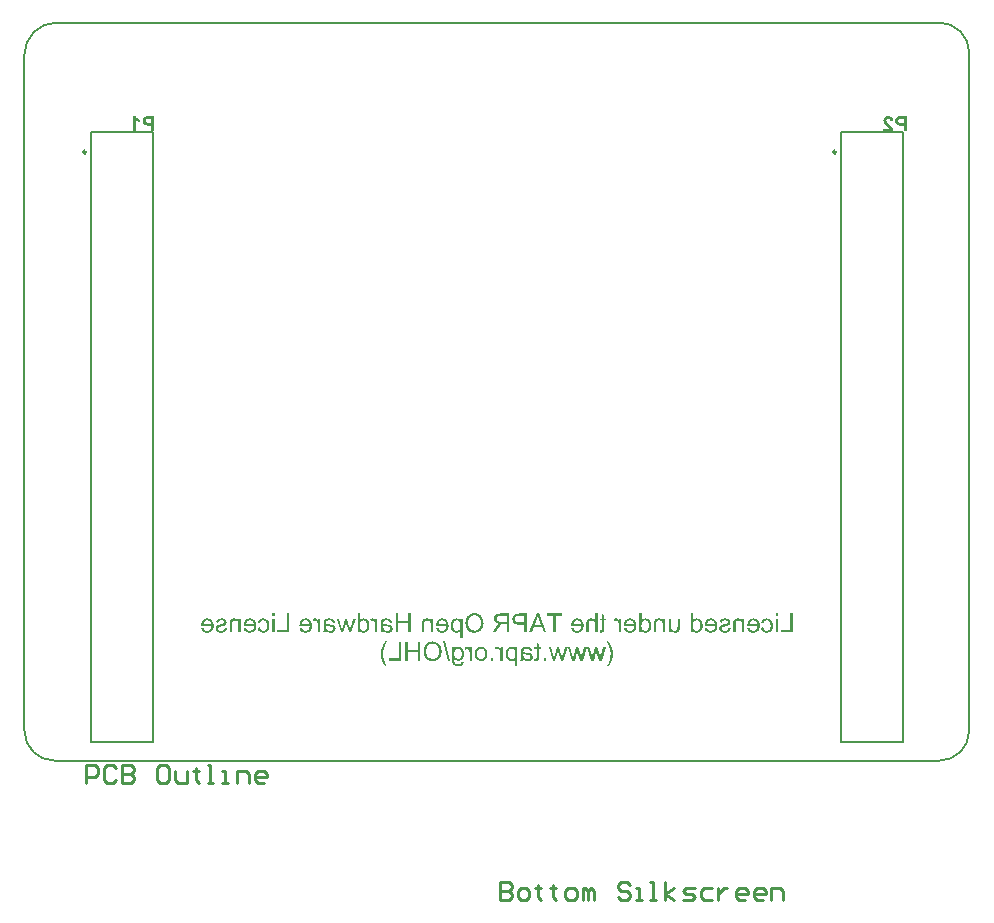
<source format=gbo>
G04*
G04 #@! TF.GenerationSoftware,Altium Limited,Altium Designer,25.8.1 (18)*
G04*
G04 Layer_Color=37055*
%FSLAX24Y24*%
%MOIN*%
G70*
G04*
G04 #@! TF.SameCoordinates,09999318-E88C-4F9F-A6D3-71EC491E3F06*
G04*
G04*
G04 #@! TF.FilePolarity,Positive*
G04*
G01*
G75*
%ADD10C,0.0098*%
%ADD13C,0.0059*%
%ADD16C,0.0100*%
%ADD17C,0.0050*%
G36*
X25124Y4819D02*
X25047D01*
Y4907D01*
X25124D01*
Y4819D01*
D02*
G37*
G36*
X8337D02*
X8260D01*
Y4907D01*
X8337D01*
Y4819D01*
D02*
G37*
G36*
X19104Y4277D02*
X19027D01*
Y4526D01*
X19026Y4545D01*
X19025Y4562D01*
X19023Y4577D01*
X19021Y4588D01*
X19019Y4598D01*
X19017Y4605D01*
X19016Y4607D01*
X19016Y4609D01*
X19015Y4610D01*
X19009Y4621D01*
X19003Y4631D01*
X18996Y4639D01*
X18988Y4646D01*
X18982Y4651D01*
X18977Y4655D01*
X18973Y4658D01*
X18972Y4659D01*
X18960Y4665D01*
X18949Y4670D01*
X18938Y4672D01*
X18928Y4675D01*
X18919Y4677D01*
X18912Y4677D01*
X18907D01*
X18891Y4676D01*
X18876Y4673D01*
X18865Y4669D01*
X18854Y4664D01*
X18846Y4659D01*
X18841Y4655D01*
X18837Y4652D01*
X18836Y4651D01*
X18831Y4645D01*
X18828Y4640D01*
X18822Y4626D01*
X18817Y4612D01*
X18814Y4598D01*
X18812Y4586D01*
X18811Y4580D01*
Y4575D01*
X18811Y4571D01*
Y4569D01*
Y4567D01*
Y4566D01*
Y4277D01*
X18733D01*
Y4566D01*
Y4578D01*
X18734Y4590D01*
X18735Y4601D01*
X18736Y4610D01*
X18738Y4620D01*
X18739Y4628D01*
X18740Y4636D01*
X18742Y4642D01*
X18743Y4649D01*
X18744Y4654D01*
X18746Y4658D01*
X18747Y4662D01*
X18748Y4665D01*
X18749Y4667D01*
X18750Y4668D01*
Y4668D01*
X18757Y4681D01*
X18765Y4692D01*
X18774Y4702D01*
X18783Y4709D01*
X18791Y4715D01*
X18798Y4720D01*
X18800Y4722D01*
X18802Y4723D01*
X18803Y4724D01*
X18804D01*
X18818Y4730D01*
X18833Y4735D01*
X18847Y4739D01*
X18861Y4741D01*
X18873Y4743D01*
X18878Y4743D01*
X18883Y4744D01*
X18891D01*
X18906Y4743D01*
X18921Y4741D01*
X18934Y4738D01*
X18947Y4735D01*
X18959Y4729D01*
X18970Y4724D01*
X18981Y4718D01*
X18990Y4713D01*
X18998Y4707D01*
X19006Y4700D01*
X19012Y4696D01*
X19018Y4691D01*
X19022Y4687D01*
X19024Y4683D01*
X19026Y4681D01*
X19027Y4681D01*
Y4907D01*
X19104D01*
Y4277D01*
D02*
G37*
G36*
X12876D02*
X12793D01*
Y4574D01*
X12466D01*
Y4277D01*
X12382D01*
Y4907D01*
X12466D01*
Y4649D01*
X12793D01*
Y4907D01*
X12876D01*
Y4277D01*
D02*
G37*
G36*
X12081Y4743D02*
X12101Y4741D01*
X12119Y4739D01*
X12127Y4737D01*
X12134Y4736D01*
X12140Y4735D01*
X12147Y4733D01*
X12151Y4732D01*
X12155Y4730D01*
X12159Y4729D01*
X12162Y4728D01*
X12163Y4728D01*
X12164D01*
X12179Y4721D01*
X12193Y4713D01*
X12205Y4706D01*
X12214Y4698D01*
X12222Y4692D01*
X12227Y4686D01*
X12231Y4683D01*
X12232Y4682D01*
Y4681D01*
X12240Y4670D01*
X12247Y4657D01*
X12252Y4644D01*
X12257Y4631D01*
X12261Y4621D01*
X12262Y4616D01*
X12263Y4612D01*
X12264Y4608D01*
X12265Y4605D01*
X12265Y4604D01*
Y4603D01*
X12190Y4593D01*
X12187Y4602D01*
X12184Y4610D01*
X12179Y4624D01*
X12172Y4636D01*
X12166Y4645D01*
X12160Y4652D01*
X12155Y4657D01*
X12153Y4660D01*
X12151Y4661D01*
X12140Y4667D01*
X12127Y4672D01*
X12114Y4675D01*
X12101Y4678D01*
X12089Y4679D01*
X12084D01*
X12080Y4680D01*
X12071D01*
X12050Y4679D01*
X12033Y4676D01*
X12017Y4672D01*
X12005Y4667D01*
X11996Y4661D01*
X11992Y4659D01*
X11989Y4657D01*
X11986Y4656D01*
X11985Y4655D01*
X11983Y4653D01*
X11976Y4645D01*
X11970Y4635D01*
X11966Y4624D01*
X11964Y4613D01*
X11962Y4603D01*
X11961Y4595D01*
Y4592D01*
Y4589D01*
Y4588D01*
Y4587D01*
Y4585D01*
Y4582D01*
Y4575D01*
X11961Y4573D01*
Y4570D01*
Y4568D01*
Y4567D01*
X11970Y4565D01*
X11980Y4562D01*
X11991Y4559D01*
X12002Y4556D01*
X12024Y4552D01*
X12047Y4547D01*
X12058Y4546D01*
X12067Y4545D01*
X12076Y4543D01*
X12084Y4542D01*
X12091Y4541D01*
X12095Y4541D01*
X12098Y4540D01*
X12099D01*
X12116Y4538D01*
X12129Y4536D01*
X12142Y4534D01*
X12151Y4532D01*
X12159Y4530D01*
X12164Y4530D01*
X12167Y4528D01*
X12168D01*
X12179Y4525D01*
X12190Y4521D01*
X12200Y4517D01*
X12208Y4513D01*
X12215Y4509D01*
X12220Y4506D01*
X12223Y4504D01*
X12224Y4503D01*
X12233Y4496D01*
X12241Y4489D01*
X12248Y4482D01*
X12253Y4475D01*
X12258Y4468D01*
X12261Y4463D01*
X12263Y4460D01*
X12264Y4459D01*
X12269Y4448D01*
X12273Y4437D01*
X12276Y4427D01*
X12277Y4418D01*
X12278Y4409D01*
X12279Y4403D01*
Y4399D01*
Y4398D01*
Y4397D01*
X12278Y4387D01*
X12277Y4377D01*
X12276Y4367D01*
X12273Y4358D01*
X12266Y4342D01*
X12259Y4329D01*
X12255Y4323D01*
X12252Y4318D01*
X12248Y4313D01*
X12245Y4310D01*
X12242Y4307D01*
X12241Y4305D01*
X12239Y4304D01*
X12239Y4303D01*
X12231Y4297D01*
X12222Y4291D01*
X12213Y4286D01*
X12204Y4282D01*
X12185Y4276D01*
X12166Y4272D01*
X12157Y4269D01*
X12149Y4269D01*
X12142Y4268D01*
X12136Y4267D01*
X12131Y4267D01*
X12123D01*
X12106Y4267D01*
X12091Y4269D01*
X12076Y4272D01*
X12063Y4274D01*
X12053Y4277D01*
X12048Y4278D01*
X12045Y4280D01*
X12042Y4280D01*
X12040Y4281D01*
X12039Y4282D01*
X12038D01*
X12023Y4289D01*
X12008Y4296D01*
X11994Y4305D01*
X11981Y4314D01*
X11970Y4321D01*
X11966Y4325D01*
X11962Y4328D01*
X11959Y4331D01*
X11957Y4333D01*
X11955Y4334D01*
X11955Y4334D01*
X11953Y4322D01*
X11951Y4311D01*
X11948Y4302D01*
X11946Y4293D01*
X11944Y4287D01*
X11942Y4281D01*
X11940Y4278D01*
X11940Y4277D01*
X11859D01*
X11864Y4287D01*
X11868Y4297D01*
X11871Y4306D01*
X11874Y4314D01*
X11876Y4321D01*
X11877Y4327D01*
X11878Y4330D01*
Y4332D01*
X11879Y4338D01*
X11880Y4346D01*
X11880Y4355D01*
X11881Y4365D01*
X11882Y4376D01*
Y4388D01*
X11882Y4411D01*
Y4422D01*
X11883Y4433D01*
Y4442D01*
Y4451D01*
Y4458D01*
Y4463D01*
Y4467D01*
Y4468D01*
Y4571D01*
Y4581D01*
Y4589D01*
X11884Y4597D01*
Y4604D01*
X11884Y4616D01*
X11885Y4626D01*
X11886Y4633D01*
X11886Y4638D01*
X11887Y4642D01*
Y4642D01*
X11890Y4654D01*
X11894Y4664D01*
X11898Y4673D01*
X11902Y4681D01*
X11905Y4687D01*
X11909Y4692D01*
X11911Y4694D01*
X11912Y4695D01*
X11919Y4702D01*
X11927Y4709D01*
X11936Y4715D01*
X11945Y4720D01*
X11953Y4724D01*
X11959Y4727D01*
X11962Y4728D01*
X11964Y4729D01*
X11965Y4730D01*
X11966D01*
X11980Y4735D01*
X11996Y4738D01*
X12011Y4741D01*
X12026Y4742D01*
X12039Y4743D01*
X12045D01*
X12050Y4744D01*
X12060D01*
X12081Y4743D01*
D02*
G37*
G36*
X10173D02*
X10193Y4741D01*
X10210Y4739D01*
X10218Y4737D01*
X10225Y4736D01*
X10232Y4735D01*
X10238Y4733D01*
X10243Y4732D01*
X10247Y4730D01*
X10251Y4729D01*
X10253Y4728D01*
X10255Y4728D01*
X10255D01*
X10271Y4721D01*
X10285Y4713D01*
X10296Y4706D01*
X10306Y4698D01*
X10313Y4692D01*
X10319Y4686D01*
X10322Y4683D01*
X10324Y4682D01*
Y4681D01*
X10332Y4670D01*
X10339Y4657D01*
X10344Y4644D01*
X10349Y4631D01*
X10352Y4621D01*
X10354Y4616D01*
X10355Y4612D01*
X10356Y4608D01*
X10356Y4605D01*
X10357Y4604D01*
Y4603D01*
X10281Y4593D01*
X10279Y4602D01*
X10276Y4610D01*
X10270Y4624D01*
X10264Y4636D01*
X10257Y4645D01*
X10252Y4652D01*
X10247Y4657D01*
X10244Y4660D01*
X10243Y4661D01*
X10232Y4667D01*
X10219Y4672D01*
X10206Y4675D01*
X10193Y4678D01*
X10181Y4679D01*
X10176D01*
X10171Y4680D01*
X10162D01*
X10142Y4679D01*
X10124Y4676D01*
X10109Y4672D01*
X10097Y4667D01*
X10087Y4661D01*
X10084Y4659D01*
X10080Y4657D01*
X10078Y4656D01*
X10076Y4655D01*
X10075Y4653D01*
X10068Y4645D01*
X10062Y4635D01*
X10058Y4624D01*
X10055Y4613D01*
X10054Y4603D01*
X10052Y4595D01*
Y4592D01*
Y4589D01*
Y4588D01*
Y4587D01*
Y4585D01*
Y4582D01*
Y4575D01*
X10053Y4573D01*
Y4570D01*
Y4568D01*
Y4567D01*
X10062Y4565D01*
X10072Y4562D01*
X10083Y4559D01*
X10093Y4556D01*
X10116Y4552D01*
X10139Y4547D01*
X10149Y4546D01*
X10159Y4545D01*
X10168Y4543D01*
X10176Y4542D01*
X10182Y4541D01*
X10187Y4541D01*
X10190Y4540D01*
X10191D01*
X10208Y4538D01*
X10221Y4536D01*
X10233Y4534D01*
X10243Y4532D01*
X10251Y4530D01*
X10256Y4530D01*
X10259Y4528D01*
X10260D01*
X10271Y4525D01*
X10282Y4521D01*
X10292Y4517D01*
X10300Y4513D01*
X10307Y4509D01*
X10311Y4506D01*
X10315Y4504D01*
X10316Y4503D01*
X10325Y4496D01*
X10333Y4489D01*
X10339Y4482D01*
X10345Y4475D01*
X10350Y4468D01*
X10353Y4463D01*
X10355Y4460D01*
X10356Y4459D01*
X10361Y4448D01*
X10365Y4437D01*
X10367Y4427D01*
X10369Y4418D01*
X10370Y4409D01*
X10371Y4403D01*
Y4399D01*
Y4398D01*
Y4397D01*
X10370Y4387D01*
X10369Y4377D01*
X10367Y4367D01*
X10365Y4358D01*
X10358Y4342D01*
X10350Y4329D01*
X10347Y4323D01*
X10343Y4318D01*
X10340Y4313D01*
X10337Y4310D01*
X10334Y4307D01*
X10333Y4305D01*
X10331Y4304D01*
X10330Y4303D01*
X10322Y4297D01*
X10314Y4291D01*
X10305Y4286D01*
X10296Y4282D01*
X10277Y4276D01*
X10257Y4272D01*
X10249Y4269D01*
X10241Y4269D01*
X10233Y4268D01*
X10227Y4267D01*
X10223Y4267D01*
X10215D01*
X10198Y4267D01*
X10182Y4269D01*
X10168Y4272D01*
X10155Y4274D01*
X10145Y4277D01*
X10140Y4278D01*
X10136Y4280D01*
X10134Y4280D01*
X10132Y4281D01*
X10130Y4282D01*
X10130D01*
X10115Y4289D01*
X10100Y4296D01*
X10086Y4305D01*
X10073Y4314D01*
X10062Y4321D01*
X10058Y4325D01*
X10054Y4328D01*
X10050Y4331D01*
X10048Y4333D01*
X10047Y4334D01*
X10046Y4334D01*
X10045Y4322D01*
X10043Y4311D01*
X10040Y4302D01*
X10037Y4293D01*
X10035Y4287D01*
X10033Y4281D01*
X10032Y4278D01*
X10031Y4277D01*
X9951D01*
X9956Y4287D01*
X9960Y4297D01*
X9963Y4306D01*
X9966Y4314D01*
X9968Y4321D01*
X9969Y4327D01*
X9970Y4330D01*
Y4332D01*
X9971Y4338D01*
X9971Y4346D01*
X9972Y4355D01*
X9973Y4365D01*
X9973Y4376D01*
Y4388D01*
X9974Y4411D01*
Y4422D01*
X9975Y4433D01*
Y4442D01*
Y4451D01*
Y4458D01*
Y4463D01*
Y4467D01*
Y4468D01*
Y4571D01*
Y4581D01*
Y4589D01*
X9975Y4597D01*
Y4604D01*
X9976Y4616D01*
X9977Y4626D01*
X9977Y4633D01*
X9978Y4638D01*
X9979Y4642D01*
Y4642D01*
X9981Y4654D01*
X9986Y4664D01*
X9990Y4673D01*
X9994Y4681D01*
X9997Y4687D01*
X10001Y4692D01*
X10003Y4694D01*
X10003Y4695D01*
X10011Y4702D01*
X10019Y4709D01*
X10028Y4715D01*
X10037Y4720D01*
X10045Y4724D01*
X10051Y4727D01*
X10054Y4728D01*
X10056Y4729D01*
X10057Y4730D01*
X10057D01*
X10072Y4735D01*
X10087Y4738D01*
X10103Y4741D01*
X10118Y4742D01*
X10131Y4743D01*
X10137D01*
X10142Y4744D01*
X10152D01*
X10173Y4743D01*
D02*
G37*
G36*
X10899Y4277D02*
X10817D01*
X10724Y4628D01*
X10706Y4550D01*
X10633Y4277D01*
X10554D01*
X10410Y4734D01*
X10485D01*
X10564Y4470D01*
X10590Y4381D01*
X10613Y4468D01*
X10682Y4734D01*
X10760D01*
X10833Y4465D01*
X10837Y4450D01*
X10841Y4437D01*
X10843Y4424D01*
X10846Y4414D01*
X10849Y4405D01*
X10851Y4398D01*
X10852Y4392D01*
X10854Y4386D01*
X10854Y4382D01*
X10856Y4379D01*
Y4376D01*
X10856Y4375D01*
X10857Y4373D01*
Y4372D01*
X10884Y4470D01*
X10956Y4734D01*
X11037D01*
X10899Y4277D01*
D02*
G37*
G36*
X19336Y4847D02*
Y4734D01*
X19393D01*
Y4674D01*
X19336D01*
Y4410D01*
Y4398D01*
X19335Y4386D01*
Y4376D01*
X19334Y4366D01*
X19334Y4358D01*
X19333Y4351D01*
X19332Y4344D01*
X19331Y4338D01*
X19330Y4334D01*
X19330Y4330D01*
X19329Y4326D01*
X19328Y4323D01*
X19328Y4320D01*
X19327Y4319D01*
X19323Y4311D01*
X19318Y4304D01*
X19313Y4298D01*
X19307Y4293D01*
X19302Y4289D01*
X19298Y4287D01*
X19295Y4284D01*
X19294Y4284D01*
X19285Y4280D01*
X19274Y4276D01*
X19263Y4274D01*
X19253Y4272D01*
X19243Y4272D01*
X19235Y4271D01*
X19229D01*
X19208Y4272D01*
X19199Y4273D01*
X19190Y4274D01*
X19181Y4276D01*
X19175Y4276D01*
X19171Y4278D01*
X19170D01*
X19180Y4346D01*
X19188Y4345D01*
X19194Y4345D01*
X19201Y4344D01*
X19205D01*
X19209Y4343D01*
X19221D01*
X19227Y4344D01*
X19231Y4345D01*
X19235Y4346D01*
X19237Y4347D01*
X19240Y4348D01*
X19241Y4349D01*
X19242D01*
X19247Y4353D01*
X19251Y4358D01*
X19254Y4362D01*
X19255Y4363D01*
Y4364D01*
X19256Y4368D01*
X19257Y4375D01*
X19258Y4381D01*
Y4388D01*
X19259Y4395D01*
Y4401D01*
Y4405D01*
Y4405D01*
Y4406D01*
Y4674D01*
X19180D01*
Y4734D01*
X19259D01*
Y4893D01*
X19336Y4847D01*
D02*
G37*
G36*
X21847Y4450D02*
Y4433D01*
X21847Y4418D01*
X21846Y4406D01*
X21845Y4396D01*
X21844Y4388D01*
X21844Y4382D01*
X21843Y4379D01*
Y4378D01*
X21840Y4366D01*
X21836Y4355D01*
X21832Y4345D01*
X21828Y4337D01*
X21825Y4330D01*
X21822Y4325D01*
X21820Y4322D01*
X21819Y4321D01*
X21812Y4312D01*
X21804Y4305D01*
X21795Y4298D01*
X21787Y4293D01*
X21779Y4288D01*
X21773Y4284D01*
X21769Y4282D01*
X21768Y4282D01*
X21767D01*
X21754Y4277D01*
X21741Y4273D01*
X21728Y4270D01*
X21716Y4269D01*
X21706Y4267D01*
X21698Y4267D01*
X21692D01*
X21674Y4267D01*
X21659Y4270D01*
X21644Y4274D01*
X21630Y4279D01*
X21617Y4284D01*
X21605Y4291D01*
X21595Y4298D01*
X21584Y4306D01*
X21575Y4312D01*
X21568Y4319D01*
X21561Y4326D01*
X21556Y4332D01*
X21551Y4337D01*
X21549Y4340D01*
X21547Y4343D01*
X21546Y4344D01*
Y4277D01*
X21477D01*
Y4734D01*
X21554D01*
Y4489D01*
X21555Y4468D01*
X21556Y4450D01*
X21558Y4435D01*
X21560Y4422D01*
X21562Y4417D01*
X21563Y4413D01*
X21564Y4409D01*
X21565Y4405D01*
X21566Y4403D01*
X21567Y4401D01*
X21567Y4401D01*
Y4400D01*
X21573Y4389D01*
X21579Y4379D01*
X21587Y4371D01*
X21594Y4364D01*
X21601Y4359D01*
X21606Y4355D01*
X21610Y4352D01*
X21610Y4351D01*
X21611D01*
X21623Y4345D01*
X21633Y4341D01*
X21644Y4338D01*
X21655Y4336D01*
X21663Y4334D01*
X21670Y4334D01*
X21676D01*
X21688Y4334D01*
X21700Y4336D01*
X21710Y4339D01*
X21718Y4343D01*
X21725Y4345D01*
X21730Y4348D01*
X21733Y4350D01*
X21735Y4351D01*
X21743Y4358D01*
X21750Y4366D01*
X21755Y4373D01*
X21759Y4381D01*
X21763Y4388D01*
X21765Y4394D01*
X21765Y4397D01*
X21766Y4399D01*
X21767Y4403D01*
X21767Y4408D01*
X21768Y4420D01*
X21769Y4434D01*
Y4448D01*
X21770Y4460D01*
Y4465D01*
Y4471D01*
Y4475D01*
Y4478D01*
Y4480D01*
Y4480D01*
Y4734D01*
X21847D01*
Y4450D01*
D02*
G37*
G36*
X24766Y4743D02*
X24787Y4740D01*
X24805Y4735D01*
X24813Y4733D01*
X24822Y4730D01*
X24829Y4728D01*
X24835Y4725D01*
X24840Y4723D01*
X24845Y4720D01*
X24849Y4719D01*
X24852Y4717D01*
X24853Y4716D01*
X24854D01*
X24872Y4705D01*
X24887Y4692D01*
X24900Y4677D01*
X24910Y4664D01*
X24918Y4652D01*
X24921Y4646D01*
X24923Y4642D01*
X24925Y4638D01*
X24927Y4636D01*
X24928Y4633D01*
Y4633D01*
X24936Y4612D01*
X24942Y4589D01*
X24946Y4567D01*
X24949Y4547D01*
X24950Y4538D01*
X24951Y4530D01*
X24951Y4522D01*
Y4515D01*
X24952Y4511D01*
Y4506D01*
Y4504D01*
Y4503D01*
X24951Y4483D01*
X24949Y4463D01*
X24947Y4444D01*
X24943Y4427D01*
X24939Y4412D01*
X24934Y4397D01*
X24929Y4384D01*
X24923Y4373D01*
X24919Y4362D01*
X24913Y4353D01*
X24908Y4345D01*
X24904Y4339D01*
X24901Y4334D01*
X24898Y4330D01*
X24896Y4328D01*
X24895Y4328D01*
X24885Y4317D01*
X24873Y4308D01*
X24861Y4299D01*
X24848Y4293D01*
X24835Y4287D01*
X24823Y4282D01*
X24811Y4278D01*
X24799Y4274D01*
X24788Y4272D01*
X24778Y4270D01*
X24768Y4269D01*
X24761Y4267D01*
X24754D01*
X24749Y4267D01*
X24745D01*
X24732Y4267D01*
X24719Y4269D01*
X24706Y4271D01*
X24694Y4274D01*
X24683Y4277D01*
X24673Y4281D01*
X24663Y4284D01*
X24654Y4289D01*
X24647Y4293D01*
X24639Y4297D01*
X24634Y4301D01*
X24628Y4304D01*
X24625Y4307D01*
X24622Y4309D01*
X24620Y4310D01*
X24620Y4311D01*
X24611Y4320D01*
X24602Y4329D01*
X24594Y4339D01*
X24588Y4349D01*
X24582Y4360D01*
X24576Y4370D01*
X24568Y4389D01*
X24565Y4399D01*
X24562Y4407D01*
X24560Y4414D01*
X24558Y4421D01*
X24557Y4427D01*
X24556Y4431D01*
X24555Y4433D01*
Y4434D01*
X24631Y4444D01*
X24633Y4433D01*
X24635Y4424D01*
X24638Y4414D01*
X24641Y4406D01*
X24644Y4398D01*
X24647Y4391D01*
X24650Y4385D01*
X24654Y4379D01*
X24657Y4374D01*
X24660Y4370D01*
X24665Y4363D01*
X24669Y4359D01*
X24669Y4358D01*
X24670Y4358D01*
X24682Y4349D01*
X24695Y4342D01*
X24708Y4337D01*
X24719Y4334D01*
X24730Y4332D01*
X24734Y4331D01*
X24738D01*
X24742Y4330D01*
X24746D01*
X24756Y4331D01*
X24766Y4332D01*
X24775Y4334D01*
X24784Y4337D01*
X24800Y4343D01*
X24813Y4351D01*
X24819Y4355D01*
X24824Y4359D01*
X24828Y4362D01*
X24832Y4366D01*
X24835Y4368D01*
X24837Y4370D01*
X24837Y4371D01*
X24838Y4372D01*
X24844Y4380D01*
X24850Y4390D01*
X24854Y4400D01*
X24858Y4410D01*
X24865Y4433D01*
X24869Y4455D01*
X24870Y4465D01*
X24871Y4474D01*
X24872Y4483D01*
X24872Y4491D01*
X24873Y4497D01*
Y4502D01*
Y4505D01*
Y4506D01*
X24872Y4522D01*
X24872Y4538D01*
X24869Y4552D01*
X24867Y4565D01*
X24865Y4577D01*
X24861Y4588D01*
X24858Y4597D01*
X24854Y4606D01*
X24852Y4614D01*
X24848Y4621D01*
X24845Y4626D01*
X24842Y4630D01*
X24840Y4634D01*
X24838Y4636D01*
X24837Y4638D01*
X24837Y4638D01*
X24830Y4646D01*
X24822Y4652D01*
X24814Y4658D01*
X24807Y4663D01*
X24798Y4667D01*
X24791Y4670D01*
X24776Y4675D01*
X24762Y4679D01*
X24757Y4679D01*
X24751Y4680D01*
X24747Y4681D01*
X24742D01*
X24728Y4680D01*
X24715Y4677D01*
X24704Y4673D01*
X24695Y4669D01*
X24687Y4664D01*
X24681Y4661D01*
X24678Y4658D01*
X24676Y4657D01*
X24667Y4647D01*
X24658Y4636D01*
X24652Y4625D01*
X24647Y4614D01*
X24643Y4603D01*
X24640Y4595D01*
X24639Y4592D01*
X24639Y4590D01*
X24638Y4588D01*
Y4588D01*
X24563Y4599D01*
X24566Y4612D01*
X24570Y4624D01*
X24574Y4635D01*
X24578Y4645D01*
X24583Y4655D01*
X24588Y4664D01*
X24593Y4671D01*
X24598Y4679D01*
X24603Y4685D01*
X24608Y4690D01*
X24612Y4695D01*
X24616Y4699D01*
X24619Y4702D01*
X24622Y4704D01*
X24623Y4705D01*
X24624Y4706D01*
X24632Y4713D01*
X24642Y4719D01*
X24652Y4724D01*
X24663Y4728D01*
X24683Y4735D01*
X24702Y4739D01*
X24711Y4741D01*
X24719Y4742D01*
X24727Y4743D01*
X24733Y4743D01*
X24738Y4744D01*
X24745D01*
X24766Y4743D01*
D02*
G37*
G36*
X24319Y4743D02*
X24336Y4741D01*
X24351Y4738D01*
X24366Y4734D01*
X24380Y4729D01*
X24393Y4724D01*
X24404Y4718D01*
X24415Y4712D01*
X24424Y4706D01*
X24432Y4700D01*
X24440Y4695D01*
X24445Y4690D01*
X24450Y4686D01*
X24454Y4683D01*
X24456Y4681D01*
X24456Y4680D01*
X24467Y4668D01*
X24475Y4654D01*
X24484Y4640D01*
X24490Y4625D01*
X24496Y4610D01*
X24501Y4595D01*
X24505Y4581D01*
X24508Y4567D01*
X24510Y4554D01*
X24512Y4541D01*
X24513Y4530D01*
X24514Y4520D01*
Y4512D01*
X24515Y4506D01*
Y4502D01*
Y4501D01*
X24514Y4480D01*
X24512Y4461D01*
X24510Y4444D01*
X24506Y4427D01*
X24501Y4412D01*
X24497Y4397D01*
X24491Y4384D01*
X24486Y4373D01*
X24481Y4362D01*
X24475Y4353D01*
X24471Y4346D01*
X24466Y4340D01*
X24462Y4334D01*
X24460Y4331D01*
X24458Y4329D01*
X24457Y4328D01*
X24445Y4317D01*
X24433Y4308D01*
X24421Y4299D01*
X24407Y4293D01*
X24394Y4287D01*
X24380Y4282D01*
X24367Y4278D01*
X24355Y4274D01*
X24344Y4272D01*
X24333Y4270D01*
X24323Y4269D01*
X24314Y4267D01*
X24307D01*
X24302Y4267D01*
X24298D01*
X24283Y4267D01*
X24269Y4268D01*
X24256Y4270D01*
X24244Y4273D01*
X24232Y4276D01*
X24222Y4279D01*
X24212Y4282D01*
X24203Y4286D01*
X24195Y4289D01*
X24188Y4293D01*
X24182Y4296D01*
X24176Y4299D01*
X24173Y4302D01*
X24169Y4304D01*
X24168Y4304D01*
X24167Y4305D01*
X24158Y4312D01*
X24150Y4321D01*
X24142Y4330D01*
X24135Y4338D01*
X24122Y4357D01*
X24113Y4374D01*
X24109Y4382D01*
X24106Y4390D01*
X24103Y4396D01*
X24101Y4403D01*
X24099Y4407D01*
X24098Y4411D01*
X24097Y4414D01*
Y4414D01*
X24178Y4424D01*
X24184Y4407D01*
X24193Y4392D01*
X24201Y4379D01*
X24208Y4370D01*
X24215Y4362D01*
X24221Y4356D01*
X24224Y4353D01*
X24225Y4352D01*
X24225D01*
X24237Y4345D01*
X24249Y4340D01*
X24262Y4336D01*
X24273Y4333D01*
X24283Y4332D01*
X24291Y4331D01*
X24294Y4330D01*
X24298D01*
X24308Y4331D01*
X24318Y4332D01*
X24328Y4334D01*
X24337Y4336D01*
X24353Y4343D01*
X24367Y4350D01*
X24373Y4353D01*
X24378Y4358D01*
X24383Y4361D01*
X24387Y4364D01*
X24389Y4366D01*
X24391Y4368D01*
X24393Y4369D01*
X24393Y4370D01*
X24400Y4378D01*
X24406Y4386D01*
X24411Y4396D01*
X24416Y4405D01*
X24423Y4424D01*
X24429Y4443D01*
X24431Y4452D01*
X24432Y4460D01*
X24434Y4467D01*
X24434Y4474D01*
X24435Y4478D01*
X24436Y4483D01*
Y4485D01*
Y4486D01*
X24095D01*
X24094Y4495D01*
Y4502D01*
Y4505D01*
Y4506D01*
X24095Y4527D01*
X24097Y4546D01*
X24100Y4565D01*
X24103Y4582D01*
X24108Y4597D01*
X24113Y4612D01*
X24118Y4625D01*
X24123Y4636D01*
X24128Y4646D01*
X24134Y4656D01*
X24139Y4664D01*
X24143Y4670D01*
X24147Y4675D01*
X24150Y4679D01*
X24152Y4681D01*
X24152Y4681D01*
X24163Y4692D01*
X24176Y4702D01*
X24188Y4711D01*
X24200Y4717D01*
X24212Y4724D01*
X24225Y4729D01*
X24237Y4733D01*
X24249Y4737D01*
X24260Y4739D01*
X24270Y4741D01*
X24279Y4742D01*
X24287Y4743D01*
X24293D01*
X24298Y4744D01*
X24302D01*
X24319Y4743D01*
D02*
G37*
G36*
X22899D02*
X22916Y4741D01*
X22931Y4738D01*
X22946Y4734D01*
X22960Y4729D01*
X22973Y4724D01*
X22984Y4718D01*
X22995Y4712D01*
X23004Y4706D01*
X23012Y4700D01*
X23020Y4695D01*
X23025Y4690D01*
X23030Y4686D01*
X23034Y4683D01*
X23036Y4681D01*
X23036Y4680D01*
X23047Y4668D01*
X23055Y4654D01*
X23064Y4640D01*
X23070Y4625D01*
X23076Y4610D01*
X23081Y4595D01*
X23085Y4581D01*
X23088Y4567D01*
X23090Y4554D01*
X23092Y4541D01*
X23093Y4530D01*
X23094Y4520D01*
Y4512D01*
X23095Y4506D01*
Y4502D01*
Y4501D01*
X23094Y4480D01*
X23092Y4461D01*
X23090Y4444D01*
X23086Y4427D01*
X23081Y4412D01*
X23077Y4397D01*
X23071Y4384D01*
X23066Y4373D01*
X23061Y4362D01*
X23055Y4353D01*
X23051Y4346D01*
X23046Y4340D01*
X23042Y4334D01*
X23040Y4331D01*
X23038Y4329D01*
X23037Y4328D01*
X23025Y4317D01*
X23013Y4308D01*
X23001Y4299D01*
X22987Y4293D01*
X22974Y4287D01*
X22961Y4282D01*
X22948Y4278D01*
X22935Y4274D01*
X22924Y4272D01*
X22913Y4270D01*
X22903Y4269D01*
X22894Y4267D01*
X22887D01*
X22882Y4267D01*
X22878D01*
X22864Y4267D01*
X22849Y4268D01*
X22836Y4270D01*
X22824Y4273D01*
X22812Y4276D01*
X22802Y4279D01*
X22792Y4282D01*
X22783Y4286D01*
X22775Y4289D01*
X22768Y4293D01*
X22762Y4296D01*
X22756Y4299D01*
X22753Y4302D01*
X22749Y4304D01*
X22748Y4304D01*
X22747Y4305D01*
X22738Y4312D01*
X22730Y4321D01*
X22722Y4330D01*
X22715Y4338D01*
X22702Y4357D01*
X22693Y4374D01*
X22689Y4382D01*
X22686Y4390D01*
X22683Y4396D01*
X22681Y4403D01*
X22679Y4407D01*
X22678Y4411D01*
X22677Y4414D01*
Y4414D01*
X22758Y4424D01*
X22764Y4407D01*
X22773Y4392D01*
X22781Y4379D01*
X22788Y4370D01*
X22795Y4362D01*
X22801Y4356D01*
X22804Y4353D01*
X22805Y4352D01*
X22805D01*
X22817Y4345D01*
X22829Y4340D01*
X22842Y4336D01*
X22853Y4333D01*
X22863Y4332D01*
X22871Y4331D01*
X22874Y4330D01*
X22878D01*
X22888Y4331D01*
X22898Y4332D01*
X22908Y4334D01*
X22917Y4336D01*
X22933Y4343D01*
X22947Y4350D01*
X22953Y4353D01*
X22958Y4358D01*
X22963Y4361D01*
X22967Y4364D01*
X22969Y4366D01*
X22971Y4368D01*
X22973Y4369D01*
X22973Y4370D01*
X22980Y4378D01*
X22986Y4386D01*
X22991Y4396D01*
X22996Y4405D01*
X23004Y4424D01*
X23009Y4443D01*
X23011Y4452D01*
X23012Y4460D01*
X23014Y4467D01*
X23014Y4474D01*
X23015Y4478D01*
X23016Y4483D01*
Y4485D01*
Y4486D01*
X22675D01*
X22674Y4495D01*
Y4502D01*
Y4505D01*
Y4506D01*
X22675Y4527D01*
X22677Y4546D01*
X22680Y4565D01*
X22683Y4582D01*
X22688Y4597D01*
X22693Y4612D01*
X22698Y4625D01*
X22703Y4636D01*
X22708Y4646D01*
X22714Y4656D01*
X22719Y4664D01*
X22724Y4670D01*
X22727Y4675D01*
X22730Y4679D01*
X22732Y4681D01*
X22732Y4681D01*
X22743Y4692D01*
X22756Y4702D01*
X22768Y4711D01*
X22780Y4717D01*
X22792Y4724D01*
X22805Y4729D01*
X22817Y4733D01*
X22829Y4737D01*
X22840Y4739D01*
X22850Y4741D01*
X22859Y4742D01*
X22867Y4743D01*
X22873D01*
X22878Y4744D01*
X22882D01*
X22899Y4743D01*
D02*
G37*
G36*
X20206D02*
X20223Y4741D01*
X20238Y4738D01*
X20253Y4734D01*
X20267Y4729D01*
X20280Y4724D01*
X20291Y4718D01*
X20302Y4712D01*
X20311Y4706D01*
X20319Y4700D01*
X20327Y4695D01*
X20332Y4690D01*
X20337Y4686D01*
X20341Y4683D01*
X20343Y4681D01*
X20343Y4680D01*
X20354Y4668D01*
X20362Y4654D01*
X20371Y4640D01*
X20377Y4625D01*
X20383Y4610D01*
X20388Y4595D01*
X20392Y4581D01*
X20394Y4567D01*
X20397Y4554D01*
X20399Y4541D01*
X20400Y4530D01*
X20401Y4520D01*
Y4512D01*
X20402Y4506D01*
Y4502D01*
Y4501D01*
X20401Y4480D01*
X20399Y4461D01*
X20397Y4444D01*
X20393Y4427D01*
X20388Y4412D01*
X20384Y4397D01*
X20378Y4384D01*
X20373Y4373D01*
X20368Y4362D01*
X20362Y4353D01*
X20358Y4346D01*
X20353Y4340D01*
X20349Y4334D01*
X20347Y4331D01*
X20345Y4329D01*
X20344Y4328D01*
X20332Y4317D01*
X20320Y4308D01*
X20308Y4299D01*
X20294Y4293D01*
X20281Y4287D01*
X20267Y4282D01*
X20254Y4278D01*
X20242Y4274D01*
X20231Y4272D01*
X20220Y4270D01*
X20210Y4269D01*
X20201Y4267D01*
X20194D01*
X20189Y4267D01*
X20185D01*
X20170Y4267D01*
X20156Y4268D01*
X20143Y4270D01*
X20131Y4273D01*
X20119Y4276D01*
X20109Y4279D01*
X20099Y4282D01*
X20090Y4286D01*
X20082Y4289D01*
X20075Y4293D01*
X20069Y4296D01*
X20063Y4299D01*
X20060Y4302D01*
X20056Y4304D01*
X20055Y4304D01*
X20054Y4305D01*
X20045Y4312D01*
X20037Y4321D01*
X20029Y4330D01*
X20022Y4338D01*
X20009Y4357D01*
X20000Y4374D01*
X19996Y4382D01*
X19993Y4390D01*
X19990Y4396D01*
X19988Y4403D01*
X19986Y4407D01*
X19985Y4411D01*
X19984Y4414D01*
Y4414D01*
X20065Y4424D01*
X20071Y4407D01*
X20080Y4392D01*
X20088Y4379D01*
X20095Y4370D01*
X20102Y4362D01*
X20108Y4356D01*
X20111Y4353D01*
X20112Y4352D01*
X20112D01*
X20124Y4345D01*
X20136Y4340D01*
X20149Y4336D01*
X20160Y4333D01*
X20170Y4332D01*
X20178Y4331D01*
X20181Y4330D01*
X20185D01*
X20195Y4331D01*
X20205Y4332D01*
X20215Y4334D01*
X20224Y4336D01*
X20240Y4343D01*
X20254Y4350D01*
X20260Y4353D01*
X20265Y4358D01*
X20269Y4361D01*
X20274Y4364D01*
X20276Y4366D01*
X20278Y4368D01*
X20280Y4369D01*
X20280Y4370D01*
X20287Y4378D01*
X20293Y4386D01*
X20298Y4396D01*
X20303Y4405D01*
X20310Y4424D01*
X20316Y4443D01*
X20318Y4452D01*
X20319Y4460D01*
X20321Y4467D01*
X20321Y4474D01*
X20322Y4478D01*
X20323Y4483D01*
Y4485D01*
Y4486D01*
X19982D01*
X19981Y4495D01*
Y4502D01*
Y4505D01*
Y4506D01*
X19982Y4527D01*
X19984Y4546D01*
X19987Y4565D01*
X19990Y4582D01*
X19995Y4597D01*
X20000Y4612D01*
X20005Y4625D01*
X20010Y4636D01*
X20015Y4646D01*
X20021Y4656D01*
X20026Y4664D01*
X20030Y4670D01*
X20034Y4675D01*
X20037Y4679D01*
X20039Y4681D01*
X20039Y4681D01*
X20050Y4692D01*
X20063Y4702D01*
X20075Y4711D01*
X20087Y4717D01*
X20099Y4724D01*
X20112Y4729D01*
X20124Y4733D01*
X20136Y4737D01*
X20147Y4739D01*
X20157Y4741D01*
X20166Y4742D01*
X20174Y4743D01*
X20180D01*
X20185Y4744D01*
X20189D01*
X20206Y4743D01*
D02*
G37*
G36*
X18445D02*
X18462Y4741D01*
X18477Y4738D01*
X18492Y4734D01*
X18505Y4729D01*
X18518Y4724D01*
X18530Y4718D01*
X18540Y4712D01*
X18550Y4706D01*
X18558Y4700D01*
X18565Y4695D01*
X18571Y4690D01*
X18576Y4686D01*
X18579Y4683D01*
X18581Y4681D01*
X18582Y4680D01*
X18592Y4668D01*
X18601Y4654D01*
X18609Y4640D01*
X18616Y4625D01*
X18621Y4610D01*
X18626Y4595D01*
X18630Y4581D01*
X18633Y4567D01*
X18636Y4554D01*
X18637Y4541D01*
X18638Y4530D01*
X18640Y4520D01*
Y4512D01*
X18641Y4506D01*
Y4502D01*
Y4501D01*
X18640Y4480D01*
X18638Y4461D01*
X18635Y4444D01*
X18632Y4427D01*
X18627Y4412D01*
X18622Y4397D01*
X18617Y4384D01*
X18611Y4373D01*
X18606Y4362D01*
X18601Y4353D01*
X18596Y4346D01*
X18591Y4340D01*
X18588Y4334D01*
X18585Y4331D01*
X18583Y4329D01*
X18582Y4328D01*
X18571Y4317D01*
X18559Y4308D01*
X18546Y4299D01*
X18533Y4293D01*
X18520Y4287D01*
X18506Y4282D01*
X18493Y4278D01*
X18481Y4274D01*
X18469Y4272D01*
X18458Y4270D01*
X18449Y4269D01*
X18440Y4267D01*
X18433D01*
X18427Y4267D01*
X18423D01*
X18409Y4267D01*
X18395Y4268D01*
X18382Y4270D01*
X18369Y4273D01*
X18358Y4276D01*
X18348Y4279D01*
X18337Y4282D01*
X18328Y4286D01*
X18320Y4289D01*
X18313Y4293D01*
X18307Y4296D01*
X18302Y4299D01*
X18298Y4302D01*
X18295Y4304D01*
X18294Y4304D01*
X18293Y4305D01*
X18283Y4312D01*
X18275Y4321D01*
X18268Y4330D01*
X18260Y4338D01*
X18248Y4357D01*
X18238Y4374D01*
X18235Y4382D01*
X18231Y4390D01*
X18229Y4396D01*
X18227Y4403D01*
X18225Y4407D01*
X18223Y4411D01*
X18223Y4414D01*
Y4414D01*
X18303Y4424D01*
X18310Y4407D01*
X18318Y4392D01*
X18326Y4379D01*
X18334Y4370D01*
X18341Y4362D01*
X18346Y4356D01*
X18350Y4353D01*
X18350Y4352D01*
X18351D01*
X18363Y4345D01*
X18375Y4340D01*
X18387Y4336D01*
X18398Y4333D01*
X18408Y4332D01*
X18417Y4331D01*
X18419Y4330D01*
X18423D01*
X18434Y4331D01*
X18444Y4332D01*
X18453Y4334D01*
X18462Y4336D01*
X18479Y4343D01*
X18492Y4350D01*
X18498Y4353D01*
X18504Y4358D01*
X18508Y4361D01*
X18512Y4364D01*
X18515Y4366D01*
X18517Y4368D01*
X18518Y4369D01*
X18519Y4370D01*
X18526Y4378D01*
X18532Y4386D01*
X18537Y4396D01*
X18542Y4405D01*
X18549Y4424D01*
X18554Y4443D01*
X18557Y4452D01*
X18558Y4460D01*
X18559Y4467D01*
X18560Y4474D01*
X18561Y4478D01*
X18561Y4483D01*
Y4485D01*
Y4486D01*
X18220D01*
X18220Y4495D01*
Y4502D01*
Y4505D01*
Y4506D01*
X18220Y4527D01*
X18223Y4546D01*
X18225Y4565D01*
X18229Y4582D01*
X18233Y4597D01*
X18238Y4612D01*
X18244Y4625D01*
X18248Y4636D01*
X18254Y4646D01*
X18259Y4656D01*
X18264Y4664D01*
X18269Y4670D01*
X18272Y4675D01*
X18275Y4679D01*
X18277Y4681D01*
X18278Y4681D01*
X18289Y4692D01*
X18301Y4702D01*
X18313Y4711D01*
X18326Y4717D01*
X18338Y4724D01*
X18351Y4729D01*
X18363Y4733D01*
X18374Y4737D01*
X18385Y4739D01*
X18395Y4741D01*
X18404Y4742D01*
X18412Y4743D01*
X18419D01*
X18423Y4744D01*
X18427D01*
X18445Y4743D01*
D02*
G37*
G36*
X13943D02*
X13960Y4741D01*
X13975Y4738D01*
X13990Y4734D01*
X14004Y4729D01*
X14017Y4724D01*
X14028Y4718D01*
X14038Y4712D01*
X14048Y4706D01*
X14056Y4700D01*
X14064Y4695D01*
X14069Y4690D01*
X14074Y4686D01*
X14077Y4683D01*
X14079Y4681D01*
X14080Y4680D01*
X14090Y4668D01*
X14099Y4654D01*
X14107Y4640D01*
X14114Y4625D01*
X14120Y4610D01*
X14125Y4595D01*
X14129Y4581D01*
X14131Y4567D01*
X14134Y4554D01*
X14135Y4541D01*
X14137Y4530D01*
X14138Y4520D01*
Y4512D01*
X14139Y4506D01*
Y4502D01*
Y4501D01*
X14138Y4480D01*
X14136Y4461D01*
X14133Y4444D01*
X14130Y4427D01*
X14125Y4412D01*
X14120Y4397D01*
X14115Y4384D01*
X14110Y4373D01*
X14105Y4362D01*
X14099Y4353D01*
X14094Y4346D01*
X14090Y4340D01*
X14086Y4334D01*
X14084Y4331D01*
X14082Y4329D01*
X14081Y4328D01*
X14069Y4317D01*
X14057Y4308D01*
X14045Y4299D01*
X14031Y4293D01*
X14018Y4287D01*
X14004Y4282D01*
X13991Y4278D01*
X13979Y4274D01*
X13967Y4272D01*
X13957Y4270D01*
X13947Y4269D01*
X13938Y4267D01*
X13931D01*
X13926Y4267D01*
X13922D01*
X13907Y4267D01*
X13893Y4268D01*
X13880Y4270D01*
X13868Y4273D01*
X13856Y4276D01*
X13846Y4279D01*
X13836Y4282D01*
X13827Y4286D01*
X13819Y4289D01*
X13812Y4293D01*
X13806Y4296D01*
X13800Y4299D01*
X13797Y4302D01*
X13793Y4304D01*
X13792Y4304D01*
X13791Y4305D01*
X13782Y4312D01*
X13773Y4321D01*
X13766Y4330D01*
X13758Y4338D01*
X13746Y4357D01*
X13737Y4374D01*
X13733Y4382D01*
X13730Y4390D01*
X13727Y4396D01*
X13725Y4403D01*
X13723Y4407D01*
X13722Y4411D01*
X13721Y4414D01*
Y4414D01*
X13801Y4424D01*
X13808Y4407D01*
X13817Y4392D01*
X13825Y4379D01*
X13832Y4370D01*
X13839Y4362D01*
X13845Y4356D01*
X13848Y4353D01*
X13849Y4352D01*
X13849D01*
X13861Y4345D01*
X13873Y4340D01*
X13885Y4336D01*
X13896Y4333D01*
X13907Y4332D01*
X13915Y4331D01*
X13918Y4330D01*
X13922D01*
X13932Y4331D01*
X13942Y4332D01*
X13952Y4334D01*
X13961Y4336D01*
X13977Y4343D01*
X13991Y4350D01*
X13997Y4353D01*
X14002Y4358D01*
X14006Y4361D01*
X14010Y4364D01*
X14013Y4366D01*
X14015Y4368D01*
X14017Y4369D01*
X14017Y4370D01*
X14024Y4378D01*
X14030Y4386D01*
X14035Y4396D01*
X14040Y4405D01*
X14047Y4424D01*
X14053Y4443D01*
X14055Y4452D01*
X14056Y4460D01*
X14058Y4467D01*
X14058Y4474D01*
X14059Y4478D01*
X14060Y4483D01*
Y4485D01*
Y4486D01*
X13719D01*
X13718Y4495D01*
Y4502D01*
Y4505D01*
Y4506D01*
X13719Y4527D01*
X13721Y4546D01*
X13724Y4565D01*
X13727Y4582D01*
X13732Y4597D01*
X13737Y4612D01*
X13742Y4625D01*
X13747Y4636D01*
X13752Y4646D01*
X13758Y4656D01*
X13763Y4664D01*
X13767Y4670D01*
X13771Y4675D01*
X13773Y4679D01*
X13776Y4681D01*
X13776Y4681D01*
X13787Y4692D01*
X13799Y4702D01*
X13812Y4711D01*
X13824Y4717D01*
X13836Y4724D01*
X13849Y4729D01*
X13861Y4733D01*
X13873Y4737D01*
X13883Y4739D01*
X13894Y4741D01*
X13903Y4742D01*
X13911Y4743D01*
X13917D01*
X13922Y4744D01*
X13926D01*
X13943Y4743D01*
D02*
G37*
G36*
X9392D02*
X9409Y4741D01*
X9424Y4738D01*
X9439Y4734D01*
X9453Y4729D01*
X9466Y4724D01*
X9477Y4718D01*
X9488Y4712D01*
X9497Y4706D01*
X9505Y4700D01*
X9513Y4695D01*
X9518Y4690D01*
X9523Y4686D01*
X9527Y4683D01*
X9529Y4681D01*
X9529Y4680D01*
X9540Y4668D01*
X9548Y4654D01*
X9557Y4640D01*
X9563Y4625D01*
X9569Y4610D01*
X9574Y4595D01*
X9578Y4581D01*
X9581Y4567D01*
X9583Y4554D01*
X9585Y4541D01*
X9586Y4530D01*
X9587Y4520D01*
Y4512D01*
X9588Y4506D01*
Y4502D01*
Y4501D01*
X9587Y4480D01*
X9585Y4461D01*
X9583Y4444D01*
X9579Y4427D01*
X9574Y4412D01*
X9570Y4397D01*
X9564Y4384D01*
X9559Y4373D01*
X9554Y4362D01*
X9548Y4353D01*
X9544Y4346D01*
X9539Y4340D01*
X9535Y4334D01*
X9533Y4331D01*
X9531Y4329D01*
X9530Y4328D01*
X9518Y4317D01*
X9506Y4308D01*
X9494Y4299D01*
X9480Y4293D01*
X9467Y4287D01*
X9453Y4282D01*
X9441Y4278D01*
X9428Y4274D01*
X9417Y4272D01*
X9406Y4270D01*
X9396Y4269D01*
X9387Y4267D01*
X9380D01*
X9375Y4267D01*
X9371D01*
X9357Y4267D01*
X9342Y4268D01*
X9329Y4270D01*
X9317Y4273D01*
X9305Y4276D01*
X9295Y4279D01*
X9285Y4282D01*
X9276Y4286D01*
X9268Y4289D01*
X9261Y4293D01*
X9255Y4296D01*
X9249Y4299D01*
X9246Y4302D01*
X9242Y4304D01*
X9241Y4304D01*
X9240Y4305D01*
X9231Y4312D01*
X9223Y4321D01*
X9215Y4330D01*
X9208Y4338D01*
X9195Y4357D01*
X9186Y4374D01*
X9182Y4382D01*
X9179Y4390D01*
X9176Y4396D01*
X9174Y4403D01*
X9172Y4407D01*
X9171Y4411D01*
X9170Y4414D01*
Y4414D01*
X9251Y4424D01*
X9257Y4407D01*
X9266Y4392D01*
X9274Y4379D01*
X9281Y4370D01*
X9288Y4362D01*
X9294Y4356D01*
X9297Y4353D01*
X9298Y4352D01*
X9298D01*
X9310Y4345D01*
X9322Y4340D01*
X9335Y4336D01*
X9346Y4333D01*
X9356Y4332D01*
X9364Y4331D01*
X9367Y4330D01*
X9371D01*
X9381Y4331D01*
X9391Y4332D01*
X9401Y4334D01*
X9410Y4336D01*
X9426Y4343D01*
X9440Y4350D01*
X9446Y4353D01*
X9451Y4358D01*
X9456Y4361D01*
X9460Y4364D01*
X9462Y4366D01*
X9464Y4368D01*
X9466Y4369D01*
X9466Y4370D01*
X9473Y4378D01*
X9479Y4386D01*
X9484Y4396D01*
X9489Y4405D01*
X9497Y4424D01*
X9502Y4443D01*
X9504Y4452D01*
X9505Y4460D01*
X9507Y4467D01*
X9507Y4474D01*
X9508Y4478D01*
X9509Y4483D01*
Y4485D01*
Y4486D01*
X9168D01*
X9167Y4495D01*
Y4502D01*
Y4505D01*
Y4506D01*
X9168Y4527D01*
X9170Y4546D01*
X9173Y4565D01*
X9176Y4582D01*
X9181Y4597D01*
X9186Y4612D01*
X9191Y4625D01*
X9196Y4636D01*
X9201Y4646D01*
X9207Y4656D01*
X9212Y4664D01*
X9216Y4670D01*
X9220Y4675D01*
X9223Y4679D01*
X9225Y4681D01*
X9225Y4681D01*
X9236Y4692D01*
X9249Y4702D01*
X9261Y4711D01*
X9273Y4717D01*
X9285Y4724D01*
X9298Y4729D01*
X9310Y4733D01*
X9322Y4737D01*
X9333Y4739D01*
X9343Y4741D01*
X9352Y4742D01*
X9360Y4743D01*
X9366D01*
X9371Y4744D01*
X9375D01*
X9392Y4743D01*
D02*
G37*
G36*
X7980Y4743D02*
X8000Y4740D01*
X8019Y4735D01*
X8027Y4733D01*
X8035Y4730D01*
X8042Y4728D01*
X8048Y4725D01*
X8053Y4723D01*
X8058Y4720D01*
X8062Y4719D01*
X8065Y4717D01*
X8066Y4716D01*
X8067D01*
X8085Y4705D01*
X8100Y4692D01*
X8113Y4677D01*
X8123Y4664D01*
X8131Y4652D01*
X8134Y4646D01*
X8137Y4642D01*
X8139Y4638D01*
X8140Y4636D01*
X8141Y4633D01*
Y4633D01*
X8150Y4612D01*
X8155Y4589D01*
X8159Y4567D01*
X8163Y4547D01*
X8163Y4538D01*
X8164Y4530D01*
X8165Y4522D01*
Y4515D01*
X8165Y4511D01*
Y4506D01*
Y4504D01*
Y4503D01*
X8165Y4483D01*
X8163Y4463D01*
X8160Y4444D01*
X8156Y4427D01*
X8152Y4412D01*
X8148Y4397D01*
X8142Y4384D01*
X8137Y4373D01*
X8132Y4362D01*
X8126Y4353D01*
X8122Y4345D01*
X8118Y4339D01*
X8114Y4334D01*
X8111Y4330D01*
X8109Y4328D01*
X8109Y4328D01*
X8098Y4317D01*
X8086Y4308D01*
X8074Y4299D01*
X8062Y4293D01*
X8049Y4287D01*
X8036Y4282D01*
X8024Y4278D01*
X8012Y4274D01*
X8001Y4272D01*
X7991Y4270D01*
X7982Y4269D01*
X7974Y4267D01*
X7967D01*
X7963Y4267D01*
X7958D01*
X7945Y4267D01*
X7932Y4269D01*
X7919Y4271D01*
X7907Y4274D01*
X7896Y4277D01*
X7886Y4281D01*
X7876Y4284D01*
X7868Y4289D01*
X7860Y4293D01*
X7853Y4297D01*
X7847Y4301D01*
X7842Y4304D01*
X7838Y4307D01*
X7835Y4309D01*
X7833Y4310D01*
X7833Y4311D01*
X7824Y4320D01*
X7815Y4329D01*
X7807Y4339D01*
X7801Y4349D01*
X7795Y4360D01*
X7790Y4370D01*
X7782Y4389D01*
X7778Y4399D01*
X7775Y4407D01*
X7773Y4414D01*
X7771Y4421D01*
X7770Y4427D01*
X7769Y4431D01*
X7769Y4433D01*
Y4434D01*
X7844Y4444D01*
X7846Y4433D01*
X7848Y4424D01*
X7851Y4414D01*
X7854Y4406D01*
X7857Y4398D01*
X7860Y4391D01*
X7863Y4385D01*
X7867Y4379D01*
X7870Y4374D01*
X7873Y4370D01*
X7879Y4363D01*
X7882Y4359D01*
X7883Y4358D01*
X7883Y4358D01*
X7896Y4349D01*
X7908Y4342D01*
X7921Y4337D01*
X7932Y4334D01*
X7943Y4332D01*
X7947Y4331D01*
X7952D01*
X7955Y4330D01*
X7959D01*
X7969Y4331D01*
X7980Y4332D01*
X7988Y4334D01*
X7997Y4337D01*
X8013Y4343D01*
X8027Y4351D01*
X8032Y4355D01*
X8037Y4359D01*
X8041Y4362D01*
X8045Y4366D01*
X8048Y4368D01*
X8050Y4370D01*
X8051Y4371D01*
X8051Y4372D01*
X8057Y4380D01*
X8063Y4390D01*
X8068Y4400D01*
X8071Y4410D01*
X8078Y4433D01*
X8082Y4455D01*
X8083Y4465D01*
X8084Y4474D01*
X8085Y4483D01*
X8085Y4491D01*
X8086Y4497D01*
Y4502D01*
Y4505D01*
Y4506D01*
X8085Y4522D01*
X8085Y4538D01*
X8083Y4552D01*
X8081Y4565D01*
X8078Y4577D01*
X8075Y4588D01*
X8071Y4597D01*
X8068Y4606D01*
X8065Y4614D01*
X8062Y4621D01*
X8058Y4626D01*
X8055Y4630D01*
X8053Y4634D01*
X8051Y4636D01*
X8051Y4638D01*
X8050Y4638D01*
X8043Y4646D01*
X8036Y4652D01*
X8027Y4658D01*
X8020Y4663D01*
X8012Y4667D01*
X8004Y4670D01*
X7989Y4675D01*
X7975Y4679D01*
X7970Y4679D01*
X7965Y4680D01*
X7960Y4681D01*
X7955D01*
X7941Y4680D01*
X7928Y4677D01*
X7917Y4673D01*
X7908Y4669D01*
X7900Y4664D01*
X7894Y4661D01*
X7891Y4658D01*
X7889Y4657D01*
X7880Y4647D01*
X7872Y4636D01*
X7866Y4625D01*
X7860Y4614D01*
X7856Y4603D01*
X7853Y4595D01*
X7853Y4592D01*
X7852Y4590D01*
X7851Y4588D01*
Y4588D01*
X7776Y4599D01*
X7779Y4612D01*
X7783Y4624D01*
X7787Y4635D01*
X7791Y4645D01*
X7796Y4655D01*
X7801Y4664D01*
X7806Y4671D01*
X7812Y4679D01*
X7816Y4685D01*
X7821Y4690D01*
X7825Y4695D01*
X7829Y4699D01*
X7832Y4702D01*
X7835Y4704D01*
X7836Y4705D01*
X7837Y4706D01*
X7846Y4713D01*
X7855Y4719D01*
X7866Y4724D01*
X7876Y4728D01*
X7896Y4735D01*
X7915Y4739D01*
X7924Y4741D01*
X7932Y4742D01*
X7940Y4743D01*
X7946Y4743D01*
X7951Y4744D01*
X7958D01*
X7980Y4743D01*
D02*
G37*
G36*
X7532Y4743D02*
X7549Y4741D01*
X7564Y4738D01*
X7579Y4734D01*
X7593Y4729D01*
X7606Y4724D01*
X7618Y4718D01*
X7628Y4712D01*
X7637Y4706D01*
X7646Y4700D01*
X7653Y4695D01*
X7659Y4690D01*
X7663Y4686D01*
X7667Y4683D01*
X7669Y4681D01*
X7670Y4680D01*
X7680Y4668D01*
X7689Y4654D01*
X7697Y4640D01*
X7704Y4625D01*
X7709Y4610D01*
X7714Y4595D01*
X7718Y4581D01*
X7721Y4567D01*
X7723Y4554D01*
X7725Y4541D01*
X7726Y4530D01*
X7728Y4520D01*
Y4512D01*
X7728Y4506D01*
Y4502D01*
Y4501D01*
X7728Y4480D01*
X7726Y4461D01*
X7723Y4444D01*
X7719Y4427D01*
X7715Y4412D01*
X7710Y4397D01*
X7704Y4384D01*
X7699Y4373D01*
X7694Y4362D01*
X7689Y4353D01*
X7684Y4346D01*
X7679Y4340D01*
X7676Y4334D01*
X7673Y4331D01*
X7671Y4329D01*
X7670Y4328D01*
X7659Y4317D01*
X7646Y4308D01*
X7634Y4299D01*
X7620Y4293D01*
X7607Y4287D01*
X7594Y4282D01*
X7581Y4278D01*
X7568Y4274D01*
X7557Y4272D01*
X7546Y4270D01*
X7536Y4269D01*
X7527Y4267D01*
X7521D01*
X7515Y4267D01*
X7511D01*
X7497Y4267D01*
X7482Y4268D01*
X7469Y4270D01*
X7457Y4273D01*
X7445Y4276D01*
X7435Y4279D01*
X7425Y4282D01*
X7416Y4286D01*
X7408Y4289D01*
X7401Y4293D01*
X7395Y4296D01*
X7389Y4299D01*
X7386Y4302D01*
X7383Y4304D01*
X7381Y4304D01*
X7381Y4305D01*
X7371Y4312D01*
X7363Y4321D01*
X7355Y4330D01*
X7348Y4338D01*
X7336Y4357D01*
X7326Y4374D01*
X7323Y4382D01*
X7319Y4390D01*
X7316Y4396D01*
X7314Y4403D01*
X7312Y4407D01*
X7311Y4411D01*
X7310Y4414D01*
Y4414D01*
X7391Y4424D01*
X7398Y4407D01*
X7406Y4392D01*
X7414Y4379D01*
X7422Y4370D01*
X7428Y4362D01*
X7434Y4356D01*
X7437Y4353D01*
X7438Y4352D01*
X7439D01*
X7450Y4345D01*
X7463Y4340D01*
X7475Y4336D01*
X7486Y4333D01*
X7496Y4332D01*
X7504Y4331D01*
X7507Y4330D01*
X7511D01*
X7521Y4331D01*
X7532Y4332D01*
X7541Y4334D01*
X7550Y4336D01*
X7566Y4343D01*
X7580Y4350D01*
X7586Y4353D01*
X7592Y4358D01*
X7596Y4361D01*
X7600Y4364D01*
X7603Y4366D01*
X7605Y4368D01*
X7606Y4369D01*
X7607Y4370D01*
X7613Y4378D01*
X7620Y4386D01*
X7624Y4396D01*
X7629Y4405D01*
X7637Y4424D01*
X7642Y4443D01*
X7644Y4452D01*
X7646Y4460D01*
X7647Y4467D01*
X7648Y4474D01*
X7648Y4478D01*
X7649Y4483D01*
Y4485D01*
Y4486D01*
X7308D01*
X7308Y4495D01*
Y4502D01*
Y4505D01*
Y4506D01*
X7308Y4527D01*
X7310Y4546D01*
X7313Y4565D01*
X7316Y4582D01*
X7321Y4597D01*
X7326Y4612D01*
X7331Y4625D01*
X7336Y4636D01*
X7342Y4646D01*
X7347Y4656D01*
X7352Y4664D01*
X7357Y4670D01*
X7360Y4675D01*
X7363Y4679D01*
X7365Y4681D01*
X7366Y4681D01*
X7376Y4692D01*
X7389Y4702D01*
X7401Y4711D01*
X7413Y4717D01*
X7426Y4724D01*
X7439Y4729D01*
X7450Y4733D01*
X7462Y4737D01*
X7473Y4739D01*
X7483Y4741D01*
X7492Y4742D01*
X7500Y4743D01*
X7506D01*
X7511Y4744D01*
X7515D01*
X7532Y4743D01*
D02*
G37*
G36*
X6112D02*
X6129Y4741D01*
X6144Y4738D01*
X6159Y4734D01*
X6173Y4729D01*
X6186Y4724D01*
X6198Y4718D01*
X6208Y4712D01*
X6217Y4706D01*
X6226Y4700D01*
X6233Y4695D01*
X6239Y4690D01*
X6243Y4686D01*
X6247Y4683D01*
X6249Y4681D01*
X6250Y4680D01*
X6260Y4668D01*
X6269Y4654D01*
X6277Y4640D01*
X6284Y4625D01*
X6289Y4610D01*
X6294Y4595D01*
X6298Y4581D01*
X6301Y4567D01*
X6304Y4554D01*
X6305Y4541D01*
X6306Y4530D01*
X6308Y4520D01*
Y4512D01*
X6308Y4506D01*
Y4502D01*
Y4501D01*
X6308Y4480D01*
X6306Y4461D01*
X6303Y4444D01*
X6299Y4427D01*
X6295Y4412D01*
X6290Y4397D01*
X6284Y4384D01*
X6279Y4373D01*
X6274Y4362D01*
X6269Y4353D01*
X6264Y4346D01*
X6259Y4340D01*
X6256Y4334D01*
X6253Y4331D01*
X6251Y4329D01*
X6250Y4328D01*
X6239Y4317D01*
X6226Y4308D01*
X6214Y4299D01*
X6200Y4293D01*
X6187Y4287D01*
X6174Y4282D01*
X6161Y4278D01*
X6148Y4274D01*
X6137Y4272D01*
X6126Y4270D01*
X6116Y4269D01*
X6107Y4267D01*
X6101D01*
X6095Y4267D01*
X6091D01*
X6077Y4267D01*
X6062Y4268D01*
X6049Y4270D01*
X6037Y4273D01*
X6026Y4276D01*
X6015Y4279D01*
X6005Y4282D01*
X5996Y4286D01*
X5988Y4289D01*
X5981Y4293D01*
X5975Y4296D01*
X5970Y4299D01*
X5966Y4302D01*
X5963Y4304D01*
X5961Y4304D01*
X5961Y4305D01*
X5951Y4312D01*
X5943Y4321D01*
X5935Y4330D01*
X5928Y4338D01*
X5916Y4357D01*
X5906Y4374D01*
X5903Y4382D01*
X5899Y4390D01*
X5896Y4396D01*
X5894Y4403D01*
X5892Y4407D01*
X5891Y4411D01*
X5890Y4414D01*
Y4414D01*
X5971Y4424D01*
X5978Y4407D01*
X5986Y4392D01*
X5994Y4379D01*
X6002Y4370D01*
X6008Y4362D01*
X6014Y4356D01*
X6017Y4353D01*
X6018Y4352D01*
X6019D01*
X6030Y4345D01*
X6043Y4340D01*
X6055Y4336D01*
X6066Y4333D01*
X6076Y4332D01*
X6084Y4331D01*
X6087Y4330D01*
X6091D01*
X6101Y4331D01*
X6112Y4332D01*
X6121Y4334D01*
X6130Y4336D01*
X6146Y4343D01*
X6160Y4350D01*
X6166Y4353D01*
X6172Y4358D01*
X6176Y4361D01*
X6180Y4364D01*
X6183Y4366D01*
X6185Y4368D01*
X6186Y4369D01*
X6187Y4370D01*
X6194Y4378D01*
X6200Y4386D01*
X6204Y4396D01*
X6209Y4405D01*
X6217Y4424D01*
X6222Y4443D01*
X6224Y4452D01*
X6226Y4460D01*
X6227Y4467D01*
X6228Y4474D01*
X6228Y4478D01*
X6229Y4483D01*
Y4485D01*
Y4486D01*
X5888D01*
X5888Y4495D01*
Y4502D01*
Y4505D01*
Y4506D01*
X5888Y4527D01*
X5890Y4546D01*
X5893Y4565D01*
X5896Y4582D01*
X5901Y4597D01*
X5906Y4612D01*
X5911Y4625D01*
X5916Y4636D01*
X5922Y4646D01*
X5927Y4656D01*
X5932Y4664D01*
X5937Y4670D01*
X5940Y4675D01*
X5943Y4679D01*
X5945Y4681D01*
X5946Y4681D01*
X5957Y4692D01*
X5969Y4702D01*
X5981Y4711D01*
X5993Y4717D01*
X6006Y4724D01*
X6019Y4729D01*
X6030Y4733D01*
X6042Y4737D01*
X6053Y4739D01*
X6063Y4741D01*
X6072Y4742D01*
X6080Y4743D01*
X6086D01*
X6091Y4744D01*
X6095D01*
X6112Y4743D01*
D02*
G37*
G36*
X25608Y4277D02*
X25214D01*
Y4351D01*
X25525D01*
Y4907D01*
X25608D01*
Y4277D01*
D02*
G37*
G36*
X25124D02*
X25047D01*
Y4734D01*
X25124D01*
Y4277D01*
D02*
G37*
G36*
X23802Y4743D02*
X23818Y4741D01*
X23833Y4737D01*
X23848Y4733D01*
X23861Y4726D01*
X23872Y4720D01*
X23883Y4713D01*
X23893Y4707D01*
X23902Y4699D01*
X23909Y4692D01*
X23915Y4686D01*
X23920Y4680D01*
X23924Y4675D01*
X23928Y4672D01*
X23929Y4669D01*
X23930Y4668D01*
Y4734D01*
X23999D01*
Y4277D01*
X23922D01*
Y4526D01*
X23921Y4542D01*
X23921Y4557D01*
X23919Y4570D01*
X23917Y4582D01*
X23914Y4593D01*
X23911Y4603D01*
X23908Y4612D01*
X23904Y4619D01*
X23901Y4626D01*
X23898Y4631D01*
X23895Y4636D01*
X23892Y4640D01*
X23890Y4642D01*
X23888Y4644D01*
X23887Y4645D01*
X23887Y4646D01*
X23880Y4651D01*
X23872Y4656D01*
X23858Y4664D01*
X23844Y4670D01*
X23831Y4673D01*
X23819Y4676D01*
X23814Y4677D01*
X23809D01*
X23806Y4677D01*
X23801D01*
X23790Y4677D01*
X23779Y4675D01*
X23771Y4672D01*
X23762Y4670D01*
X23756Y4668D01*
X23751Y4665D01*
X23748Y4664D01*
X23747Y4663D01*
X23739Y4657D01*
X23732Y4651D01*
X23727Y4645D01*
X23723Y4639D01*
X23719Y4633D01*
X23717Y4629D01*
X23716Y4627D01*
X23715Y4625D01*
X23712Y4616D01*
X23710Y4605D01*
X23708Y4593D01*
X23707Y4582D01*
X23706Y4571D01*
X23706Y4567D01*
Y4562D01*
Y4560D01*
Y4557D01*
Y4556D01*
Y4555D01*
Y4277D01*
X23628D01*
Y4558D01*
Y4567D01*
Y4576D01*
X23629Y4585D01*
Y4593D01*
X23630Y4599D01*
Y4605D01*
X23631Y4616D01*
X23632Y4623D01*
X23633Y4629D01*
X23633Y4632D01*
Y4633D01*
X23636Y4645D01*
X23640Y4656D01*
X23644Y4666D01*
X23648Y4674D01*
X23652Y4681D01*
X23654Y4686D01*
X23656Y4689D01*
X23657Y4690D01*
X23664Y4699D01*
X23672Y4707D01*
X23681Y4713D01*
X23689Y4719D01*
X23697Y4723D01*
X23704Y4726D01*
X23708Y4728D01*
X23708Y4729D01*
X23709D01*
X23722Y4734D01*
X23735Y4738D01*
X23748Y4741D01*
X23760Y4742D01*
X23770Y4743D01*
X23774D01*
X23778Y4744D01*
X23785D01*
X23802Y4743D01*
D02*
G37*
G36*
X21158D02*
X21174Y4741D01*
X21189Y4737D01*
X21204Y4733D01*
X21217Y4726D01*
X21228Y4720D01*
X21239Y4713D01*
X21249Y4707D01*
X21258Y4699D01*
X21265Y4692D01*
X21271Y4686D01*
X21276Y4680D01*
X21280Y4675D01*
X21284Y4672D01*
X21285Y4669D01*
X21286Y4668D01*
Y4734D01*
X21355D01*
Y4277D01*
X21278D01*
Y4526D01*
X21278Y4542D01*
X21277Y4557D01*
X21275Y4570D01*
X21273Y4582D01*
X21270Y4593D01*
X21267Y4603D01*
X21264Y4612D01*
X21261Y4619D01*
X21257Y4626D01*
X21254Y4631D01*
X21251Y4636D01*
X21248Y4640D01*
X21246Y4642D01*
X21244Y4644D01*
X21243Y4645D01*
X21243Y4646D01*
X21236Y4651D01*
X21228Y4656D01*
X21214Y4664D01*
X21200Y4670D01*
X21187Y4673D01*
X21175Y4676D01*
X21170Y4677D01*
X21166D01*
X21162Y4677D01*
X21157D01*
X21146Y4677D01*
X21136Y4675D01*
X21127Y4672D01*
X21118Y4670D01*
X21112Y4668D01*
X21108Y4665D01*
X21104Y4664D01*
X21103Y4663D01*
X21095Y4657D01*
X21088Y4651D01*
X21083Y4645D01*
X21079Y4639D01*
X21075Y4633D01*
X21073Y4629D01*
X21072Y4627D01*
X21071Y4625D01*
X21068Y4616D01*
X21066Y4605D01*
X21064Y4593D01*
X21063Y4582D01*
X21062Y4571D01*
X21062Y4567D01*
Y4562D01*
Y4560D01*
Y4557D01*
Y4556D01*
Y4555D01*
Y4277D01*
X20985D01*
Y4558D01*
Y4567D01*
Y4576D01*
X20985Y4585D01*
Y4593D01*
X20986Y4599D01*
Y4605D01*
X20987Y4616D01*
X20988Y4623D01*
X20989Y4629D01*
X20989Y4632D01*
Y4633D01*
X20992Y4645D01*
X20996Y4656D01*
X21000Y4666D01*
X21004Y4674D01*
X21008Y4681D01*
X21011Y4686D01*
X21013Y4689D01*
X21013Y4690D01*
X21020Y4699D01*
X21028Y4707D01*
X21037Y4713D01*
X21045Y4719D01*
X21054Y4723D01*
X21060Y4726D01*
X21064Y4728D01*
X21065Y4729D01*
X21065D01*
X21078Y4734D01*
X21091Y4738D01*
X21104Y4741D01*
X21116Y4742D01*
X21126Y4743D01*
X21130D01*
X21134Y4744D01*
X21141D01*
X21158Y4743D01*
D02*
G37*
G36*
X19729D02*
X19738Y4741D01*
X19746Y4739D01*
X19754Y4737D01*
X19759Y4733D01*
X19764Y4731D01*
X19767Y4729D01*
X19768Y4728D01*
X19772Y4725D01*
X19777Y4721D01*
X19785Y4712D01*
X19793Y4701D01*
X19801Y4690D01*
X19808Y4681D01*
X19813Y4672D01*
X19815Y4669D01*
X19816Y4666D01*
X19817Y4665D01*
Y4734D01*
X19887D01*
Y4277D01*
X19810D01*
Y4516D01*
X19809Y4534D01*
X19808Y4551D01*
X19806Y4566D01*
X19804Y4580D01*
X19802Y4590D01*
X19800Y4595D01*
X19800Y4599D01*
X19799Y4602D01*
X19798Y4604D01*
X19798Y4605D01*
Y4606D01*
X19793Y4616D01*
X19789Y4625D01*
X19785Y4631D01*
X19780Y4638D01*
X19776Y4642D01*
X19772Y4646D01*
X19770Y4648D01*
X19769Y4649D01*
X19761Y4654D01*
X19753Y4657D01*
X19746Y4660D01*
X19738Y4662D01*
X19732Y4664D01*
X19727Y4664D01*
X19723D01*
X19712Y4664D01*
X19702Y4661D01*
X19692Y4659D01*
X19684Y4656D01*
X19677Y4653D01*
X19671Y4650D01*
X19668Y4648D01*
X19666Y4647D01*
X19639Y4719D01*
X19654Y4727D01*
X19669Y4733D01*
X19682Y4738D01*
X19694Y4741D01*
X19705Y4743D01*
X19709Y4743D01*
X19712D01*
X19715Y4744D01*
X19719D01*
X19729Y4743D01*
D02*
G37*
G36*
X17918Y4833D02*
X17710D01*
Y4277D01*
X17627D01*
Y4833D01*
X17419D01*
Y4907D01*
X17918D01*
Y4833D01*
D02*
G37*
G36*
X17402Y4277D02*
X17313D01*
X17245Y4468D01*
X16980D01*
X16907Y4277D01*
X16812D01*
X17070Y4907D01*
X17160D01*
X17402Y4277D01*
D02*
G37*
G36*
X16746D02*
X16663D01*
Y4533D01*
X16501D01*
X16477Y4534D01*
X16455Y4536D01*
X16434Y4539D01*
X16415Y4542D01*
X16399Y4546D01*
X16383Y4551D01*
X16370Y4556D01*
X16358Y4561D01*
X16348Y4566D01*
X16339Y4571D01*
X16331Y4575D01*
X16326Y4580D01*
X16321Y4584D01*
X16318Y4586D01*
X16316Y4588D01*
X16316Y4588D01*
X16307Y4599D01*
X16299Y4610D01*
X16292Y4622D01*
X16286Y4633D01*
X16281Y4645D01*
X16277Y4656D01*
X16273Y4667D01*
X16271Y4677D01*
X16268Y4687D01*
X16267Y4696D01*
X16266Y4704D01*
X16265Y4711D01*
X16264Y4717D01*
Y4721D01*
Y4724D01*
Y4724D01*
X16265Y4741D01*
X16267Y4758D01*
X16271Y4772D01*
X16274Y4785D01*
X16278Y4795D01*
X16279Y4800D01*
X16281Y4804D01*
X16282Y4806D01*
X16284Y4808D01*
X16284Y4810D01*
Y4810D01*
X16292Y4825D01*
X16300Y4836D01*
X16309Y4847D01*
X16316Y4855D01*
X16324Y4862D01*
X16329Y4867D01*
X16333Y4870D01*
X16334Y4871D01*
X16335D01*
X16347Y4879D01*
X16360Y4885D01*
X16373Y4890D01*
X16385Y4894D01*
X16396Y4898D01*
X16401Y4899D01*
X16405Y4900D01*
X16408Y4901D01*
X16411D01*
X16412Y4901D01*
X16413D01*
X16419Y4903D01*
X16426Y4903D01*
X16441Y4905D01*
X16457Y4906D01*
X16473Y4907D01*
X16486Y4907D01*
X16746D01*
Y4277D01*
D02*
G37*
G36*
X16157D02*
X16074D01*
Y4557D01*
X15967D01*
X15957Y4556D01*
X15949Y4556D01*
X15942D01*
X15937Y4555D01*
X15934Y4554D01*
X15932Y4554D01*
X15931D01*
X15924Y4552D01*
X15917Y4549D01*
X15911Y4546D01*
X15904Y4543D01*
X15900Y4541D01*
X15896Y4539D01*
X15894Y4537D01*
X15893Y4537D01*
X15886Y4532D01*
X15878Y4525D01*
X15871Y4518D01*
X15865Y4511D01*
X15859Y4505D01*
X15855Y4500D01*
X15852Y4496D01*
X15850Y4496D01*
Y4495D01*
X15841Y4483D01*
X15831Y4469D01*
X15821Y4455D01*
X15812Y4440D01*
X15803Y4428D01*
X15799Y4422D01*
X15797Y4418D01*
X15794Y4414D01*
X15792Y4411D01*
X15791Y4409D01*
X15790Y4408D01*
X15707Y4277D01*
X15603D01*
X15712Y4448D01*
X15724Y4466D01*
X15736Y4483D01*
X15748Y4497D01*
X15758Y4509D01*
X15767Y4519D01*
X15771Y4523D01*
X15775Y4526D01*
X15777Y4529D01*
X15779Y4531D01*
X15780Y4532D01*
X15781Y4532D01*
X15788Y4538D01*
X15796Y4544D01*
X15804Y4549D01*
X15812Y4554D01*
X15820Y4558D01*
X15826Y4561D01*
X15830Y4563D01*
X15831Y4564D01*
X15831D01*
X15815Y4567D01*
X15799Y4570D01*
X15785Y4574D01*
X15772Y4578D01*
X15760Y4583D01*
X15749Y4588D01*
X15739Y4593D01*
X15730Y4597D01*
X15722Y4602D01*
X15715Y4607D01*
X15710Y4611D01*
X15705Y4614D01*
X15702Y4618D01*
X15699Y4620D01*
X15697Y4621D01*
X15697Y4622D01*
X15689Y4631D01*
X15682Y4640D01*
X15676Y4649D01*
X15672Y4659D01*
X15667Y4668D01*
X15664Y4678D01*
X15659Y4696D01*
X15657Y4704D01*
X15655Y4711D01*
X15654Y4718D01*
X15654Y4724D01*
X15653Y4728D01*
Y4733D01*
Y4735D01*
Y4735D01*
X15654Y4754D01*
X15657Y4772D01*
X15661Y4788D01*
X15666Y4802D01*
X15669Y4808D01*
X15672Y4814D01*
X15674Y4819D01*
X15676Y4823D01*
X15677Y4826D01*
X15678Y4828D01*
X15680Y4830D01*
Y4830D01*
X15690Y4845D01*
X15702Y4858D01*
X15713Y4868D01*
X15725Y4877D01*
X15734Y4883D01*
X15743Y4887D01*
X15746Y4888D01*
X15748Y4890D01*
X15749Y4890D01*
X15750D01*
X15759Y4893D01*
X15768Y4896D01*
X15788Y4900D01*
X15810Y4903D01*
X15830Y4905D01*
X15840Y4906D01*
X15849Y4907D01*
X15857D01*
X15864Y4907D01*
X16157D01*
Y4277D01*
D02*
G37*
G36*
X13426Y4743D02*
X13442Y4741D01*
X13457Y4737D01*
X13472Y4733D01*
X13485Y4726D01*
X13496Y4720D01*
X13507Y4713D01*
X13517Y4707D01*
X13526Y4699D01*
X13533Y4692D01*
X13539Y4686D01*
X13544Y4680D01*
X13548Y4675D01*
X13551Y4672D01*
X13553Y4669D01*
X13554Y4668D01*
Y4734D01*
X13623D01*
Y4277D01*
X13546D01*
Y4526D01*
X13545Y4542D01*
X13545Y4557D01*
X13543Y4570D01*
X13541Y4582D01*
X13538Y4593D01*
X13535Y4603D01*
X13532Y4612D01*
X13528Y4619D01*
X13525Y4626D01*
X13521Y4631D01*
X13519Y4636D01*
X13516Y4640D01*
X13514Y4642D01*
X13512Y4644D01*
X13511Y4645D01*
X13511Y4646D01*
X13504Y4651D01*
X13496Y4656D01*
X13482Y4664D01*
X13467Y4670D01*
X13455Y4673D01*
X13443Y4676D01*
X13437Y4677D01*
X13433D01*
X13430Y4677D01*
X13425D01*
X13414Y4677D01*
X13403Y4675D01*
X13394Y4672D01*
X13386Y4670D01*
X13380Y4668D01*
X13375Y4665D01*
X13372Y4664D01*
X13371Y4663D01*
X13363Y4657D01*
X13356Y4651D01*
X13351Y4645D01*
X13347Y4639D01*
X13343Y4633D01*
X13341Y4629D01*
X13340Y4627D01*
X13339Y4625D01*
X13336Y4616D01*
X13334Y4605D01*
X13332Y4593D01*
X13331Y4582D01*
X13330Y4571D01*
X13330Y4567D01*
Y4562D01*
Y4560D01*
Y4557D01*
Y4556D01*
Y4555D01*
Y4277D01*
X13252D01*
Y4558D01*
Y4567D01*
Y4576D01*
X13253Y4585D01*
Y4593D01*
X13254Y4599D01*
Y4605D01*
X13254Y4616D01*
X13256Y4623D01*
X13256Y4629D01*
X13257Y4632D01*
Y4633D01*
X13260Y4645D01*
X13264Y4656D01*
X13267Y4666D01*
X13271Y4674D01*
X13276Y4681D01*
X13278Y4686D01*
X13280Y4689D01*
X13281Y4690D01*
X13288Y4699D01*
X13296Y4707D01*
X13305Y4713D01*
X13313Y4719D01*
X13321Y4723D01*
X13327Y4726D01*
X13332Y4728D01*
X13332Y4729D01*
X13333D01*
X13346Y4734D01*
X13359Y4738D01*
X13372Y4741D01*
X13383Y4742D01*
X13394Y4743D01*
X13398D01*
X13402Y4744D01*
X13409D01*
X13426Y4743D01*
D02*
G37*
G36*
X11606D02*
X11615Y4741D01*
X11623Y4739D01*
X11631Y4737D01*
X11636Y4733D01*
X11641Y4731D01*
X11644Y4729D01*
X11645Y4728D01*
X11649Y4725D01*
X11654Y4721D01*
X11662Y4712D01*
X11671Y4701D01*
X11678Y4690D01*
X11685Y4681D01*
X11690Y4672D01*
X11692Y4669D01*
X11693Y4666D01*
X11694Y4665D01*
Y4734D01*
X11764D01*
Y4277D01*
X11687D01*
Y4516D01*
X11686Y4534D01*
X11685Y4551D01*
X11683Y4566D01*
X11681Y4580D01*
X11679Y4590D01*
X11677Y4595D01*
X11677Y4599D01*
X11676Y4602D01*
X11675Y4604D01*
X11675Y4605D01*
Y4606D01*
X11671Y4616D01*
X11666Y4625D01*
X11662Y4631D01*
X11657Y4638D01*
X11653Y4642D01*
X11649Y4646D01*
X11647Y4648D01*
X11646Y4649D01*
X11638Y4654D01*
X11630Y4657D01*
X11623Y4660D01*
X11615Y4662D01*
X11609Y4664D01*
X11604Y4664D01*
X11600D01*
X11589Y4664D01*
X11579Y4661D01*
X11569Y4659D01*
X11561Y4656D01*
X11554Y4653D01*
X11548Y4650D01*
X11545Y4648D01*
X11543Y4647D01*
X11516Y4719D01*
X11531Y4727D01*
X11546Y4733D01*
X11559Y4738D01*
X11571Y4741D01*
X11582Y4743D01*
X11586Y4743D01*
X11589D01*
X11592Y4744D01*
X11596D01*
X11606Y4743D01*
D02*
G37*
G36*
X9697D02*
X9707Y4741D01*
X9715Y4739D01*
X9723Y4737D01*
X9728Y4733D01*
X9733Y4731D01*
X9736Y4729D01*
X9737Y4728D01*
X9741Y4725D01*
X9746Y4721D01*
X9754Y4712D01*
X9762Y4701D01*
X9770Y4690D01*
X9777Y4681D01*
X9781Y4672D01*
X9783Y4669D01*
X9785Y4666D01*
X9786Y4665D01*
Y4734D01*
X9856D01*
Y4277D01*
X9779D01*
Y4516D01*
X9778Y4534D01*
X9777Y4551D01*
X9775Y4566D01*
X9772Y4580D01*
X9770Y4590D01*
X9769Y4595D01*
X9768Y4599D01*
X9768Y4602D01*
X9767Y4604D01*
X9766Y4605D01*
Y4606D01*
X9762Y4616D01*
X9758Y4625D01*
X9753Y4631D01*
X9749Y4638D01*
X9744Y4642D01*
X9741Y4646D01*
X9738Y4648D01*
X9738Y4649D01*
X9729Y4654D01*
X9722Y4657D01*
X9714Y4660D01*
X9707Y4662D01*
X9701Y4664D01*
X9696Y4664D01*
X9692D01*
X9681Y4664D01*
X9671Y4661D01*
X9661Y4659D01*
X9653Y4656D01*
X9645Y4653D01*
X9640Y4650D01*
X9637Y4648D01*
X9635Y4647D01*
X9608Y4719D01*
X9623Y4727D01*
X9638Y4733D01*
X9651Y4738D01*
X9663Y4741D01*
X9673Y4743D01*
X9678Y4743D01*
X9681D01*
X9684Y4744D01*
X9688D01*
X9697Y4743D01*
D02*
G37*
G36*
X8822Y4277D02*
X8428D01*
Y4351D01*
X8738D01*
Y4907D01*
X8822D01*
Y4277D01*
D02*
G37*
G36*
X8337D02*
X8260D01*
Y4734D01*
X8337D01*
Y4277D01*
D02*
G37*
G36*
X7015Y4743D02*
X7032Y4741D01*
X7047Y4737D01*
X7061Y4733D01*
X7074Y4726D01*
X7086Y4720D01*
X7096Y4713D01*
X7106Y4707D01*
X7115Y4699D01*
X7122Y4692D01*
X7129Y4686D01*
X7133Y4680D01*
X7137Y4675D01*
X7141Y4672D01*
X7142Y4669D01*
X7143Y4668D01*
Y4734D01*
X7213D01*
Y4277D01*
X7135D01*
Y4526D01*
X7135Y4542D01*
X7134Y4557D01*
X7132Y4570D01*
X7130Y4582D01*
X7127Y4593D01*
X7124Y4603D01*
X7121Y4612D01*
X7118Y4619D01*
X7114Y4626D01*
X7111Y4631D01*
X7108Y4636D01*
X7105Y4640D01*
X7103Y4642D01*
X7101Y4644D01*
X7101Y4645D01*
X7100Y4646D01*
X7093Y4651D01*
X7086Y4656D01*
X7071Y4664D01*
X7057Y4670D01*
X7044Y4673D01*
X7032Y4676D01*
X7027Y4677D01*
X7023D01*
X7019Y4677D01*
X7015D01*
X7003Y4677D01*
X6993Y4675D01*
X6984Y4672D01*
X6976Y4670D01*
X6969Y4668D01*
X6965Y4665D01*
X6961Y4664D01*
X6961Y4663D01*
X6952Y4657D01*
X6946Y4651D01*
X6940Y4645D01*
X6936Y4639D01*
X6933Y4633D01*
X6931Y4629D01*
X6929Y4627D01*
X6928Y4625D01*
X6925Y4616D01*
X6923Y4605D01*
X6921Y4593D01*
X6920Y4582D01*
X6920Y4571D01*
X6919Y4567D01*
Y4562D01*
Y4560D01*
Y4557D01*
Y4556D01*
Y4555D01*
Y4277D01*
X6842D01*
Y4558D01*
Y4567D01*
Y4576D01*
X6842Y4585D01*
Y4593D01*
X6843Y4599D01*
Y4605D01*
X6844Y4616D01*
X6845Y4623D01*
X6846Y4629D01*
X6846Y4632D01*
Y4633D01*
X6849Y4645D01*
X6853Y4656D01*
X6857Y4666D01*
X6861Y4674D01*
X6865Y4681D01*
X6868Y4686D01*
X6870Y4689D01*
X6870Y4690D01*
X6877Y4699D01*
X6885Y4707D01*
X6894Y4713D01*
X6902Y4719D01*
X6911Y4723D01*
X6917Y4726D01*
X6921Y4728D01*
X6922Y4729D01*
X6922D01*
X6935Y4734D01*
X6948Y4738D01*
X6961Y4741D01*
X6973Y4742D01*
X6983Y4743D01*
X6987D01*
X6991Y4744D01*
X6998D01*
X7015Y4743D01*
D02*
G37*
G36*
X23372D02*
X23385Y4743D01*
X23396Y4741D01*
X23406Y4739D01*
X23415Y4737D01*
X23421Y4736D01*
X23425Y4735D01*
X23426Y4735D01*
X23426D01*
X23437Y4731D01*
X23447Y4727D01*
X23456Y4723D01*
X23463Y4720D01*
X23468Y4717D01*
X23472Y4714D01*
X23475Y4713D01*
X23475Y4712D01*
X23484Y4705D01*
X23492Y4698D01*
X23499Y4691D01*
X23503Y4684D01*
X23508Y4678D01*
X23511Y4673D01*
X23513Y4670D01*
X23514Y4669D01*
X23519Y4659D01*
X23522Y4649D01*
X23524Y4640D01*
X23525Y4631D01*
X23527Y4623D01*
X23527Y4618D01*
Y4614D01*
Y4613D01*
Y4612D01*
X23527Y4600D01*
X23525Y4588D01*
X23522Y4578D01*
X23519Y4569D01*
X23516Y4562D01*
X23514Y4556D01*
X23512Y4552D01*
X23511Y4551D01*
X23504Y4541D01*
X23496Y4532D01*
X23488Y4526D01*
X23480Y4519D01*
X23472Y4514D01*
X23467Y4511D01*
X23463Y4509D01*
X23462Y4508D01*
X23461D01*
X23454Y4505D01*
X23446Y4502D01*
X23438Y4498D01*
X23428Y4496D01*
X23409Y4489D01*
X23389Y4483D01*
X23380Y4480D01*
X23371Y4478D01*
X23363Y4476D01*
X23356Y4474D01*
X23351Y4472D01*
X23346Y4471D01*
X23343Y4470D01*
X23342D01*
X23331Y4468D01*
X23321Y4465D01*
X23312Y4462D01*
X23303Y4459D01*
X23296Y4457D01*
X23290Y4455D01*
X23284Y4453D01*
X23279Y4451D01*
X23275Y4450D01*
X23271Y4448D01*
X23266Y4446D01*
X23264Y4445D01*
X23263Y4444D01*
X23256Y4438D01*
X23249Y4431D01*
X23245Y4424D01*
X23243Y4418D01*
X23241Y4412D01*
X23240Y4407D01*
Y4404D01*
Y4403D01*
X23241Y4392D01*
X23244Y4382D01*
X23248Y4373D01*
X23253Y4366D01*
X23258Y4360D01*
X23262Y4356D01*
X23264Y4352D01*
X23266Y4351D01*
X23277Y4345D01*
X23289Y4339D01*
X23303Y4336D01*
X23316Y4333D01*
X23327Y4332D01*
X23332Y4331D01*
X23337D01*
X23340Y4330D01*
X23346D01*
X23364Y4332D01*
X23381Y4334D01*
X23395Y4338D01*
X23407Y4343D01*
X23416Y4347D01*
X23423Y4351D01*
X23427Y4353D01*
X23428Y4354D01*
X23428D01*
X23439Y4364D01*
X23446Y4375D01*
X23452Y4388D01*
X23457Y4399D01*
X23460Y4409D01*
X23462Y4414D01*
X23463Y4418D01*
X23463Y4421D01*
Y4423D01*
X23464Y4424D01*
Y4425D01*
X23540Y4413D01*
X23538Y4400D01*
X23534Y4387D01*
X23530Y4375D01*
X23526Y4365D01*
X23521Y4355D01*
X23516Y4346D01*
X23512Y4338D01*
X23506Y4330D01*
X23501Y4324D01*
X23497Y4319D01*
X23493Y4314D01*
X23489Y4310D01*
X23486Y4307D01*
X23484Y4305D01*
X23482Y4304D01*
X23482Y4303D01*
X23472Y4297D01*
X23463Y4291D01*
X23452Y4286D01*
X23441Y4282D01*
X23417Y4276D01*
X23396Y4272D01*
X23385Y4269D01*
X23376Y4269D01*
X23367Y4268D01*
X23360Y4267D01*
X23354Y4267D01*
X23345D01*
X23325Y4267D01*
X23307Y4269D01*
X23291Y4273D01*
X23277Y4276D01*
X23271Y4278D01*
X23265Y4279D01*
X23260Y4281D01*
X23256Y4282D01*
X23253Y4284D01*
X23251Y4284D01*
X23249Y4285D01*
X23249D01*
X23234Y4293D01*
X23221Y4301D01*
X23210Y4310D01*
X23200Y4319D01*
X23193Y4326D01*
X23188Y4332D01*
X23185Y4336D01*
X23184Y4337D01*
Y4338D01*
X23176Y4351D01*
X23170Y4364D01*
X23166Y4376D01*
X23163Y4387D01*
X23162Y4396D01*
X23161Y4404D01*
Y4407D01*
Y4409D01*
Y4410D01*
Y4411D01*
X23161Y4425D01*
X23163Y4438D01*
X23167Y4449D01*
X23170Y4459D01*
X23174Y4467D01*
X23177Y4472D01*
X23179Y4476D01*
X23180Y4477D01*
X23187Y4487D01*
X23195Y4495D01*
X23204Y4502D01*
X23213Y4507D01*
X23219Y4512D01*
X23226Y4515D01*
X23230Y4517D01*
X23230Y4517D01*
X23231D01*
X23238Y4520D01*
X23245Y4523D01*
X23254Y4526D01*
X23262Y4529D01*
X23281Y4535D01*
X23300Y4541D01*
X23309Y4543D01*
X23318Y4546D01*
X23325Y4548D01*
X23331Y4550D01*
X23338Y4552D01*
X23342Y4553D01*
X23344Y4554D01*
X23345D01*
X23355Y4556D01*
X23364Y4559D01*
X23372Y4561D01*
X23380Y4563D01*
X23386Y4565D01*
X23391Y4567D01*
X23396Y4568D01*
X23400Y4569D01*
X23407Y4571D01*
X23411Y4573D01*
X23413Y4573D01*
X23413D01*
X23420Y4577D01*
X23426Y4580D01*
X23432Y4584D01*
X23436Y4587D01*
X23439Y4590D01*
X23441Y4592D01*
X23443Y4593D01*
X23443Y4594D01*
X23446Y4599D01*
X23448Y4603D01*
X23451Y4612D01*
X23452Y4616D01*
X23452Y4618D01*
Y4621D01*
Y4621D01*
X23452Y4630D01*
X23449Y4638D01*
X23445Y4645D01*
X23441Y4651D01*
X23437Y4656D01*
X23433Y4659D01*
X23430Y4662D01*
X23430Y4663D01*
X23425Y4666D01*
X23420Y4669D01*
X23409Y4673D01*
X23396Y4677D01*
X23383Y4679D01*
X23372Y4680D01*
X23367D01*
X23363Y4681D01*
X23354D01*
X23338Y4680D01*
X23324Y4677D01*
X23312Y4674D01*
X23301Y4670D01*
X23294Y4667D01*
X23288Y4664D01*
X23285Y4661D01*
X23284Y4660D01*
X23275Y4652D01*
X23269Y4643D01*
X23263Y4634D01*
X23259Y4625D01*
X23256Y4618D01*
X23255Y4611D01*
X23254Y4607D01*
Y4606D01*
Y4605D01*
X23178Y4616D01*
X23181Y4631D01*
X23185Y4645D01*
X23189Y4657D01*
X23194Y4668D01*
X23198Y4675D01*
X23202Y4681D01*
X23204Y4685D01*
X23205Y4686D01*
X23213Y4696D01*
X23223Y4704D01*
X23232Y4711D01*
X23242Y4717D01*
X23251Y4722D01*
X23258Y4726D01*
X23261Y4727D01*
X23263Y4728D01*
X23264Y4728D01*
X23265D01*
X23281Y4734D01*
X23297Y4737D01*
X23313Y4740D01*
X23327Y4742D01*
X23340Y4743D01*
X23346D01*
X23351Y4744D01*
X23359D01*
X23372Y4743D01*
D02*
G37*
G36*
X22289Y4681D02*
X22297Y4691D01*
X22306Y4700D01*
X22315Y4707D01*
X22323Y4714D01*
X22331Y4720D01*
X22336Y4723D01*
X22340Y4726D01*
X22341Y4726D01*
X22342D01*
X22354Y4733D01*
X22367Y4737D01*
X22379Y4740D01*
X22391Y4742D01*
X22400Y4743D01*
X22409Y4744D01*
X22426D01*
X22436Y4743D01*
X22455Y4739D01*
X22472Y4735D01*
X22487Y4729D01*
X22494Y4726D01*
X22499Y4724D01*
X22505Y4721D01*
X22509Y4719D01*
X22512Y4717D01*
X22515Y4715D01*
X22517Y4715D01*
X22517Y4714D01*
X22534Y4702D01*
X22547Y4688D01*
X22559Y4674D01*
X22568Y4660D01*
X22576Y4648D01*
X22579Y4642D01*
X22581Y4638D01*
X22583Y4634D01*
X22584Y4631D01*
X22586Y4629D01*
Y4629D01*
X22593Y4608D01*
X22599Y4586D01*
X22603Y4565D01*
X22605Y4546D01*
X22606Y4537D01*
X22607Y4529D01*
X22607Y4522D01*
Y4516D01*
X22608Y4511D01*
Y4508D01*
Y4505D01*
Y4504D01*
X22607Y4479D01*
X22604Y4456D01*
X22603Y4445D01*
X22601Y4435D01*
X22598Y4425D01*
X22596Y4416D01*
X22594Y4409D01*
X22591Y4401D01*
X22589Y4395D01*
X22588Y4390D01*
X22586Y4386D01*
X22585Y4384D01*
X22583Y4381D01*
Y4381D01*
X22573Y4362D01*
X22562Y4345D01*
X22550Y4330D01*
X22538Y4319D01*
X22528Y4309D01*
X22524Y4306D01*
X22520Y4302D01*
X22517Y4300D01*
X22515Y4298D01*
X22513Y4297D01*
X22512Y4297D01*
X22504Y4291D01*
X22495Y4287D01*
X22478Y4280D01*
X22461Y4274D01*
X22445Y4271D01*
X22438Y4269D01*
X22432Y4268D01*
X22426Y4267D01*
X22422D01*
X22418Y4267D01*
X22412D01*
X22396Y4267D01*
X22382Y4269D01*
X22369Y4273D01*
X22356Y4278D01*
X22344Y4282D01*
X22334Y4288D01*
X22325Y4294D01*
X22316Y4301D01*
X22308Y4307D01*
X22302Y4313D01*
X22297Y4319D01*
X22292Y4324D01*
X22288Y4328D01*
X22286Y4332D01*
X22284Y4334D01*
X22284Y4334D01*
Y4277D01*
X22212D01*
Y4907D01*
X22289D01*
Y4681D01*
D02*
G37*
G36*
X20575D02*
X20584Y4691D01*
X20593Y4700D01*
X20601Y4707D01*
X20610Y4714D01*
X20617Y4720D01*
X20623Y4723D01*
X20627Y4726D01*
X20627Y4726D01*
X20628D01*
X20640Y4733D01*
X20653Y4737D01*
X20666Y4740D01*
X20677Y4742D01*
X20687Y4743D01*
X20695Y4744D01*
X20712D01*
X20722Y4743D01*
X20741Y4739D01*
X20759Y4735D01*
X20774Y4729D01*
X20780Y4726D01*
X20786Y4724D01*
X20791Y4721D01*
X20795Y4719D01*
X20799Y4717D01*
X20802Y4715D01*
X20803Y4715D01*
X20804Y4714D01*
X20820Y4702D01*
X20834Y4688D01*
X20845Y4674D01*
X20855Y4660D01*
X20862Y4648D01*
X20865Y4642D01*
X20868Y4638D01*
X20869Y4634D01*
X20871Y4631D01*
X20872Y4629D01*
Y4629D01*
X20879Y4608D01*
X20885Y4586D01*
X20889Y4565D01*
X20892Y4546D01*
X20892Y4537D01*
X20893Y4529D01*
X20894Y4522D01*
Y4516D01*
X20894Y4511D01*
Y4508D01*
Y4505D01*
Y4504D01*
X20893Y4479D01*
X20890Y4456D01*
X20889Y4445D01*
X20887Y4435D01*
X20884Y4425D01*
X20882Y4416D01*
X20880Y4409D01*
X20877Y4401D01*
X20875Y4395D01*
X20874Y4390D01*
X20872Y4386D01*
X20871Y4384D01*
X20870Y4381D01*
Y4381D01*
X20860Y4362D01*
X20848Y4345D01*
X20836Y4330D01*
X20825Y4319D01*
X20815Y4309D01*
X20810Y4306D01*
X20806Y4302D01*
X20803Y4300D01*
X20801Y4298D01*
X20800Y4297D01*
X20799Y4297D01*
X20790Y4291D01*
X20781Y4287D01*
X20764Y4280D01*
X20747Y4274D01*
X20731Y4271D01*
X20724Y4269D01*
X20718Y4268D01*
X20713Y4267D01*
X20708D01*
X20704Y4267D01*
X20698D01*
X20683Y4267D01*
X20668Y4269D01*
X20655Y4273D01*
X20642Y4278D01*
X20631Y4282D01*
X20621Y4288D01*
X20611Y4294D01*
X20602Y4301D01*
X20595Y4307D01*
X20588Y4313D01*
X20583Y4319D01*
X20578Y4324D01*
X20575Y4328D01*
X20572Y4332D01*
X20571Y4334D01*
X20570Y4334D01*
Y4277D01*
X20498D01*
Y4907D01*
X20575D01*
Y4681D01*
D02*
G37*
G36*
X15026Y4918D02*
X15049Y4914D01*
X15071Y4910D01*
X15092Y4905D01*
X15111Y4898D01*
X15129Y4890D01*
X15146Y4882D01*
X15161Y4874D01*
X15174Y4866D01*
X15186Y4858D01*
X15195Y4850D01*
X15204Y4843D01*
X15211Y4838D01*
X15215Y4834D01*
X15219Y4830D01*
X15219Y4830D01*
X15234Y4812D01*
X15247Y4793D01*
X15258Y4774D01*
X15268Y4754D01*
X15276Y4733D01*
X15283Y4713D01*
X15288Y4693D01*
X15293Y4673D01*
X15297Y4655D01*
X15299Y4638D01*
X15301Y4623D01*
X15302Y4610D01*
X15303Y4599D01*
Y4595D01*
X15303Y4590D01*
Y4588D01*
Y4586D01*
Y4584D01*
Y4584D01*
X15303Y4569D01*
X15302Y4553D01*
X15298Y4524D01*
X15295Y4511D01*
X15292Y4498D01*
X15289Y4485D01*
X15286Y4474D01*
X15282Y4463D01*
X15279Y4455D01*
X15276Y4446D01*
X15273Y4440D01*
X15271Y4434D01*
X15269Y4430D01*
X15269Y4427D01*
X15268Y4427D01*
X15260Y4413D01*
X15253Y4400D01*
X15245Y4388D01*
X15236Y4377D01*
X15227Y4366D01*
X15218Y4357D01*
X15210Y4348D01*
X15201Y4340D01*
X15193Y4333D01*
X15185Y4327D01*
X15178Y4321D01*
X15173Y4317D01*
X15168Y4314D01*
X15164Y4311D01*
X15162Y4310D01*
X15161Y4309D01*
X15148Y4302D01*
X15134Y4295D01*
X15120Y4289D01*
X15107Y4284D01*
X15093Y4280D01*
X15080Y4277D01*
X15067Y4274D01*
X15055Y4272D01*
X15044Y4270D01*
X15034Y4269D01*
X15025Y4268D01*
X15017Y4267D01*
X15011Y4267D01*
X15002D01*
X14987Y4267D01*
X14972Y4268D01*
X14943Y4273D01*
X14930Y4276D01*
X14918Y4279D01*
X14906Y4282D01*
X14895Y4286D01*
X14885Y4289D01*
X14876Y4293D01*
X14868Y4296D01*
X14862Y4299D01*
X14856Y4302D01*
X14853Y4304D01*
X14850Y4304D01*
X14849Y4305D01*
X14836Y4312D01*
X14824Y4321D01*
X14812Y4330D01*
X14802Y4339D01*
X14793Y4349D01*
X14783Y4358D01*
X14775Y4368D01*
X14767Y4377D01*
X14761Y4386D01*
X14755Y4394D01*
X14750Y4401D01*
X14746Y4407D01*
X14743Y4412D01*
X14741Y4416D01*
X14740Y4419D01*
X14739Y4420D01*
X14732Y4434D01*
X14726Y4449D01*
X14721Y4463D01*
X14717Y4478D01*
X14713Y4493D01*
X14710Y4507D01*
X14707Y4521D01*
X14705Y4534D01*
X14704Y4546D01*
X14702Y4557D01*
X14702Y4567D01*
X14701Y4575D01*
X14700Y4582D01*
Y4587D01*
Y4590D01*
Y4591D01*
X14701Y4609D01*
X14702Y4625D01*
X14704Y4642D01*
X14706Y4657D01*
X14709Y4672D01*
X14712Y4686D01*
X14715Y4699D01*
X14719Y4711D01*
X14722Y4722D01*
X14726Y4731D01*
X14728Y4740D01*
X14732Y4747D01*
X14734Y4752D01*
X14736Y4756D01*
X14737Y4759D01*
X14737Y4760D01*
X14745Y4774D01*
X14752Y4786D01*
X14761Y4799D01*
X14769Y4810D01*
X14778Y4820D01*
X14787Y4830D01*
X14796Y4838D01*
X14805Y4847D01*
X14813Y4853D01*
X14821Y4860D01*
X14827Y4865D01*
X14833Y4869D01*
X14838Y4873D01*
X14841Y4875D01*
X14844Y4876D01*
X14844Y4877D01*
X14858Y4884D01*
X14871Y4890D01*
X14885Y4896D01*
X14898Y4901D01*
X14912Y4905D01*
X14925Y4908D01*
X14937Y4911D01*
X14950Y4913D01*
X14961Y4915D01*
X14970Y4916D01*
X14979Y4917D01*
X14987Y4918D01*
X14993Y4918D01*
X15002D01*
X15026Y4918D01*
D02*
G37*
G36*
X11180Y4681D02*
X11188Y4691D01*
X11197Y4700D01*
X11206Y4707D01*
X11214Y4714D01*
X11222Y4720D01*
X11227Y4723D01*
X11231Y4726D01*
X11232Y4726D01*
X11233D01*
X11245Y4733D01*
X11258Y4737D01*
X11270Y4740D01*
X11282Y4742D01*
X11291Y4743D01*
X11300Y4744D01*
X11317D01*
X11327Y4743D01*
X11346Y4739D01*
X11363Y4735D01*
X11378Y4729D01*
X11385Y4726D01*
X11390Y4724D01*
X11396Y4721D01*
X11400Y4719D01*
X11403Y4717D01*
X11406Y4715D01*
X11408Y4715D01*
X11408Y4714D01*
X11425Y4702D01*
X11438Y4688D01*
X11450Y4674D01*
X11459Y4660D01*
X11467Y4648D01*
X11470Y4642D01*
X11472Y4638D01*
X11474Y4634D01*
X11475Y4631D01*
X11477Y4629D01*
Y4629D01*
X11484Y4608D01*
X11490Y4586D01*
X11494Y4565D01*
X11496Y4546D01*
X11497Y4537D01*
X11498Y4529D01*
X11498Y4522D01*
Y4516D01*
X11499Y4511D01*
Y4508D01*
Y4505D01*
Y4504D01*
X11498Y4479D01*
X11495Y4456D01*
X11494Y4445D01*
X11492Y4435D01*
X11489Y4425D01*
X11487Y4416D01*
X11485Y4409D01*
X11482Y4401D01*
X11480Y4395D01*
X11479Y4390D01*
X11477Y4386D01*
X11476Y4384D01*
X11474Y4381D01*
Y4381D01*
X11464Y4362D01*
X11453Y4345D01*
X11441Y4330D01*
X11429Y4319D01*
X11419Y4309D01*
X11415Y4306D01*
X11411Y4302D01*
X11408Y4300D01*
X11406Y4298D01*
X11404Y4297D01*
X11403Y4297D01*
X11395Y4291D01*
X11386Y4287D01*
X11369Y4280D01*
X11352Y4274D01*
X11336Y4271D01*
X11329Y4269D01*
X11323Y4268D01*
X11317Y4267D01*
X11313D01*
X11309Y4267D01*
X11303D01*
X11287Y4267D01*
X11273Y4269D01*
X11260Y4273D01*
X11247Y4278D01*
X11235Y4282D01*
X11225Y4288D01*
X11216Y4294D01*
X11207Y4301D01*
X11199Y4307D01*
X11193Y4313D01*
X11188Y4319D01*
X11183Y4324D01*
X11179Y4328D01*
X11177Y4332D01*
X11175Y4334D01*
X11175Y4334D01*
Y4277D01*
X11103D01*
Y4907D01*
X11180D01*
Y4681D01*
D02*
G37*
G36*
X6586Y4743D02*
X6598Y4743D01*
X6609Y4741D01*
X6619Y4739D01*
X6628Y4737D01*
X6634Y4736D01*
X6638Y4735D01*
X6639Y4735D01*
X6640D01*
X6650Y4731D01*
X6661Y4727D01*
X6669Y4723D01*
X6676Y4720D01*
X6681Y4717D01*
X6685Y4714D01*
X6688Y4713D01*
X6689Y4712D01*
X6698Y4705D01*
X6705Y4698D01*
X6712Y4691D01*
X6717Y4684D01*
X6722Y4678D01*
X6724Y4673D01*
X6726Y4670D01*
X6727Y4669D01*
X6732Y4659D01*
X6735Y4649D01*
X6737Y4640D01*
X6739Y4631D01*
X6740Y4623D01*
X6741Y4618D01*
Y4614D01*
Y4613D01*
Y4612D01*
X6740Y4600D01*
X6738Y4588D01*
X6735Y4578D01*
X6732Y4569D01*
X6730Y4562D01*
X6727Y4556D01*
X6725Y4552D01*
X6724Y4551D01*
X6717Y4541D01*
X6709Y4532D01*
X6701Y4526D01*
X6693Y4519D01*
X6685Y4514D01*
X6680Y4511D01*
X6676Y4509D01*
X6675Y4508D01*
X6674D01*
X6668Y4505D01*
X6659Y4502D01*
X6651Y4498D01*
X6642Y4496D01*
X6622Y4489D01*
X6603Y4483D01*
X6593Y4480D01*
X6584Y4478D01*
X6576Y4476D01*
X6569Y4474D01*
X6564Y4472D01*
X6559Y4471D01*
X6556Y4470D01*
X6556D01*
X6545Y4468D01*
X6534Y4465D01*
X6525Y4462D01*
X6517Y4459D01*
X6509Y4457D01*
X6503Y4455D01*
X6497Y4453D01*
X6492Y4451D01*
X6488Y4450D01*
X6485Y4448D01*
X6480Y4446D01*
X6477Y4445D01*
X6476Y4444D01*
X6469Y4438D01*
X6463Y4431D01*
X6459Y4424D01*
X6456Y4418D01*
X6454Y4412D01*
X6453Y4407D01*
Y4404D01*
Y4403D01*
X6454Y4392D01*
X6457Y4382D01*
X6461Y4373D01*
X6466Y4366D01*
X6471Y4360D01*
X6475Y4356D01*
X6478Y4352D01*
X6479Y4351D01*
X6490Y4345D01*
X6502Y4339D01*
X6516Y4336D01*
X6529Y4333D01*
X6541Y4332D01*
X6545Y4331D01*
X6550D01*
X6553Y4330D01*
X6559D01*
X6577Y4332D01*
X6594Y4334D01*
X6608Y4338D01*
X6620Y4343D01*
X6629Y4347D01*
X6636Y4351D01*
X6640Y4353D01*
X6641Y4354D01*
X6642D01*
X6652Y4364D01*
X6659Y4375D01*
X6665Y4388D01*
X6670Y4399D01*
X6674Y4409D01*
X6675Y4414D01*
X6676Y4418D01*
X6676Y4421D01*
Y4423D01*
X6677Y4424D01*
Y4425D01*
X6754Y4413D01*
X6751Y4400D01*
X6747Y4387D01*
X6743Y4375D01*
X6739Y4365D01*
X6734Y4355D01*
X6730Y4346D01*
X6725Y4338D01*
X6719Y4330D01*
X6715Y4324D01*
X6710Y4319D01*
X6706Y4314D01*
X6702Y4310D01*
X6699Y4307D01*
X6697Y4305D01*
X6696Y4304D01*
X6695Y4303D01*
X6685Y4297D01*
X6676Y4291D01*
X6665Y4286D01*
X6654Y4282D01*
X6631Y4276D01*
X6609Y4272D01*
X6599Y4269D01*
X6589Y4269D01*
X6580Y4268D01*
X6573Y4267D01*
X6567Y4267D01*
X6558D01*
X6538Y4267D01*
X6521Y4269D01*
X6504Y4273D01*
X6490Y4276D01*
X6484Y4278D01*
X6478Y4279D01*
X6474Y4281D01*
X6469Y4282D01*
X6466Y4284D01*
X6464Y4284D01*
X6463Y4285D01*
X6462D01*
X6447Y4293D01*
X6434Y4301D01*
X6423Y4310D01*
X6413Y4319D01*
X6407Y4326D01*
X6401Y4332D01*
X6398Y4336D01*
X6397Y4337D01*
Y4338D01*
X6390Y4351D01*
X6383Y4364D01*
X6379Y4376D01*
X6377Y4387D01*
X6375Y4396D01*
X6374Y4404D01*
Y4407D01*
Y4409D01*
Y4410D01*
Y4411D01*
X6375Y4425D01*
X6377Y4438D01*
X6380Y4449D01*
X6383Y4459D01*
X6387Y4467D01*
X6390Y4472D01*
X6392Y4476D01*
X6393Y4477D01*
X6400Y4487D01*
X6409Y4495D01*
X6418Y4502D01*
X6426Y4507D01*
X6433Y4512D01*
X6439Y4515D01*
X6443Y4517D01*
X6444Y4517D01*
X6444D01*
X6451Y4520D01*
X6459Y4523D01*
X6467Y4526D01*
X6476Y4529D01*
X6494Y4535D01*
X6513Y4541D01*
X6522Y4543D01*
X6531Y4546D01*
X6538Y4548D01*
X6545Y4550D01*
X6551Y4552D01*
X6555Y4553D01*
X6558Y4554D01*
X6558D01*
X6569Y4556D01*
X6577Y4559D01*
X6586Y4561D01*
X6593Y4563D01*
X6599Y4565D01*
X6605Y4567D01*
X6609Y4568D01*
X6614Y4569D01*
X6620Y4571D01*
X6624Y4573D01*
X6626Y4573D01*
X6627D01*
X6633Y4577D01*
X6640Y4580D01*
X6645Y4584D01*
X6649Y4587D01*
X6653Y4590D01*
X6655Y4592D01*
X6656Y4593D01*
X6657Y4594D01*
X6659Y4599D01*
X6661Y4603D01*
X6664Y4612D01*
X6665Y4616D01*
X6665Y4618D01*
Y4621D01*
Y4621D01*
X6665Y4630D01*
X6662Y4638D01*
X6659Y4645D01*
X6654Y4651D01*
X6650Y4656D01*
X6646Y4659D01*
X6644Y4662D01*
X6643Y4663D01*
X6638Y4666D01*
X6633Y4669D01*
X6622Y4673D01*
X6609Y4677D01*
X6597Y4679D01*
X6585Y4680D01*
X6580D01*
X6576Y4681D01*
X6567D01*
X6551Y4680D01*
X6537Y4677D01*
X6525Y4674D01*
X6515Y4670D01*
X6507Y4667D01*
X6502Y4664D01*
X6498Y4661D01*
X6497Y4660D01*
X6489Y4652D01*
X6482Y4643D01*
X6476Y4634D01*
X6472Y4625D01*
X6469Y4618D01*
X6468Y4611D01*
X6467Y4607D01*
Y4606D01*
Y4605D01*
X6391Y4616D01*
X6394Y4631D01*
X6398Y4645D01*
X6403Y4657D01*
X6407Y4668D01*
X6411Y4675D01*
X6415Y4681D01*
X6418Y4685D01*
X6418Y4686D01*
X6426Y4696D01*
X6436Y4704D01*
X6446Y4711D01*
X6455Y4717D01*
X6465Y4722D01*
X6472Y4726D01*
X6474Y4727D01*
X6476Y4728D01*
X6478Y4728D01*
X6478D01*
X6494Y4734D01*
X6510Y4737D01*
X6526Y4740D01*
X6541Y4742D01*
X6553Y4743D01*
X6559D01*
X6564Y4744D01*
X6573D01*
X6586Y4743D01*
D02*
G37*
G36*
X14416D02*
X14431Y4741D01*
X14444Y4739D01*
X14455Y4735D01*
X14464Y4732D01*
X14471Y4729D01*
X14475Y4727D01*
X14476Y4726D01*
X14476D01*
X14488Y4719D01*
X14498Y4711D01*
X14508Y4702D01*
X14516Y4694D01*
X14523Y4686D01*
X14528Y4679D01*
X14531Y4675D01*
X14532Y4674D01*
Y4734D01*
X14603D01*
Y4102D01*
X14525D01*
Y4324D01*
X14518Y4315D01*
X14510Y4307D01*
X14502Y4299D01*
X14493Y4294D01*
X14487Y4289D01*
X14480Y4285D01*
X14477Y4283D01*
X14476Y4282D01*
X14464Y4277D01*
X14452Y4274D01*
X14440Y4271D01*
X14429Y4269D01*
X14420Y4267D01*
X14413Y4267D01*
X14406D01*
X14396Y4267D01*
X14386Y4268D01*
X14368Y4272D01*
X14351Y4276D01*
X14336Y4282D01*
X14329Y4284D01*
X14323Y4287D01*
X14318Y4289D01*
X14313Y4291D01*
X14310Y4293D01*
X14307Y4295D01*
X14306Y4296D01*
X14305D01*
X14288Y4308D01*
X14273Y4322D01*
X14260Y4336D01*
X14250Y4351D01*
X14242Y4363D01*
X14239Y4368D01*
X14237Y4373D01*
X14234Y4377D01*
X14233Y4379D01*
X14232Y4381D01*
Y4382D01*
X14224Y4404D01*
X14217Y4426D01*
X14213Y4447D01*
X14210Y4466D01*
X14209Y4475D01*
X14208Y4483D01*
X14207Y4491D01*
Y4497D01*
X14207Y4502D01*
Y4505D01*
Y4508D01*
Y4509D01*
X14207Y4532D01*
X14210Y4555D01*
X14214Y4575D01*
X14216Y4584D01*
X14218Y4593D01*
X14220Y4601D01*
X14222Y4608D01*
X14224Y4614D01*
X14226Y4619D01*
X14228Y4623D01*
X14229Y4626D01*
X14230Y4628D01*
Y4629D01*
X14239Y4648D01*
X14250Y4665D01*
X14261Y4679D01*
X14272Y4692D01*
X14282Y4701D01*
X14290Y4708D01*
X14293Y4710D01*
X14295Y4712D01*
X14297Y4713D01*
X14297D01*
X14306Y4719D01*
X14314Y4724D01*
X14332Y4731D01*
X14349Y4737D01*
X14366Y4740D01*
X14373Y4741D01*
X14379Y4743D01*
X14385Y4743D01*
X14391D01*
X14395Y4744D01*
X14400D01*
X14416Y4743D01*
D02*
G37*
G36*
X14479Y3801D02*
X14499Y3797D01*
X14517Y3792D01*
X14525Y3790D01*
X14533Y3787D01*
X14539Y3783D01*
X14545Y3781D01*
X14550Y3778D01*
X14554Y3776D01*
X14558Y3774D01*
X14561Y3772D01*
X14562Y3772D01*
X14563Y3771D01*
X14578Y3759D01*
X14593Y3745D01*
X14604Y3731D01*
X14614Y3717D01*
X14621Y3705D01*
X14625Y3699D01*
X14627Y3695D01*
X14629Y3691D01*
X14630Y3688D01*
X14632Y3686D01*
Y3686D01*
X14639Y3665D01*
X14645Y3643D01*
X14649Y3624D01*
X14652Y3605D01*
X14653Y3596D01*
X14654Y3589D01*
X14654Y3583D01*
Y3576D01*
X14655Y3572D01*
Y3568D01*
Y3566D01*
Y3566D01*
X14654Y3548D01*
X14653Y3531D01*
X14650Y3515D01*
X14647Y3500D01*
X14643Y3486D01*
X14639Y3472D01*
X14634Y3460D01*
X14629Y3448D01*
X14624Y3438D01*
X14620Y3429D01*
X14615Y3421D01*
X14612Y3415D01*
X14608Y3409D01*
X14606Y3406D01*
X14604Y3403D01*
X14604Y3402D01*
X14593Y3391D01*
X14582Y3380D01*
X14571Y3371D01*
X14559Y3363D01*
X14547Y3357D01*
X14535Y3351D01*
X14522Y3347D01*
X14511Y3343D01*
X14500Y3340D01*
X14490Y3338D01*
X14481Y3337D01*
X14473Y3336D01*
X14466Y3335D01*
X14462Y3335D01*
X14457D01*
X14444Y3335D01*
X14430Y3337D01*
X14418Y3340D01*
X14406Y3344D01*
X14395Y3348D01*
X14384Y3354D01*
X14375Y3359D01*
X14366Y3365D01*
X14358Y3370D01*
X14351Y3376D01*
X14345Y3380D01*
X14340Y3385D01*
X14337Y3389D01*
X14333Y3391D01*
X14332Y3393D01*
X14331Y3394D01*
Y3380D01*
Y3368D01*
X14332Y3357D01*
Y3347D01*
X14333Y3338D01*
Y3330D01*
X14333Y3323D01*
X14334Y3317D01*
X14335Y3311D01*
Y3307D01*
X14335Y3303D01*
X14336Y3301D01*
Y3298D01*
X14337Y3297D01*
Y3296D01*
X14341Y3282D01*
X14348Y3270D01*
X14354Y3260D01*
X14361Y3251D01*
X14367Y3245D01*
X14372Y3240D01*
X14376Y3236D01*
X14376Y3236D01*
X14377D01*
X14389Y3228D01*
X14402Y3223D01*
X14416Y3219D01*
X14429Y3217D01*
X14441Y3215D01*
X14446Y3214D01*
X14451D01*
X14454Y3214D01*
X14460D01*
X14477Y3214D01*
X14493Y3217D01*
X14506Y3221D01*
X14518Y3225D01*
X14526Y3229D01*
X14533Y3232D01*
X14537Y3235D01*
X14538Y3236D01*
X14546Y3242D01*
X14551Y3251D01*
X14556Y3259D01*
X14559Y3268D01*
X14561Y3275D01*
X14563Y3281D01*
X14564Y3286D01*
Y3286D01*
Y3287D01*
X14639Y3297D01*
Y3283D01*
X14638Y3271D01*
X14636Y3260D01*
X14632Y3249D01*
X14629Y3239D01*
X14625Y3230D01*
X14621Y3221D01*
X14616Y3214D01*
X14611Y3208D01*
X14607Y3202D01*
X14603Y3197D01*
X14599Y3193D01*
X14596Y3191D01*
X14593Y3189D01*
X14592Y3187D01*
X14591Y3186D01*
X14582Y3180D01*
X14571Y3174D01*
X14561Y3169D01*
X14549Y3165D01*
X14527Y3158D01*
X14506Y3154D01*
X14496Y3153D01*
X14488Y3152D01*
X14479Y3151D01*
X14473Y3150D01*
X14467Y3150D01*
X14459D01*
X14434Y3151D01*
X14412Y3154D01*
X14402Y3156D01*
X14393Y3158D01*
X14384Y3160D01*
X14376Y3163D01*
X14368Y3165D01*
X14362Y3167D01*
X14356Y3169D01*
X14352Y3171D01*
X14348Y3174D01*
X14345Y3174D01*
X14344Y3176D01*
X14343D01*
X14327Y3186D01*
X14313Y3197D01*
X14301Y3209D01*
X14292Y3221D01*
X14284Y3230D01*
X14279Y3238D01*
X14277Y3242D01*
X14275Y3244D01*
X14274Y3245D01*
Y3246D01*
X14270Y3255D01*
X14267Y3265D01*
X14264Y3277D01*
X14261Y3288D01*
X14258Y3314D01*
X14255Y3338D01*
X14255Y3350D01*
X14254Y3361D01*
X14253Y3371D01*
X14253Y3380D01*
Y3387D01*
Y3392D01*
Y3395D01*
Y3397D01*
Y3792D01*
X14324D01*
Y3736D01*
X14334Y3747D01*
X14344Y3757D01*
X14356Y3766D01*
X14367Y3774D01*
X14378Y3781D01*
X14389Y3785D01*
X14400Y3790D01*
X14410Y3794D01*
X14420Y3796D01*
X14429Y3798D01*
X14437Y3800D01*
X14444Y3801D01*
X14449D01*
X14454Y3802D01*
X14468D01*
X14479Y3801D01*
D02*
G37*
G36*
X13193Y3335D02*
X13109D01*
Y3632D01*
X12782D01*
Y3335D01*
X12699D01*
Y3965D01*
X12782D01*
Y3706D01*
X13109D01*
Y3965D01*
X13193D01*
Y3335D01*
D02*
G37*
G36*
X16752Y3801D02*
X16772Y3799D01*
X16790Y3796D01*
X16798Y3795D01*
X16805Y3794D01*
X16812Y3792D01*
X16818Y3791D01*
X16823Y3790D01*
X16827Y3788D01*
X16830Y3787D01*
X16833Y3786D01*
X16834Y3785D01*
X16835D01*
X16851Y3779D01*
X16864Y3771D01*
X16876Y3764D01*
X16886Y3756D01*
X16893Y3749D01*
X16899Y3744D01*
X16902Y3740D01*
X16903Y3740D01*
Y3739D01*
X16912Y3727D01*
X16918Y3714D01*
X16924Y3701D01*
X16929Y3689D01*
X16932Y3678D01*
X16933Y3673D01*
X16935Y3669D01*
X16935Y3666D01*
X16936Y3663D01*
X16937Y3662D01*
Y3661D01*
X16861Y3651D01*
X16858Y3660D01*
X16856Y3668D01*
X16850Y3682D01*
X16843Y3694D01*
X16837Y3703D01*
X16832Y3710D01*
X16827Y3715D01*
X16824Y3718D01*
X16823Y3719D01*
X16812Y3725D01*
X16799Y3729D01*
X16786Y3733D01*
X16773Y3736D01*
X16761Y3737D01*
X16756D01*
X16751Y3738D01*
X16742D01*
X16722Y3736D01*
X16704Y3734D01*
X16689Y3729D01*
X16677Y3725D01*
X16667Y3719D01*
X16664Y3717D01*
X16660Y3715D01*
X16657Y3714D01*
X16656Y3712D01*
X16655Y3711D01*
X16647Y3703D01*
X16642Y3693D01*
X16638Y3682D01*
X16635Y3671D01*
X16634Y3660D01*
X16632Y3652D01*
Y3650D01*
Y3647D01*
Y3645D01*
Y3645D01*
Y3643D01*
Y3640D01*
Y3633D01*
X16633Y3630D01*
Y3628D01*
Y3626D01*
Y3625D01*
X16642Y3622D01*
X16651Y3620D01*
X16662Y3617D01*
X16673Y3614D01*
X16696Y3609D01*
X16718Y3605D01*
X16729Y3604D01*
X16739Y3602D01*
X16748Y3601D01*
X16756Y3600D01*
X16762Y3599D01*
X16767Y3598D01*
X16769Y3598D01*
X16771D01*
X16787Y3596D01*
X16801Y3594D01*
X16813Y3592D01*
X16823Y3590D01*
X16830Y3588D01*
X16836Y3587D01*
X16838Y3586D01*
X16840D01*
X16851Y3583D01*
X16862Y3579D01*
X16871Y3574D01*
X16879Y3570D01*
X16886Y3567D01*
X16891Y3564D01*
X16894Y3561D01*
X16896Y3561D01*
X16905Y3554D01*
X16912Y3547D01*
X16919Y3540D01*
X16925Y3533D01*
X16929Y3526D01*
X16933Y3521D01*
X16935Y3518D01*
X16935Y3516D01*
X16940Y3505D01*
X16944Y3495D01*
X16947Y3485D01*
X16948Y3475D01*
X16950Y3467D01*
X16950Y3460D01*
Y3456D01*
Y3456D01*
Y3455D01*
X16950Y3445D01*
X16948Y3434D01*
X16947Y3425D01*
X16944Y3416D01*
X16937Y3400D01*
X16930Y3387D01*
X16927Y3380D01*
X16923Y3376D01*
X16920Y3371D01*
X16916Y3367D01*
X16914Y3365D01*
X16912Y3363D01*
X16911Y3361D01*
X16910Y3361D01*
X16902Y3355D01*
X16894Y3349D01*
X16884Y3344D01*
X16875Y3339D01*
X16856Y3333D01*
X16837Y3329D01*
X16829Y3327D01*
X16821Y3327D01*
X16813Y3326D01*
X16807Y3325D01*
X16802Y3324D01*
X16795D01*
X16778Y3325D01*
X16762Y3327D01*
X16748Y3329D01*
X16735Y3332D01*
X16724Y3335D01*
X16720Y3336D01*
X16716Y3337D01*
X16713Y3338D01*
X16711Y3339D01*
X16710Y3339D01*
X16709D01*
X16694Y3346D01*
X16679Y3354D01*
X16666Y3363D01*
X16653Y3372D01*
X16642Y3379D01*
X16638Y3383D01*
X16634Y3386D01*
X16630Y3389D01*
X16628Y3391D01*
X16627Y3391D01*
X16626Y3392D01*
X16625Y3380D01*
X16623Y3369D01*
X16620Y3359D01*
X16617Y3351D01*
X16615Y3344D01*
X16613Y3339D01*
X16612Y3336D01*
X16611Y3335D01*
X16530D01*
X16535Y3344D01*
X16539Y3355D01*
X16543Y3363D01*
X16545Y3372D01*
X16547Y3379D01*
X16549Y3385D01*
X16550Y3388D01*
Y3389D01*
X16550Y3395D01*
X16551Y3404D01*
X16552Y3413D01*
X16552Y3423D01*
X16553Y3434D01*
Y3445D01*
X16554Y3469D01*
Y3480D01*
X16554Y3490D01*
Y3500D01*
Y3509D01*
Y3516D01*
Y3521D01*
Y3525D01*
Y3526D01*
Y3629D01*
Y3639D01*
Y3647D01*
X16555Y3654D01*
Y3662D01*
X16556Y3674D01*
X16556Y3684D01*
X16557Y3691D01*
X16558Y3696D01*
X16558Y3699D01*
Y3700D01*
X16561Y3712D01*
X16565Y3722D01*
X16569Y3731D01*
X16573Y3738D01*
X16577Y3744D01*
X16580Y3749D01*
X16582Y3752D01*
X16583Y3753D01*
X16591Y3760D01*
X16599Y3767D01*
X16608Y3773D01*
X16616Y3778D01*
X16625Y3782D01*
X16631Y3785D01*
X16634Y3786D01*
X16636Y3787D01*
X16636Y3788D01*
X16637D01*
X16651Y3792D01*
X16667Y3796D01*
X16683Y3798D01*
X16698Y3800D01*
X16711Y3801D01*
X16717D01*
X16722Y3802D01*
X16731D01*
X16752Y3801D01*
D02*
G37*
G36*
X19239Y3335D02*
X19158D01*
X19064Y3686D01*
X19047Y3608D01*
X18973Y3335D01*
X18894D01*
X18750Y3792D01*
X18825D01*
X18905Y3527D01*
X18930Y3439D01*
X18953Y3526D01*
X19022Y3792D01*
X19101D01*
X19174Y3523D01*
X19178Y3508D01*
X19181Y3495D01*
X19184Y3482D01*
X19187Y3472D01*
X19189Y3463D01*
X19191Y3456D01*
X19193Y3449D01*
X19194Y3444D01*
X19195Y3440D01*
X19196Y3436D01*
Y3434D01*
X19197Y3432D01*
X19198Y3430D01*
Y3430D01*
X19224Y3527D01*
X19297Y3792D01*
X19377D01*
X19239Y3335D01*
D02*
G37*
G36*
X18603D02*
X18522D01*
X18428Y3686D01*
X18411Y3608D01*
X18338Y3335D01*
X18258D01*
X18114Y3792D01*
X18189D01*
X18269Y3527D01*
X18295Y3439D01*
X18317Y3526D01*
X18386Y3792D01*
X18465D01*
X18538Y3523D01*
X18542Y3508D01*
X18545Y3495D01*
X18548Y3482D01*
X18551Y3472D01*
X18553Y3463D01*
X18556Y3456D01*
X18557Y3449D01*
X18558Y3444D01*
X18559Y3440D01*
X18560Y3436D01*
Y3434D01*
X18561Y3432D01*
X18562Y3430D01*
Y3430D01*
X18588Y3527D01*
X18661Y3792D01*
X18741D01*
X18603Y3335D01*
D02*
G37*
G36*
X17967D02*
X17886D01*
X17793Y3686D01*
X17775Y3608D01*
X17702Y3335D01*
X17623D01*
X17478Y3792D01*
X17554D01*
X17633Y3527D01*
X17659Y3439D01*
X17681Y3526D01*
X17750Y3792D01*
X17829D01*
X17902Y3523D01*
X17906Y3508D01*
X17909Y3495D01*
X17912Y3482D01*
X17915Y3472D01*
X17918Y3463D01*
X17920Y3456D01*
X17921Y3449D01*
X17922Y3444D01*
X17923Y3440D01*
X17924Y3436D01*
Y3434D01*
X17925Y3432D01*
X17926Y3430D01*
Y3430D01*
X17952Y3527D01*
X18025Y3792D01*
X18105D01*
X17967Y3335D01*
D02*
G37*
G36*
X17156Y3904D02*
Y3792D01*
X17213D01*
Y3732D01*
X17156D01*
Y3468D01*
Y3456D01*
X17155Y3444D01*
Y3434D01*
X17155Y3424D01*
X17154Y3416D01*
X17153Y3408D01*
X17153Y3402D01*
X17151Y3396D01*
X17151Y3391D01*
X17150Y3387D01*
X17149Y3384D01*
X17149Y3381D01*
X17148Y3378D01*
X17147Y3376D01*
X17143Y3369D01*
X17138Y3362D01*
X17133Y3356D01*
X17127Y3351D01*
X17122Y3347D01*
X17118Y3344D01*
X17115Y3342D01*
X17114Y3342D01*
X17105Y3337D01*
X17095Y3334D01*
X17084Y3332D01*
X17073Y3330D01*
X17063Y3329D01*
X17056Y3329D01*
X17049D01*
X17028Y3330D01*
X17019Y3331D01*
X17010Y3332D01*
X17002Y3333D01*
X16996Y3334D01*
X16991Y3335D01*
X16990D01*
X17000Y3404D01*
X17008Y3403D01*
X17015Y3402D01*
X17021Y3402D01*
X17026D01*
X17030Y3401D01*
X17041D01*
X17047Y3402D01*
X17051Y3403D01*
X17055Y3404D01*
X17058Y3405D01*
X17060Y3406D01*
X17061Y3406D01*
X17062D01*
X17067Y3411D01*
X17071Y3416D01*
X17074Y3420D01*
X17075Y3421D01*
Y3421D01*
X17076Y3426D01*
X17077Y3432D01*
X17078Y3439D01*
Y3446D01*
X17079Y3453D01*
Y3458D01*
Y3462D01*
Y3463D01*
Y3464D01*
Y3732D01*
X17000D01*
Y3792D01*
X17079D01*
Y3951D01*
X17156Y3904D01*
D02*
G37*
G36*
X17392Y3335D02*
X17304D01*
Y3423D01*
X17392D01*
Y3335D01*
D02*
G37*
G36*
X15787Y3801D02*
X15797Y3799D01*
X15805Y3797D01*
X15813Y3794D01*
X15818Y3791D01*
X15823Y3789D01*
X15826Y3787D01*
X15827Y3786D01*
X15831Y3783D01*
X15836Y3779D01*
X15844Y3770D01*
X15852Y3759D01*
X15860Y3748D01*
X15867Y3738D01*
X15871Y3729D01*
X15873Y3727D01*
X15875Y3724D01*
X15876Y3723D01*
Y3792D01*
X15946D01*
Y3335D01*
X15869D01*
Y3574D01*
X15868Y3592D01*
X15867Y3609D01*
X15864Y3624D01*
X15862Y3637D01*
X15860Y3648D01*
X15859Y3653D01*
X15858Y3657D01*
X15858Y3660D01*
X15857Y3662D01*
X15856Y3663D01*
Y3664D01*
X15852Y3673D01*
X15848Y3682D01*
X15843Y3689D01*
X15839Y3695D01*
X15834Y3700D01*
X15831Y3704D01*
X15828Y3706D01*
X15828Y3706D01*
X15819Y3712D01*
X15812Y3715D01*
X15804Y3718D01*
X15797Y3720D01*
X15791Y3721D01*
X15786Y3722D01*
X15782D01*
X15771Y3721D01*
X15761Y3719D01*
X15751Y3717D01*
X15743Y3714D01*
X15735Y3710D01*
X15730Y3708D01*
X15727Y3706D01*
X15725Y3705D01*
X15698Y3777D01*
X15713Y3785D01*
X15728Y3791D01*
X15741Y3796D01*
X15753Y3798D01*
X15763Y3801D01*
X15768Y3801D01*
X15771D01*
X15774Y3802D01*
X15778D01*
X15787Y3801D01*
D02*
G37*
G36*
X15630Y3335D02*
X15542D01*
Y3423D01*
X15630D01*
Y3335D01*
D02*
G37*
G36*
X14760Y3801D02*
X14770Y3799D01*
X14778Y3797D01*
X14785Y3794D01*
X14791Y3791D01*
X14796Y3789D01*
X14798Y3787D01*
X14800Y3786D01*
X14804Y3783D01*
X14809Y3779D01*
X14817Y3770D01*
X14825Y3759D01*
X14832Y3748D01*
X14839Y3738D01*
X14844Y3729D01*
X14846Y3727D01*
X14847Y3724D01*
X14849Y3723D01*
Y3792D01*
X14919D01*
Y3335D01*
X14841D01*
Y3574D01*
X14841Y3592D01*
X14839Y3609D01*
X14837Y3624D01*
X14835Y3637D01*
X14833Y3648D01*
X14832Y3653D01*
X14831Y3657D01*
X14830Y3660D01*
X14830Y3662D01*
X14829Y3663D01*
Y3664D01*
X14825Y3673D01*
X14821Y3682D01*
X14816Y3689D01*
X14811Y3695D01*
X14807Y3700D01*
X14804Y3704D01*
X14801Y3706D01*
X14800Y3706D01*
X14792Y3712D01*
X14785Y3715D01*
X14777Y3718D01*
X14770Y3720D01*
X14763Y3721D01*
X14759Y3722D01*
X14755D01*
X14744Y3721D01*
X14733Y3719D01*
X14724Y3717D01*
X14716Y3714D01*
X14708Y3710D01*
X14703Y3708D01*
X14699Y3706D01*
X14698Y3705D01*
X14671Y3777D01*
X14686Y3785D01*
X14701Y3791D01*
X14714Y3796D01*
X14726Y3798D01*
X14736Y3801D01*
X14740Y3801D01*
X14744D01*
X14746Y3802D01*
X14751D01*
X14760Y3801D01*
D02*
G37*
G36*
X12564Y3335D02*
X12169D01*
Y3409D01*
X12480D01*
Y3965D01*
X12564D01*
Y3335D01*
D02*
G37*
G36*
X15238Y3801D02*
X15253Y3800D01*
X15267Y3797D01*
X15281Y3794D01*
X15293Y3790D01*
X15305Y3785D01*
X15316Y3781D01*
X15326Y3777D01*
X15335Y3772D01*
X15343Y3767D01*
X15350Y3762D01*
X15356Y3759D01*
X15360Y3755D01*
X15363Y3753D01*
X15365Y3751D01*
X15366Y3751D01*
X15378Y3738D01*
X15389Y3725D01*
X15399Y3711D01*
X15407Y3696D01*
X15413Y3680D01*
X15419Y3665D01*
X15424Y3649D01*
X15427Y3634D01*
X15430Y3620D01*
X15433Y3607D01*
X15434Y3594D01*
X15435Y3583D01*
X15436Y3575D01*
X15436Y3568D01*
Y3564D01*
Y3564D01*
Y3563D01*
X15436Y3542D01*
X15434Y3522D01*
X15431Y3503D01*
X15427Y3486D01*
X15423Y3471D01*
X15418Y3456D01*
X15412Y3443D01*
X15407Y3431D01*
X15401Y3421D01*
X15396Y3411D01*
X15391Y3404D01*
X15386Y3398D01*
X15383Y3392D01*
X15380Y3389D01*
X15378Y3387D01*
X15378Y3386D01*
X15366Y3375D01*
X15354Y3365D01*
X15341Y3357D01*
X15328Y3350D01*
X15315Y3344D01*
X15302Y3339D01*
X15290Y3335D01*
X15278Y3332D01*
X15266Y3330D01*
X15256Y3328D01*
X15246Y3327D01*
X15238Y3325D01*
X15231D01*
X15227Y3324D01*
X15222D01*
X15201Y3326D01*
X15180Y3329D01*
X15162Y3333D01*
X15153Y3335D01*
X15145Y3338D01*
X15138Y3341D01*
X15132Y3343D01*
X15126Y3346D01*
X15121Y3348D01*
X15117Y3349D01*
X15115Y3350D01*
X15113Y3352D01*
X15113D01*
X15095Y3363D01*
X15079Y3376D01*
X15066Y3389D01*
X15055Y3402D01*
X15046Y3413D01*
X15043Y3418D01*
X15040Y3422D01*
X15038Y3426D01*
X15037Y3428D01*
X15035Y3430D01*
Y3430D01*
X15031Y3441D01*
X15026Y3451D01*
X15020Y3473D01*
X15015Y3497D01*
X15012Y3518D01*
X15011Y3529D01*
X15010Y3538D01*
X15009Y3547D01*
Y3555D01*
X15009Y3561D01*
Y3565D01*
Y3568D01*
Y3569D01*
X15009Y3589D01*
X15011Y3608D01*
X15014Y3626D01*
X15018Y3642D01*
X15022Y3657D01*
X15028Y3671D01*
X15033Y3684D01*
X15039Y3695D01*
X15044Y3706D01*
X15050Y3714D01*
X15055Y3722D01*
X15059Y3728D01*
X15063Y3734D01*
X15066Y3737D01*
X15068Y3739D01*
X15069Y3740D01*
X15080Y3751D01*
X15093Y3760D01*
X15105Y3768D01*
X15118Y3776D01*
X15131Y3781D01*
X15143Y3787D01*
X15156Y3791D01*
X15168Y3794D01*
X15179Y3796D01*
X15190Y3798D01*
X15199Y3800D01*
X15207Y3801D01*
X15214D01*
X15218Y3802D01*
X15222D01*
X15238Y3801D01*
D02*
G37*
G36*
X13629Y3975D02*
X13652Y3972D01*
X13674Y3968D01*
X13695Y3962D01*
X13714Y3956D01*
X13732Y3948D01*
X13749Y3940D01*
X13764Y3932D01*
X13777Y3923D01*
X13789Y3915D01*
X13798Y3908D01*
X13807Y3901D01*
X13813Y3895D01*
X13818Y3891D01*
X13822Y3888D01*
X13822Y3887D01*
X13837Y3870D01*
X13850Y3851D01*
X13861Y3832D01*
X13871Y3811D01*
X13879Y3791D01*
X13886Y3770D01*
X13891Y3751D01*
X13896Y3731D01*
X13899Y3712D01*
X13902Y3696D01*
X13904Y3680D01*
X13905Y3667D01*
X13906Y3656D01*
Y3652D01*
X13906Y3648D01*
Y3645D01*
Y3643D01*
Y3642D01*
Y3641D01*
X13906Y3626D01*
X13905Y3611D01*
X13901Y3582D01*
X13898Y3568D01*
X13895Y3555D01*
X13892Y3543D01*
X13889Y3532D01*
X13885Y3521D01*
X13882Y3512D01*
X13879Y3504D01*
X13876Y3497D01*
X13874Y3492D01*
X13872Y3488D01*
X13871Y3485D01*
X13871Y3484D01*
X13863Y3471D01*
X13856Y3458D01*
X13848Y3446D01*
X13839Y3434D01*
X13830Y3424D01*
X13821Y3415D01*
X13813Y3406D01*
X13804Y3398D01*
X13796Y3391D01*
X13788Y3385D01*
X13781Y3379D01*
X13776Y3375D01*
X13771Y3372D01*
X13767Y3369D01*
X13765Y3367D01*
X13764Y3367D01*
X13751Y3359D01*
X13737Y3353D01*
X13723Y3347D01*
X13710Y3342D01*
X13696Y3338D01*
X13683Y3335D01*
X13670Y3332D01*
X13658Y3330D01*
X13647Y3328D01*
X13637Y3327D01*
X13628Y3326D01*
X13620Y3325D01*
X13614Y3324D01*
X13605D01*
X13590Y3325D01*
X13575Y3326D01*
X13546Y3331D01*
X13533Y3333D01*
X13520Y3337D01*
X13509Y3340D01*
X13498Y3344D01*
X13488Y3347D01*
X13479Y3350D01*
X13471Y3354D01*
X13464Y3357D01*
X13459Y3359D01*
X13456Y3361D01*
X13453Y3362D01*
X13452Y3363D01*
X13439Y3370D01*
X13427Y3379D01*
X13415Y3388D01*
X13405Y3397D01*
X13395Y3406D01*
X13386Y3416D01*
X13378Y3426D01*
X13370Y3434D01*
X13364Y3443D01*
X13358Y3451D01*
X13353Y3459D01*
X13349Y3465D01*
X13346Y3470D01*
X13344Y3474D01*
X13343Y3477D01*
X13342Y3477D01*
X13335Y3492D01*
X13329Y3507D01*
X13324Y3521D01*
X13320Y3536D01*
X13316Y3551D01*
X13313Y3565D01*
X13310Y3579D01*
X13308Y3592D01*
X13307Y3604D01*
X13305Y3615D01*
X13305Y3624D01*
X13304Y3632D01*
X13303Y3639D01*
Y3645D01*
Y3648D01*
Y3649D01*
X13304Y3667D01*
X13305Y3683D01*
X13307Y3699D01*
X13309Y3715D01*
X13311Y3729D01*
X13315Y3744D01*
X13318Y3757D01*
X13322Y3768D01*
X13325Y3779D01*
X13328Y3789D01*
X13331Y3798D01*
X13335Y3805D01*
X13337Y3810D01*
X13339Y3814D01*
X13339Y3817D01*
X13340Y3818D01*
X13348Y3831D01*
X13355Y3844D01*
X13364Y3857D01*
X13372Y3867D01*
X13381Y3878D01*
X13390Y3887D01*
X13399Y3896D01*
X13408Y3904D01*
X13416Y3911D01*
X13423Y3917D01*
X13430Y3923D01*
X13436Y3927D01*
X13441Y3930D01*
X13444Y3932D01*
X13447Y3934D01*
X13447Y3934D01*
X13461Y3942D01*
X13474Y3948D01*
X13488Y3954D01*
X13501Y3958D01*
X13515Y3962D01*
X13528Y3966D01*
X13540Y3969D01*
X13553Y3971D01*
X13563Y3973D01*
X13573Y3974D01*
X13582Y3975D01*
X13590Y3975D01*
X13596Y3976D01*
X13604D01*
X13629Y3975D01*
D02*
G37*
G36*
X14193Y3324D02*
X14131D01*
X13948Y3975D01*
X14010D01*
X14193Y3324D01*
D02*
G37*
G36*
X16248Y3801D02*
X16263Y3799D01*
X16276Y3796D01*
X16287Y3793D01*
X16296Y3790D01*
X16303Y3787D01*
X16307Y3785D01*
X16308Y3784D01*
X16308D01*
X16320Y3777D01*
X16330Y3768D01*
X16340Y3760D01*
X16348Y3751D01*
X16355Y3744D01*
X16360Y3737D01*
X16363Y3733D01*
X16364Y3732D01*
Y3792D01*
X16435D01*
Y3160D01*
X16358D01*
Y3382D01*
X16350Y3373D01*
X16342Y3365D01*
X16334Y3357D01*
X16326Y3352D01*
X16319Y3347D01*
X16313Y3343D01*
X16309Y3341D01*
X16308Y3340D01*
X16296Y3335D01*
X16284Y3331D01*
X16272Y3329D01*
X16261Y3327D01*
X16252Y3325D01*
X16245Y3324D01*
X16238D01*
X16228Y3325D01*
X16218Y3326D01*
X16200Y3329D01*
X16183Y3334D01*
X16168Y3339D01*
X16161Y3342D01*
X16155Y3344D01*
X16150Y3347D01*
X16145Y3349D01*
X16142Y3351D01*
X16139Y3352D01*
X16138Y3354D01*
X16137D01*
X16120Y3366D01*
X16106Y3380D01*
X16093Y3394D01*
X16082Y3408D01*
X16074Y3421D01*
X16071Y3426D01*
X16069Y3431D01*
X16067Y3434D01*
X16065Y3437D01*
X16064Y3439D01*
Y3440D01*
X16056Y3462D01*
X16050Y3484D01*
X16045Y3505D01*
X16042Y3524D01*
X16041Y3533D01*
X16040Y3541D01*
X16039Y3548D01*
Y3555D01*
X16039Y3559D01*
Y3563D01*
Y3566D01*
Y3566D01*
X16039Y3590D01*
X16042Y3613D01*
X16046Y3633D01*
X16048Y3642D01*
X16050Y3651D01*
X16052Y3658D01*
X16054Y3666D01*
X16056Y3672D01*
X16058Y3677D01*
X16060Y3681D01*
X16061Y3684D01*
X16062Y3686D01*
Y3686D01*
X16071Y3706D01*
X16082Y3723D01*
X16093Y3737D01*
X16104Y3749D01*
X16114Y3759D01*
X16122Y3766D01*
X16125Y3768D01*
X16127Y3770D01*
X16129Y3771D01*
X16129D01*
X16138Y3777D01*
X16147Y3781D01*
X16164Y3789D01*
X16181Y3794D01*
X16198Y3798D01*
X16205Y3799D01*
X16211Y3801D01*
X16218Y3801D01*
X16223D01*
X16227Y3802D01*
X16233D01*
X16248Y3801D01*
D02*
G37*
G36*
X19482Y3955D02*
X19495Y3935D01*
X19508Y3915D01*
X19520Y3896D01*
X19530Y3877D01*
X19540Y3859D01*
X19549Y3842D01*
X19557Y3826D01*
X19564Y3811D01*
X19570Y3798D01*
X19575Y3787D01*
X19579Y3777D01*
X19582Y3769D01*
X19584Y3763D01*
X19585Y3760D01*
X19586Y3758D01*
X19592Y3740D01*
X19597Y3723D01*
X19605Y3688D01*
X19608Y3671D01*
X19611Y3655D01*
X19613Y3640D01*
X19615Y3626D01*
X19616Y3612D01*
X19617Y3600D01*
X19618Y3589D01*
Y3580D01*
X19619Y3573D01*
Y3568D01*
Y3564D01*
Y3563D01*
X19618Y3541D01*
X19617Y3520D01*
X19615Y3499D01*
X19612Y3479D01*
X19609Y3460D01*
X19605Y3441D01*
X19601Y3423D01*
X19597Y3407D01*
X19593Y3393D01*
X19589Y3379D01*
X19585Y3367D01*
X19582Y3357D01*
X19579Y3350D01*
X19577Y3344D01*
X19576Y3340D01*
X19575Y3339D01*
X19566Y3319D01*
X19557Y3300D01*
X19549Y3281D01*
X19540Y3264D01*
X19530Y3247D01*
X19521Y3232D01*
X19512Y3217D01*
X19504Y3204D01*
X19497Y3192D01*
X19489Y3181D01*
X19483Y3171D01*
X19478Y3164D01*
X19473Y3158D01*
X19469Y3153D01*
X19467Y3150D01*
X19467Y3150D01*
X19411D01*
X19423Y3169D01*
X19434Y3188D01*
X19444Y3207D01*
X19454Y3226D01*
X19471Y3264D01*
X19486Y3301D01*
X19498Y3336D01*
X19508Y3370D01*
X19517Y3403D01*
X19523Y3433D01*
X19529Y3461D01*
X19531Y3473D01*
X19533Y3486D01*
X19534Y3497D01*
X19536Y3508D01*
X19537Y3518D01*
X19538Y3527D01*
X19538Y3535D01*
X19539Y3542D01*
Y3548D01*
X19540Y3553D01*
Y3557D01*
Y3560D01*
Y3561D01*
Y3562D01*
X19539Y3592D01*
X19537Y3622D01*
X19536Y3636D01*
X19534Y3649D01*
X19532Y3662D01*
X19530Y3673D01*
X19529Y3684D01*
X19527Y3694D01*
X19525Y3703D01*
X19524Y3710D01*
X19523Y3716D01*
X19522Y3721D01*
X19521Y3723D01*
Y3724D01*
X19515Y3748D01*
X19508Y3770D01*
X19501Y3792D01*
X19498Y3801D01*
X19495Y3810D01*
X19492Y3818D01*
X19489Y3826D01*
X19486Y3832D01*
X19484Y3837D01*
X19483Y3841D01*
X19482Y3845D01*
X19480Y3847D01*
Y3848D01*
X19477Y3855D01*
X19473Y3864D01*
X19468Y3874D01*
X19463Y3884D01*
X19451Y3905D01*
X19439Y3926D01*
X19434Y3936D01*
X19429Y3945D01*
X19424Y3954D01*
X19419Y3961D01*
X19416Y3967D01*
X19413Y3971D01*
X19412Y3975D01*
X19411Y3975D01*
X19467D01*
X19482Y3955D01*
D02*
G37*
G36*
X12075Y3959D02*
X12067Y3944D01*
X12059Y3930D01*
X12052Y3917D01*
X12046Y3905D01*
X12040Y3895D01*
X12035Y3885D01*
X12031Y3877D01*
X12027Y3869D01*
X12024Y3863D01*
X12021Y3858D01*
X12019Y3854D01*
X12018Y3850D01*
X12016Y3848D01*
X12016Y3847D01*
Y3846D01*
X12007Y3824D01*
X11999Y3802D01*
X11992Y3781D01*
X11988Y3771D01*
X11986Y3762D01*
X11984Y3754D01*
X11982Y3746D01*
X11980Y3739D01*
X11978Y3734D01*
X11977Y3729D01*
X11976Y3725D01*
X11975Y3723D01*
Y3723D01*
X11969Y3693D01*
X11965Y3664D01*
X11962Y3650D01*
X11961Y3637D01*
X11960Y3624D01*
X11958Y3613D01*
X11958Y3602D01*
X11957Y3592D01*
Y3583D01*
X11956Y3576D01*
Y3570D01*
Y3566D01*
Y3563D01*
Y3562D01*
X11957Y3543D01*
X11958Y3523D01*
X11962Y3485D01*
X11968Y3447D01*
X11976Y3411D01*
X11986Y3375D01*
X11997Y3341D01*
X12008Y3309D01*
X12021Y3278D01*
X12033Y3251D01*
X12038Y3238D01*
X12044Y3225D01*
X12050Y3214D01*
X12055Y3204D01*
X12060Y3194D01*
X12065Y3185D01*
X12069Y3177D01*
X12073Y3170D01*
X12077Y3164D01*
X12079Y3159D01*
X12081Y3155D01*
X12083Y3152D01*
X12084Y3150D01*
X12085Y3150D01*
X12029D01*
X12007Y3181D01*
X11986Y3214D01*
X11968Y3245D01*
X11960Y3260D01*
X11952Y3275D01*
X11945Y3288D01*
X11939Y3301D01*
X11934Y3311D01*
X11930Y3320D01*
X11927Y3329D01*
X11924Y3334D01*
X11923Y3337D01*
X11922Y3339D01*
X11914Y3359D01*
X11907Y3379D01*
X11901Y3400D01*
X11896Y3419D01*
X11891Y3439D01*
X11888Y3457D01*
X11885Y3475D01*
X11883Y3491D01*
X11881Y3507D01*
X11879Y3520D01*
X11878Y3533D01*
X11878Y3543D01*
X11877Y3551D01*
Y3557D01*
Y3561D01*
Y3563D01*
X11878Y3582D01*
X11878Y3600D01*
X11880Y3619D01*
X11883Y3637D01*
X11885Y3653D01*
X11887Y3669D01*
X11891Y3684D01*
X11894Y3699D01*
X11897Y3712D01*
X11900Y3723D01*
X11903Y3734D01*
X11905Y3742D01*
X11907Y3749D01*
X11909Y3754D01*
X11910Y3757D01*
X11911Y3758D01*
X11918Y3779D01*
X11927Y3799D01*
X11945Y3838D01*
X11955Y3857D01*
X11965Y3875D01*
X11975Y3892D01*
X11984Y3908D01*
X11993Y3922D01*
X12002Y3936D01*
X12010Y3947D01*
X12016Y3957D01*
X12022Y3964D01*
X12026Y3971D01*
X12029Y3974D01*
X12029Y3975D01*
X12085D01*
X12075Y3959D01*
D02*
G37*
G36*
X28808Y21485D02*
X28820Y21484D01*
X28832Y21483D01*
X28842Y21481D01*
X28852Y21478D01*
X28862Y21475D01*
X28870Y21472D01*
X28878Y21468D01*
X28885Y21465D01*
X28891Y21462D01*
X28897Y21459D01*
X28901Y21456D01*
X28904Y21454D01*
X28907Y21453D01*
X28909Y21452D01*
X28909Y21451D01*
X28917Y21444D01*
X28924Y21436D01*
X28931Y21428D01*
X28936Y21418D01*
X28941Y21409D01*
X28946Y21399D01*
X28950Y21390D01*
X28953Y21381D01*
X28956Y21372D01*
X28958Y21364D01*
X28959Y21356D01*
X28960Y21349D01*
X28962Y21344D01*
X28962Y21340D01*
X28963Y21337D01*
Y21336D01*
X28867Y21327D01*
X28866Y21335D01*
X28865Y21342D01*
X28862Y21354D01*
X28859Y21365D01*
X28856Y21373D01*
X28852Y21379D01*
X28849Y21384D01*
X28847Y21386D01*
X28846Y21387D01*
X28839Y21393D01*
X28831Y21398D01*
X28823Y21401D01*
X28815Y21404D01*
X28808Y21405D01*
X28803Y21406D01*
X28798D01*
X28787Y21405D01*
X28778Y21403D01*
X28769Y21400D01*
X28762Y21397D01*
X28757Y21394D01*
X28753Y21391D01*
X28750Y21389D01*
X28750Y21388D01*
X28744Y21381D01*
X28739Y21373D01*
X28737Y21365D01*
X28734Y21357D01*
X28733Y21349D01*
X28732Y21344D01*
Y21342D01*
Y21340D01*
Y21339D01*
Y21339D01*
X28733Y21328D01*
X28736Y21317D01*
X28739Y21307D01*
X28742Y21298D01*
X28746Y21290D01*
X28749Y21284D01*
X28751Y21282D01*
X28751Y21281D01*
X28752Y21280D01*
Y21280D01*
X28756Y21275D01*
X28760Y21270D01*
X28766Y21264D01*
X28771Y21258D01*
X28784Y21244D01*
X28798Y21230D01*
X28805Y21224D01*
X28811Y21217D01*
X28817Y21212D01*
X28822Y21207D01*
X28827Y21203D01*
X28830Y21200D01*
X28832Y21198D01*
X28833Y21197D01*
X28847Y21183D01*
X28861Y21170D01*
X28873Y21158D01*
X28884Y21146D01*
X28894Y21136D01*
X28903Y21126D01*
X28911Y21117D01*
X28917Y21109D01*
X28923Y21101D01*
X28928Y21095D01*
X28933Y21089D01*
X28936Y21085D01*
X28938Y21081D01*
X28940Y21079D01*
X28941Y21077D01*
X28941Y21076D01*
X28951Y21060D01*
X28958Y21043D01*
X28964Y21026D01*
X28968Y21011D01*
X28970Y21005D01*
X28971Y20999D01*
X28972Y20993D01*
X28973Y20989D01*
X28974Y20985D01*
Y20983D01*
X28974Y20981D01*
Y20980D01*
X28636D01*
Y21070D01*
X28828D01*
X28821Y21079D01*
X28818Y21084D01*
X28815Y21088D01*
X28813Y21091D01*
X28810Y21094D01*
X28809Y21096D01*
X28808Y21096D01*
X28805Y21099D01*
X28802Y21103D01*
X28798Y21106D01*
X28794Y21111D01*
X28785Y21120D01*
X28775Y21129D01*
X28766Y21138D01*
X28761Y21142D01*
X28757Y21145D01*
X28755Y21148D01*
X28752Y21150D01*
X28751Y21151D01*
X28750Y21152D01*
X28742Y21159D01*
X28734Y21167D01*
X28727Y21174D01*
X28721Y21180D01*
X28715Y21186D01*
X28710Y21191D01*
X28706Y21195D01*
X28701Y21200D01*
X28695Y21207D01*
X28690Y21212D01*
X28688Y21215D01*
X28687Y21216D01*
X28678Y21229D01*
X28669Y21241D01*
X28663Y21252D01*
X28657Y21261D01*
X28654Y21269D01*
X28652Y21272D01*
X28650Y21275D01*
X28649Y21277D01*
X28649Y21280D01*
X28648Y21280D01*
Y21281D01*
X28644Y21292D01*
X28641Y21304D01*
X28639Y21315D01*
X28637Y21325D01*
X28636Y21333D01*
Y21337D01*
X28636Y21340D01*
Y21342D01*
Y21344D01*
Y21345D01*
Y21346D01*
X28636Y21357D01*
X28637Y21367D01*
X28639Y21377D01*
X28642Y21387D01*
X28645Y21395D01*
X28649Y21404D01*
X28653Y21411D01*
X28657Y21418D01*
X28661Y21424D01*
X28665Y21430D01*
X28669Y21435D01*
X28672Y21438D01*
X28675Y21441D01*
X28677Y21444D01*
X28678Y21445D01*
X28679Y21446D01*
X28687Y21453D01*
X28696Y21459D01*
X28706Y21464D01*
X28715Y21469D01*
X28725Y21473D01*
X28734Y21476D01*
X28744Y21479D01*
X28753Y21481D01*
X28762Y21483D01*
X28770Y21484D01*
X28777Y21485D01*
X28783Y21485D01*
X28789Y21486D01*
X28796D01*
X28808Y21485D01*
D02*
G37*
G36*
X29410Y20980D02*
X29308D01*
Y21170D01*
X29230D01*
X29218Y21171D01*
X29207D01*
X29196Y21171D01*
X29187Y21172D01*
X29178Y21173D01*
X29170Y21173D01*
X29163Y21174D01*
X29157Y21175D01*
X29152Y21175D01*
X29147Y21176D01*
X29143Y21176D01*
X29140Y21177D01*
X29138D01*
X29137Y21177D01*
X29136D01*
X29126Y21180D01*
X29117Y21183D01*
X29108Y21187D01*
X29100Y21191D01*
X29093Y21195D01*
X29088Y21198D01*
X29085Y21200D01*
X29084Y21201D01*
X29084D01*
X29075Y21209D01*
X29066Y21217D01*
X29059Y21225D01*
X29052Y21233D01*
X29047Y21240D01*
X29044Y21246D01*
X29042Y21248D01*
X29041Y21250D01*
X29041Y21250D01*
Y21251D01*
X29035Y21263D01*
X29031Y21276D01*
X29028Y21289D01*
X29026Y21301D01*
X29025Y21307D01*
X29025Y21312D01*
X29024Y21317D01*
X29024Y21321D01*
Y21324D01*
Y21327D01*
Y21328D01*
Y21329D01*
X29024Y21340D01*
X29025Y21351D01*
X29027Y21360D01*
X29028Y21370D01*
X29030Y21378D01*
X29033Y21387D01*
X29036Y21394D01*
X29039Y21401D01*
X29041Y21407D01*
X29044Y21412D01*
X29046Y21417D01*
X29049Y21420D01*
X29051Y21423D01*
X29052Y21425D01*
X29053Y21426D01*
X29053Y21427D01*
X29059Y21434D01*
X29065Y21440D01*
X29071Y21446D01*
X29077Y21451D01*
X29089Y21460D01*
X29101Y21466D01*
X29111Y21471D01*
X29115Y21473D01*
X29119Y21474D01*
X29122Y21476D01*
X29124Y21476D01*
X29125Y21477D01*
X29126D01*
X29132Y21478D01*
X29139Y21479D01*
X29147Y21481D01*
X29157Y21481D01*
X29166Y21482D01*
X29176Y21483D01*
X29197Y21483D01*
X29207Y21484D01*
X29215D01*
X29224Y21484D01*
X29410D01*
Y20980D01*
D02*
G37*
G36*
X3718Y21477D02*
X3722Y21469D01*
X3731Y21454D01*
X3741Y21440D01*
X3751Y21428D01*
X3756Y21423D01*
X3760Y21418D01*
X3764Y21414D01*
X3768Y21411D01*
X3771Y21408D01*
X3773Y21406D01*
X3775Y21405D01*
X3775Y21405D01*
X3791Y21393D01*
X3807Y21383D01*
X3820Y21375D01*
X3832Y21369D01*
X3838Y21366D01*
X3843Y21364D01*
X3847Y21362D01*
X3850Y21360D01*
X3853Y21359D01*
X3855Y21359D01*
X3856Y21358D01*
X3857D01*
Y21270D01*
X3844Y21275D01*
X3831Y21280D01*
X3819Y21286D01*
X3807Y21292D01*
X3796Y21298D01*
X3786Y21304D01*
X3777Y21310D01*
X3768Y21316D01*
X3760Y21321D01*
X3753Y21327D01*
X3747Y21331D01*
X3742Y21335D01*
X3738Y21339D01*
X3735Y21341D01*
X3733Y21343D01*
X3732Y21343D01*
Y20980D01*
X3636D01*
Y21486D01*
X3714D01*
X3718Y21477D01*
D02*
G37*
G36*
X4331Y20980D02*
X4229D01*
Y21170D01*
X4151D01*
X4139Y21171D01*
X4128D01*
X4117Y21171D01*
X4108Y21172D01*
X4099Y21173D01*
X4091Y21173D01*
X4084Y21174D01*
X4078Y21175D01*
X4073Y21175D01*
X4068Y21176D01*
X4064Y21176D01*
X4061Y21177D01*
X4059D01*
X4058Y21177D01*
X4057D01*
X4048Y21180D01*
X4038Y21183D01*
X4029Y21187D01*
X4021Y21191D01*
X4014Y21195D01*
X4009Y21198D01*
X4006Y21200D01*
X4005Y21201D01*
X4005D01*
X3996Y21209D01*
X3987Y21217D01*
X3980Y21225D01*
X3973Y21233D01*
X3968Y21240D01*
X3965Y21246D01*
X3963Y21248D01*
X3962Y21250D01*
X3962Y21250D01*
Y21251D01*
X3956Y21263D01*
X3952Y21276D01*
X3949Y21289D01*
X3947Y21301D01*
X3947Y21307D01*
X3946Y21312D01*
X3945Y21317D01*
X3945Y21321D01*
Y21324D01*
Y21327D01*
Y21328D01*
Y21329D01*
X3945Y21340D01*
X3946Y21351D01*
X3948Y21360D01*
X3949Y21370D01*
X3951Y21378D01*
X3954Y21387D01*
X3957Y21394D01*
X3960Y21401D01*
X3962Y21407D01*
X3965Y21412D01*
X3967Y21417D01*
X3970Y21420D01*
X3972Y21423D01*
X3973Y21425D01*
X3974Y21426D01*
X3974Y21427D01*
X3980Y21434D01*
X3986Y21440D01*
X3992Y21446D01*
X3998Y21451D01*
X4010Y21460D01*
X4022Y21466D01*
X4032Y21471D01*
X4036Y21473D01*
X4040Y21474D01*
X4043Y21476D01*
X4045Y21476D01*
X4046Y21477D01*
X4047D01*
X4053Y21478D01*
X4060Y21479D01*
X4068Y21481D01*
X4078Y21481D01*
X4087Y21482D01*
X4097Y21483D01*
X4118Y21483D01*
X4128Y21484D01*
X4137D01*
X4145Y21484D01*
X4331D01*
Y20980D01*
D02*
G37*
%LPC*%
G36*
X11961Y4506D02*
X11961D01*
X11961Y4478D01*
X11962Y4460D01*
X11964Y4444D01*
X11966Y4431D01*
X11968Y4420D01*
X11970Y4412D01*
X11972Y4405D01*
X11973Y4402D01*
X11974Y4401D01*
X11981Y4388D01*
X11989Y4378D01*
X11997Y4368D01*
X12005Y4361D01*
X12013Y4355D01*
X12020Y4350D01*
X12024Y4347D01*
X12024Y4347D01*
X12025D01*
X12039Y4340D01*
X12052Y4336D01*
X12065Y4332D01*
X12078Y4330D01*
X12089Y4329D01*
X12093Y4328D01*
X12097Y4328D01*
X12105D01*
X12121Y4328D01*
X12134Y4331D01*
X12147Y4334D01*
X12156Y4338D01*
X12164Y4342D01*
X12169Y4345D01*
X12172Y4347D01*
X12173Y4348D01*
X12181Y4356D01*
X12187Y4364D01*
X12191Y4373D01*
X12194Y4381D01*
X12195Y4388D01*
X12196Y4394D01*
X12196Y4398D01*
Y4399D01*
X12196Y4407D01*
X12195Y4414D01*
X12193Y4420D01*
X12191Y4425D01*
X12190Y4430D01*
X12188Y4433D01*
X12187Y4435D01*
X12186Y4436D01*
X12181Y4442D01*
X12177Y4447D01*
X12172Y4451D01*
X12166Y4455D01*
X12162Y4458D01*
X12159Y4460D01*
X12156Y4461D01*
X12155Y4461D01*
X12147Y4465D01*
X12136Y4468D01*
X12125Y4470D01*
X12114Y4472D01*
X12104Y4474D01*
X12095Y4476D01*
X12093Y4476D01*
X12090Y4477D01*
X12088D01*
X12072Y4479D01*
X12058Y4482D01*
X12045Y4484D01*
X12033Y4487D01*
X12021Y4489D01*
X12011Y4491D01*
X12001Y4494D01*
X11992Y4496D01*
X11985Y4498D01*
X11979Y4500D01*
X11973Y4502D01*
X11969Y4504D01*
X11966Y4505D01*
X11963Y4506D01*
X11961Y4506D01*
D02*
G37*
G36*
X10053D02*
X10052D01*
X10053Y4478D01*
X10054Y4460D01*
X10055Y4444D01*
X10057Y4431D01*
X10059Y4420D01*
X10061Y4412D01*
X10063Y4405D01*
X10065Y4402D01*
X10065Y4401D01*
X10072Y4388D01*
X10080Y4378D01*
X10089Y4368D01*
X10097Y4361D01*
X10105Y4355D01*
X10111Y4350D01*
X10115Y4347D01*
X10116Y4347D01*
X10117D01*
X10130Y4340D01*
X10144Y4336D01*
X10157Y4332D01*
X10170Y4330D01*
X10180Y4329D01*
X10185Y4328D01*
X10189Y4328D01*
X10197D01*
X10212Y4328D01*
X10226Y4331D01*
X10238Y4334D01*
X10248Y4338D01*
X10255Y4342D01*
X10261Y4345D01*
X10264Y4347D01*
X10265Y4348D01*
X10272Y4356D01*
X10279Y4364D01*
X10283Y4373D01*
X10285Y4381D01*
X10287Y4388D01*
X10287Y4394D01*
X10288Y4398D01*
Y4399D01*
X10287Y4407D01*
X10287Y4414D01*
X10285Y4420D01*
X10283Y4425D01*
X10281Y4430D01*
X10279Y4433D01*
X10279Y4435D01*
X10278Y4436D01*
X10273Y4442D01*
X10268Y4447D01*
X10264Y4451D01*
X10258Y4455D01*
X10254Y4458D01*
X10251Y4460D01*
X10248Y4461D01*
X10247Y4461D01*
X10238Y4465D01*
X10228Y4468D01*
X10217Y4470D01*
X10206Y4472D01*
X10196Y4474D01*
X10187Y4476D01*
X10184Y4476D01*
X10182Y4477D01*
X10180D01*
X10164Y4479D01*
X10149Y4482D01*
X10136Y4484D01*
X10124Y4487D01*
X10113Y4489D01*
X10102Y4491D01*
X10093Y4494D01*
X10084Y4496D01*
X10077Y4498D01*
X10070Y4500D01*
X10065Y4502D01*
X10061Y4504D01*
X10057Y4505D01*
X10055Y4506D01*
X10053Y4506D01*
D02*
G37*
G36*
X24307Y4681D02*
X24302D01*
X24291Y4680D01*
X24281Y4679D01*
X24271Y4677D01*
X24262Y4674D01*
X24246Y4666D01*
X24238Y4662D01*
X24232Y4658D01*
X24226Y4654D01*
X24221Y4650D01*
X24216Y4646D01*
X24212Y4642D01*
X24210Y4640D01*
X24207Y4638D01*
X24206Y4636D01*
X24206Y4636D01*
X24197Y4624D01*
X24191Y4610D01*
X24186Y4596D01*
X24182Y4582D01*
X24179Y4569D01*
X24178Y4564D01*
X24178Y4559D01*
X24177Y4555D01*
X24176Y4552D01*
Y4550D01*
Y4549D01*
X24432D01*
X24430Y4560D01*
X24429Y4571D01*
X24424Y4589D01*
X24417Y4605D01*
X24414Y4613D01*
X24411Y4619D01*
X24407Y4625D01*
X24404Y4630D01*
X24400Y4634D01*
X24398Y4638D01*
X24395Y4641D01*
X24393Y4643D01*
X24393Y4644D01*
X24392Y4644D01*
X24385Y4651D01*
X24378Y4657D01*
X24370Y4661D01*
X24363Y4666D01*
X24347Y4672D01*
X24333Y4676D01*
X24320Y4679D01*
X24316Y4679D01*
X24311Y4680D01*
X24307Y4681D01*
D02*
G37*
G36*
X22887D02*
X22882D01*
X22871Y4680D01*
X22861Y4679D01*
X22851Y4677D01*
X22842Y4674D01*
X22826Y4666D01*
X22818Y4662D01*
X22812Y4658D01*
X22806Y4654D01*
X22801Y4650D01*
X22796Y4646D01*
X22792Y4642D01*
X22790Y4640D01*
X22787Y4638D01*
X22786Y4636D01*
X22786Y4636D01*
X22777Y4624D01*
X22771Y4610D01*
X22766Y4596D01*
X22762Y4582D01*
X22759Y4569D01*
X22758Y4564D01*
X22758Y4559D01*
X22757Y4555D01*
X22756Y4552D01*
Y4550D01*
Y4549D01*
X23012D01*
X23010Y4560D01*
X23009Y4571D01*
X23004Y4589D01*
X22997Y4605D01*
X22994Y4613D01*
X22991Y4619D01*
X22987Y4625D01*
X22984Y4630D01*
X22980Y4634D01*
X22978Y4638D01*
X22976Y4641D01*
X22973Y4643D01*
X22973Y4644D01*
X22972Y4644D01*
X22965Y4651D01*
X22958Y4657D01*
X22950Y4661D01*
X22943Y4666D01*
X22927Y4672D01*
X22913Y4676D01*
X22900Y4679D01*
X22896Y4679D01*
X22891Y4680D01*
X22887Y4681D01*
D02*
G37*
G36*
X20194D02*
X20189D01*
X20178Y4680D01*
X20168Y4679D01*
X20158Y4677D01*
X20149Y4674D01*
X20133Y4666D01*
X20125Y4662D01*
X20119Y4658D01*
X20113Y4654D01*
X20108Y4650D01*
X20103Y4646D01*
X20099Y4642D01*
X20097Y4640D01*
X20094Y4638D01*
X20093Y4636D01*
X20093Y4636D01*
X20084Y4624D01*
X20078Y4610D01*
X20073Y4596D01*
X20069Y4582D01*
X20066Y4569D01*
X20065Y4564D01*
X20065Y4559D01*
X20064Y4555D01*
X20063Y4552D01*
Y4550D01*
Y4549D01*
X20319D01*
X20317Y4560D01*
X20316Y4571D01*
X20311Y4589D01*
X20304Y4605D01*
X20301Y4613D01*
X20297Y4619D01*
X20294Y4625D01*
X20291Y4630D01*
X20287Y4634D01*
X20285Y4638D01*
X20282Y4641D01*
X20280Y4643D01*
X20280Y4644D01*
X20279Y4644D01*
X20272Y4651D01*
X20265Y4657D01*
X20257Y4661D01*
X20250Y4666D01*
X20234Y4672D01*
X20220Y4676D01*
X20207Y4679D01*
X20203Y4679D01*
X20198Y4680D01*
X20194Y4681D01*
D02*
G37*
G36*
X18433D02*
X18427D01*
X18417Y4680D01*
X18406Y4679D01*
X18397Y4677D01*
X18388Y4674D01*
X18371Y4666D01*
X18364Y4662D01*
X18357Y4658D01*
X18352Y4654D01*
X18346Y4650D01*
X18341Y4646D01*
X18338Y4642D01*
X18335Y4640D01*
X18333Y4638D01*
X18332Y4636D01*
X18331Y4636D01*
X18323Y4624D01*
X18316Y4610D01*
X18311Y4596D01*
X18307Y4582D01*
X18305Y4569D01*
X18304Y4564D01*
X18303Y4559D01*
X18302Y4555D01*
X18302Y4552D01*
Y4550D01*
Y4549D01*
X18557D01*
X18556Y4560D01*
X18554Y4571D01*
X18550Y4589D01*
X18543Y4605D01*
X18539Y4613D01*
X18536Y4619D01*
X18533Y4625D01*
X18529Y4630D01*
X18526Y4634D01*
X18523Y4638D01*
X18521Y4641D01*
X18519Y4643D01*
X18518Y4644D01*
X18518Y4644D01*
X18511Y4651D01*
X18503Y4657D01*
X18496Y4661D01*
X18488Y4666D01*
X18473Y4672D01*
X18459Y4676D01*
X18446Y4679D01*
X18441Y4679D01*
X18436Y4680D01*
X18433Y4681D01*
D02*
G37*
G36*
X13931D02*
X13926D01*
X13915Y4680D01*
X13905Y4679D01*
X13895Y4677D01*
X13886Y4674D01*
X13870Y4666D01*
X13862Y4662D01*
X13855Y4658D01*
X13850Y4654D01*
X13845Y4650D01*
X13840Y4646D01*
X13836Y4642D01*
X13834Y4640D01*
X13831Y4638D01*
X13830Y4636D01*
X13829Y4636D01*
X13821Y4624D01*
X13814Y4610D01*
X13810Y4596D01*
X13806Y4582D01*
X13803Y4569D01*
X13802Y4564D01*
X13801Y4559D01*
X13801Y4555D01*
X13800Y4552D01*
Y4550D01*
Y4549D01*
X14056D01*
X14054Y4560D01*
X14053Y4571D01*
X14048Y4589D01*
X14041Y4605D01*
X14038Y4613D01*
X14034Y4619D01*
X14031Y4625D01*
X14028Y4630D01*
X14024Y4634D01*
X14021Y4638D01*
X14019Y4641D01*
X14017Y4643D01*
X14017Y4644D01*
X14016Y4644D01*
X14009Y4651D01*
X14002Y4657D01*
X13994Y4661D01*
X13987Y4666D01*
X13971Y4672D01*
X13957Y4676D01*
X13944Y4679D01*
X13939Y4679D01*
X13935Y4680D01*
X13931Y4681D01*
D02*
G37*
G36*
X9380D02*
X9375D01*
X9364Y4680D01*
X9354Y4679D01*
X9344Y4677D01*
X9335Y4674D01*
X9319Y4666D01*
X9311Y4662D01*
X9305Y4658D01*
X9299Y4654D01*
X9294Y4650D01*
X9289Y4646D01*
X9285Y4642D01*
X9283Y4640D01*
X9280Y4638D01*
X9279Y4636D01*
X9279Y4636D01*
X9270Y4624D01*
X9264Y4610D01*
X9259Y4596D01*
X9255Y4582D01*
X9252Y4569D01*
X9251Y4564D01*
X9251Y4559D01*
X9250Y4555D01*
X9249Y4552D01*
Y4550D01*
Y4549D01*
X9505D01*
X9503Y4560D01*
X9502Y4571D01*
X9497Y4589D01*
X9490Y4605D01*
X9487Y4613D01*
X9484Y4619D01*
X9480Y4625D01*
X9477Y4630D01*
X9473Y4634D01*
X9471Y4638D01*
X9469Y4641D01*
X9466Y4643D01*
X9466Y4644D01*
X9465Y4644D01*
X9458Y4651D01*
X9451Y4657D01*
X9443Y4661D01*
X9436Y4666D01*
X9420Y4672D01*
X9406Y4676D01*
X9393Y4679D01*
X9389Y4679D01*
X9384Y4680D01*
X9380Y4681D01*
D02*
G37*
G36*
X7521D02*
X7515D01*
X7504Y4680D01*
X7494Y4679D01*
X7484Y4677D01*
X7476Y4674D01*
X7459Y4666D01*
X7452Y4662D01*
X7445Y4658D01*
X7439Y4654D01*
X7434Y4650D01*
X7429Y4646D01*
X7426Y4642D01*
X7423Y4640D01*
X7420Y4638D01*
X7420Y4636D01*
X7419Y4636D01*
X7411Y4624D01*
X7404Y4610D01*
X7399Y4596D01*
X7395Y4582D01*
X7392Y4569D01*
X7392Y4564D01*
X7391Y4559D01*
X7390Y4555D01*
X7389Y4552D01*
Y4550D01*
Y4549D01*
X7645D01*
X7644Y4560D01*
X7642Y4571D01*
X7637Y4589D01*
X7631Y4605D01*
X7627Y4613D01*
X7624Y4619D01*
X7620Y4625D01*
X7617Y4630D01*
X7613Y4634D01*
X7611Y4638D01*
X7609Y4641D01*
X7607Y4643D01*
X7606Y4644D01*
X7605Y4644D01*
X7598Y4651D01*
X7591Y4657D01*
X7583Y4661D01*
X7576Y4666D01*
X7560Y4672D01*
X7547Y4676D01*
X7534Y4679D01*
X7529Y4679D01*
X7524Y4680D01*
X7521Y4681D01*
D02*
G37*
G36*
X6101D02*
X6095D01*
X6084Y4680D01*
X6074Y4679D01*
X6064Y4677D01*
X6056Y4674D01*
X6039Y4666D01*
X6032Y4662D01*
X6025Y4658D01*
X6019Y4654D01*
X6014Y4650D01*
X6009Y4646D01*
X6006Y4642D01*
X6003Y4640D01*
X6000Y4638D01*
X6000Y4636D01*
X5999Y4636D01*
X5991Y4624D01*
X5984Y4610D01*
X5979Y4596D01*
X5975Y4582D01*
X5972Y4569D01*
X5972Y4564D01*
X5971Y4559D01*
X5970Y4555D01*
X5970Y4552D01*
Y4550D01*
Y4549D01*
X6225D01*
X6224Y4560D01*
X6222Y4571D01*
X6217Y4589D01*
X6211Y4605D01*
X6207Y4613D01*
X6204Y4619D01*
X6200Y4625D01*
X6197Y4630D01*
X6194Y4634D01*
X6191Y4638D01*
X6189Y4641D01*
X6187Y4643D01*
X6186Y4644D01*
X6185Y4644D01*
X6179Y4651D01*
X6171Y4657D01*
X6163Y4661D01*
X6156Y4666D01*
X6140Y4672D01*
X6127Y4676D01*
X6114Y4679D01*
X6109Y4679D01*
X6104Y4680D01*
X6101Y4681D01*
D02*
G37*
G36*
X17117Y4842D02*
X17111Y4821D01*
X17104Y4799D01*
X17096Y4778D01*
X17089Y4756D01*
X17086Y4747D01*
X17083Y4738D01*
X17080Y4730D01*
X17077Y4724D01*
X17075Y4717D01*
X17074Y4713D01*
X17072Y4711D01*
Y4710D01*
X17006Y4535D01*
X17221D01*
X17152Y4720D01*
X17144Y4743D01*
X17137Y4765D01*
X17131Y4785D01*
X17128Y4795D01*
X17126Y4804D01*
X17124Y4812D01*
X17122Y4819D01*
X17121Y4825D01*
X17119Y4832D01*
X17119Y4836D01*
X17118Y4839D01*
X17117Y4841D01*
Y4842D01*
D02*
G37*
G36*
X16663Y4833D02*
X16482D01*
X16473Y4832D01*
X16465D01*
X16458Y4832D01*
X16452Y4831D01*
X16446Y4830D01*
X16441D01*
X16433Y4829D01*
X16428Y4827D01*
X16424Y4827D01*
X16424D01*
X16412Y4823D01*
X16402Y4817D01*
X16393Y4811D01*
X16385Y4805D01*
X16379Y4799D01*
X16374Y4795D01*
X16372Y4791D01*
X16371Y4790D01*
X16364Y4779D01*
X16359Y4767D01*
X16355Y4756D01*
X16353Y4746D01*
X16352Y4737D01*
X16350Y4729D01*
Y4726D01*
Y4724D01*
Y4723D01*
Y4722D01*
X16351Y4712D01*
X16352Y4703D01*
X16356Y4686D01*
X16361Y4672D01*
X16368Y4659D01*
X16374Y4650D01*
X16379Y4643D01*
X16381Y4641D01*
X16383Y4639D01*
X16384Y4638D01*
X16385Y4638D01*
X16391Y4632D01*
X16400Y4628D01*
X16408Y4624D01*
X16417Y4621D01*
X16436Y4615D01*
X16455Y4612D01*
X16464Y4610D01*
X16473Y4609D01*
X16480Y4608D01*
X16487D01*
X16493Y4608D01*
X16663D01*
Y4833D01*
D02*
G37*
G36*
X16074Y4838D02*
X15861D01*
X15850Y4836D01*
X15839Y4835D01*
X15829Y4833D01*
X15820Y4831D01*
X15812Y4828D01*
X15804Y4826D01*
X15797Y4823D01*
X15791Y4821D01*
X15786Y4818D01*
X15782Y4815D01*
X15778Y4813D01*
X15775Y4811D01*
X15773Y4810D01*
X15773Y4809D01*
X15772Y4808D01*
X15766Y4803D01*
X15761Y4797D01*
X15753Y4785D01*
X15747Y4773D01*
X15743Y4761D01*
X15741Y4751D01*
X15740Y4746D01*
Y4743D01*
X15739Y4739D01*
Y4737D01*
Y4736D01*
Y4735D01*
X15740Y4724D01*
X15742Y4713D01*
X15745Y4704D01*
X15747Y4696D01*
X15751Y4688D01*
X15754Y4683D01*
X15756Y4680D01*
X15756Y4679D01*
X15763Y4670D01*
X15771Y4661D01*
X15779Y4655D01*
X15787Y4650D01*
X15794Y4646D01*
X15800Y4643D01*
X15804Y4642D01*
X15805Y4641D01*
X15805D01*
X15818Y4637D01*
X15833Y4634D01*
X15848Y4632D01*
X15862Y4631D01*
X15875Y4630D01*
X15881D01*
X15885Y4629D01*
X16074D01*
Y4838D01*
D02*
G37*
G36*
X22413Y4680D02*
X22408D01*
X22398Y4679D01*
X22389Y4678D01*
X22380Y4676D01*
X22372Y4673D01*
X22356Y4666D01*
X22343Y4658D01*
X22333Y4650D01*
X22329Y4646D01*
X22325Y4642D01*
X22322Y4640D01*
X22320Y4638D01*
X22319Y4636D01*
X22318Y4636D01*
X22312Y4627D01*
X22306Y4617D01*
X22301Y4607D01*
X22297Y4596D01*
X22290Y4573D01*
X22286Y4551D01*
X22284Y4540D01*
X22284Y4530D01*
X22283Y4521D01*
X22282Y4513D01*
X22282Y4507D01*
Y4502D01*
Y4500D01*
Y4498D01*
X22282Y4483D01*
X22283Y4468D01*
X22285Y4455D01*
X22287Y4442D01*
X22290Y4431D01*
X22293Y4420D01*
X22297Y4411D01*
X22299Y4403D01*
X22303Y4395D01*
X22306Y4389D01*
X22310Y4384D01*
X22312Y4379D01*
X22314Y4375D01*
X22316Y4373D01*
X22317Y4372D01*
X22318Y4371D01*
X22325Y4364D01*
X22331Y4358D01*
X22339Y4352D01*
X22346Y4347D01*
X22353Y4344D01*
X22361Y4340D01*
X22374Y4336D01*
X22386Y4332D01*
X22392Y4332D01*
X22396Y4331D01*
X22400Y4330D01*
X22405D01*
X22414Y4331D01*
X22423Y4332D01*
X22431Y4334D01*
X22439Y4337D01*
X22454Y4344D01*
X22467Y4352D01*
X22478Y4360D01*
X22482Y4363D01*
X22485Y4366D01*
X22488Y4369D01*
X22491Y4371D01*
X22491Y4373D01*
X22492Y4373D01*
X22498Y4382D01*
X22504Y4392D01*
X22509Y4402D01*
X22513Y4412D01*
X22520Y4434D01*
X22524Y4455D01*
X22525Y4465D01*
X22527Y4474D01*
X22527Y4483D01*
X22528Y4490D01*
X22529Y4496D01*
Y4500D01*
Y4504D01*
Y4504D01*
X22528Y4521D01*
X22527Y4537D01*
X22525Y4550D01*
X22523Y4564D01*
X22521Y4575D01*
X22518Y4586D01*
X22515Y4597D01*
X22512Y4605D01*
X22508Y4613D01*
X22506Y4619D01*
X22503Y4625D01*
X22500Y4629D01*
X22498Y4633D01*
X22496Y4636D01*
X22495Y4637D01*
X22495Y4638D01*
X22488Y4645D01*
X22481Y4651D01*
X22474Y4657D01*
X22467Y4662D01*
X22459Y4666D01*
X22452Y4670D01*
X22438Y4674D01*
X22426Y4678D01*
X22421Y4679D01*
X22417Y4679D01*
X22413Y4680D01*
D02*
G37*
G36*
X20699D02*
X20694D01*
X20685Y4679D01*
X20675Y4678D01*
X20666Y4676D01*
X20658Y4673D01*
X20642Y4666D01*
X20629Y4658D01*
X20619Y4650D01*
X20615Y4646D01*
X20611Y4642D01*
X20608Y4640D01*
X20606Y4638D01*
X20606Y4636D01*
X20605Y4636D01*
X20598Y4627D01*
X20593Y4617D01*
X20588Y4607D01*
X20584Y4596D01*
X20577Y4573D01*
X20573Y4551D01*
X20571Y4540D01*
X20570Y4530D01*
X20569Y4521D01*
X20569Y4513D01*
X20568Y4507D01*
Y4502D01*
Y4500D01*
Y4498D01*
X20569Y4483D01*
X20569Y4468D01*
X20571Y4455D01*
X20573Y4442D01*
X20576Y4431D01*
X20580Y4420D01*
X20583Y4411D01*
X20586Y4403D01*
X20589Y4395D01*
X20593Y4389D01*
X20596Y4384D01*
X20599Y4379D01*
X20601Y4375D01*
X20603Y4373D01*
X20603Y4372D01*
X20604Y4371D01*
X20611Y4364D01*
X20618Y4358D01*
X20625Y4352D01*
X20633Y4347D01*
X20640Y4344D01*
X20647Y4340D01*
X20661Y4336D01*
X20672Y4332D01*
X20678Y4332D01*
X20682Y4331D01*
X20686Y4330D01*
X20691D01*
X20700Y4331D01*
X20709Y4332D01*
X20718Y4334D01*
X20726Y4337D01*
X20741Y4344D01*
X20754Y4352D01*
X20764Y4360D01*
X20768Y4363D01*
X20772Y4366D01*
X20774Y4369D01*
X20777Y4371D01*
X20778Y4373D01*
X20778Y4373D01*
X20784Y4382D01*
X20791Y4392D01*
X20795Y4402D01*
X20800Y4412D01*
X20806Y4434D01*
X20810Y4455D01*
X20812Y4465D01*
X20813Y4474D01*
X20814Y4483D01*
X20815Y4490D01*
X20815Y4496D01*
Y4500D01*
Y4504D01*
Y4504D01*
X20815Y4521D01*
X20814Y4537D01*
X20812Y4550D01*
X20810Y4564D01*
X20807Y4575D01*
X20804Y4586D01*
X20802Y4597D01*
X20798Y4605D01*
X20795Y4613D01*
X20792Y4619D01*
X20789Y4625D01*
X20787Y4629D01*
X20784Y4633D01*
X20782Y4636D01*
X20782Y4637D01*
X20781Y4638D01*
X20774Y4645D01*
X20767Y4651D01*
X20760Y4657D01*
X20753Y4662D01*
X20746Y4666D01*
X20738Y4670D01*
X20724Y4674D01*
X20713Y4678D01*
X20707Y4679D01*
X20703Y4679D01*
X20699Y4680D01*
D02*
G37*
G36*
X15006Y4847D02*
X14990D01*
X14978Y4845D01*
X14957Y4842D01*
X14938Y4836D01*
X14930Y4834D01*
X14922Y4831D01*
X14914Y4827D01*
X14908Y4825D01*
X14902Y4822D01*
X14898Y4819D01*
X14894Y4817D01*
X14891Y4816D01*
X14890Y4815D01*
X14889Y4814D01*
X14871Y4802D01*
X14856Y4787D01*
X14843Y4773D01*
X14832Y4758D01*
X14824Y4746D01*
X14821Y4740D01*
X14818Y4735D01*
X14816Y4731D01*
X14814Y4728D01*
X14813Y4726D01*
Y4726D01*
X14804Y4703D01*
X14797Y4681D01*
X14793Y4658D01*
X14790Y4637D01*
X14788Y4627D01*
X14788Y4618D01*
X14787Y4611D01*
Y4604D01*
X14786Y4599D01*
Y4595D01*
Y4592D01*
Y4591D01*
X14787Y4569D01*
X14789Y4548D01*
X14792Y4529D01*
X14796Y4511D01*
X14801Y4493D01*
X14805Y4478D01*
X14812Y4464D01*
X14817Y4452D01*
X14823Y4440D01*
X14828Y4431D01*
X14833Y4422D01*
X14838Y4416D01*
X14842Y4410D01*
X14845Y4407D01*
X14847Y4404D01*
X14848Y4403D01*
X14859Y4392D01*
X14872Y4381D01*
X14885Y4373D01*
X14898Y4366D01*
X14911Y4359D01*
X14924Y4353D01*
X14936Y4349D01*
X14948Y4346D01*
X14959Y4343D01*
X14970Y4341D01*
X14979Y4340D01*
X14987Y4339D01*
X14994Y4338D01*
X14999Y4338D01*
X15003D01*
X15020Y4338D01*
X15036Y4340D01*
X15051Y4344D01*
X15066Y4348D01*
X15079Y4353D01*
X15092Y4358D01*
X15104Y4364D01*
X15114Y4371D01*
X15124Y4376D01*
X15132Y4382D01*
X15139Y4388D01*
X15146Y4392D01*
X15150Y4396D01*
X15154Y4400D01*
X15156Y4402D01*
X15157Y4403D01*
X15167Y4416D01*
X15176Y4429D01*
X15185Y4444D01*
X15191Y4459D01*
X15198Y4474D01*
X15202Y4488D01*
X15206Y4503D01*
X15210Y4517D01*
X15213Y4530D01*
X15214Y4543D01*
X15215Y4554D01*
X15217Y4563D01*
Y4571D01*
X15217Y4577D01*
Y4581D01*
Y4582D01*
X15217Y4608D01*
X15215Y4632D01*
X15211Y4654D01*
X15207Y4674D01*
X15202Y4692D01*
X15198Y4709D01*
X15191Y4724D01*
X15185Y4737D01*
X15180Y4748D01*
X15174Y4758D01*
X15169Y4767D01*
X15163Y4774D01*
X15160Y4778D01*
X15157Y4782D01*
X15155Y4784D01*
X15154Y4785D01*
X15142Y4796D01*
X15129Y4806D01*
X15116Y4814D01*
X15103Y4821D01*
X15090Y4827D01*
X15077Y4832D01*
X15065Y4836D01*
X15053Y4839D01*
X15042Y4841D01*
X15033Y4843D01*
X15024Y4845D01*
X15017Y4846D01*
X15010D01*
X15006Y4847D01*
D02*
G37*
G36*
X11304Y4680D02*
X11299D01*
X11289Y4679D01*
X11280Y4678D01*
X11271Y4676D01*
X11263Y4673D01*
X11247Y4666D01*
X11234Y4658D01*
X11224Y4650D01*
X11220Y4646D01*
X11216Y4642D01*
X11213Y4640D01*
X11211Y4638D01*
X11210Y4636D01*
X11209Y4636D01*
X11203Y4627D01*
X11197Y4617D01*
X11192Y4607D01*
X11188Y4596D01*
X11181Y4573D01*
X11177Y4551D01*
X11175Y4540D01*
X11175Y4530D01*
X11174Y4521D01*
X11173Y4513D01*
X11173Y4507D01*
Y4502D01*
Y4500D01*
Y4498D01*
X11173Y4483D01*
X11174Y4468D01*
X11176Y4455D01*
X11178Y4442D01*
X11181Y4431D01*
X11184Y4420D01*
X11188Y4411D01*
X11190Y4403D01*
X11194Y4395D01*
X11197Y4389D01*
X11201Y4384D01*
X11203Y4379D01*
X11205Y4375D01*
X11207Y4373D01*
X11208Y4372D01*
X11209Y4371D01*
X11216Y4364D01*
X11222Y4358D01*
X11230Y4352D01*
X11237Y4347D01*
X11244Y4344D01*
X11252Y4340D01*
X11265Y4336D01*
X11277Y4332D01*
X11283Y4332D01*
X11287Y4331D01*
X11291Y4330D01*
X11296D01*
X11305Y4331D01*
X11314Y4332D01*
X11322Y4334D01*
X11330Y4337D01*
X11345Y4344D01*
X11358Y4352D01*
X11369Y4360D01*
X11373Y4363D01*
X11376Y4366D01*
X11379Y4369D01*
X11382Y4371D01*
X11382Y4373D01*
X11383Y4373D01*
X11389Y4382D01*
X11395Y4392D01*
X11400Y4402D01*
X11404Y4412D01*
X11411Y4434D01*
X11415Y4455D01*
X11416Y4465D01*
X11418Y4474D01*
X11418Y4483D01*
X11419Y4490D01*
X11420Y4496D01*
Y4500D01*
Y4504D01*
Y4504D01*
X11419Y4521D01*
X11418Y4537D01*
X11416Y4550D01*
X11414Y4564D01*
X11412Y4575D01*
X11409Y4586D01*
X11406Y4597D01*
X11403Y4605D01*
X11399Y4613D01*
X11397Y4619D01*
X11394Y4625D01*
X11391Y4629D01*
X11389Y4633D01*
X11387Y4636D01*
X11386Y4637D01*
X11386Y4638D01*
X11379Y4645D01*
X11372Y4651D01*
X11365Y4657D01*
X11358Y4662D01*
X11350Y4666D01*
X11343Y4670D01*
X11329Y4674D01*
X11317Y4678D01*
X11312Y4679D01*
X11308Y4679D01*
X11304Y4680D01*
D02*
G37*
G36*
X14413Y4683D02*
X14408D01*
X14399Y4683D01*
X14390Y4681D01*
X14381Y4679D01*
X14373Y4677D01*
X14359Y4670D01*
X14347Y4661D01*
X14336Y4653D01*
X14331Y4650D01*
X14328Y4646D01*
X14325Y4644D01*
X14323Y4642D01*
X14323Y4640D01*
X14322Y4640D01*
X14316Y4631D01*
X14310Y4621D01*
X14305Y4612D01*
X14301Y4601D01*
X14295Y4579D01*
X14291Y4558D01*
X14288Y4547D01*
X14288Y4539D01*
X14287Y4530D01*
X14286Y4523D01*
X14286Y4517D01*
Y4513D01*
Y4509D01*
Y4509D01*
X14286Y4492D01*
X14287Y4476D01*
X14289Y4462D01*
X14291Y4449D01*
X14294Y4437D01*
X14297Y4425D01*
X14301Y4416D01*
X14304Y4407D01*
X14308Y4399D01*
X14311Y4392D01*
X14314Y4386D01*
X14317Y4381D01*
X14319Y4378D01*
X14321Y4375D01*
X14322Y4374D01*
X14323Y4373D01*
X14329Y4366D01*
X14337Y4359D01*
X14344Y4353D01*
X14352Y4349D01*
X14359Y4345D01*
X14367Y4340D01*
X14381Y4336D01*
X14393Y4332D01*
X14398Y4332D01*
X14403Y4331D01*
X14407Y4330D01*
X14411D01*
X14421Y4331D01*
X14430Y4332D01*
X14438Y4334D01*
X14446Y4337D01*
X14461Y4343D01*
X14474Y4351D01*
X14484Y4359D01*
X14488Y4362D01*
X14491Y4366D01*
X14494Y4368D01*
X14496Y4370D01*
X14497Y4371D01*
X14497Y4372D01*
X14504Y4380D01*
X14509Y4390D01*
X14514Y4400D01*
X14518Y4410D01*
X14524Y4432D01*
X14528Y4453D01*
X14530Y4463D01*
X14531Y4472D01*
X14532Y4480D01*
X14532Y4488D01*
X14533Y4494D01*
Y4498D01*
Y4502D01*
Y4502D01*
X14532Y4519D01*
X14532Y4534D01*
X14530Y4547D01*
X14527Y4560D01*
X14524Y4573D01*
X14521Y4584D01*
X14518Y4594D01*
X14514Y4603D01*
X14510Y4611D01*
X14507Y4618D01*
X14504Y4623D01*
X14502Y4628D01*
X14499Y4632D01*
X14497Y4635D01*
X14496Y4636D01*
X14495Y4637D01*
X14488Y4645D01*
X14480Y4652D01*
X14473Y4659D01*
X14465Y4664D01*
X14458Y4668D01*
X14451Y4672D01*
X14437Y4678D01*
X14426Y4681D01*
X14420Y4682D01*
X14416Y4683D01*
X14413Y4683D01*
D02*
G37*
G36*
X14457Y3738D02*
X14452D01*
X14442Y3737D01*
X14433Y3736D01*
X14424Y3734D01*
X14416Y3731D01*
X14401Y3724D01*
X14388Y3717D01*
X14377Y3708D01*
X14373Y3705D01*
X14369Y3701D01*
X14366Y3699D01*
X14364Y3697D01*
X14363Y3695D01*
X14363Y3695D01*
X14356Y3686D01*
X14350Y3677D01*
X14345Y3667D01*
X14341Y3657D01*
X14334Y3636D01*
X14330Y3615D01*
X14328Y3606D01*
X14327Y3597D01*
X14326Y3589D01*
X14326Y3582D01*
X14325Y3576D01*
Y3572D01*
Y3569D01*
Y3568D01*
X14326Y3553D01*
X14326Y3538D01*
X14328Y3524D01*
X14330Y3512D01*
X14333Y3500D01*
X14337Y3489D01*
X14340Y3480D01*
X14343Y3471D01*
X14346Y3464D01*
X14350Y3458D01*
X14353Y3452D01*
X14356Y3447D01*
X14358Y3444D01*
X14360Y3442D01*
X14361Y3441D01*
X14361Y3440D01*
X14368Y3432D01*
X14376Y3426D01*
X14383Y3421D01*
X14391Y3416D01*
X14398Y3413D01*
X14406Y3409D01*
X14419Y3404D01*
X14432Y3401D01*
X14437Y3400D01*
X14442Y3400D01*
X14445Y3399D01*
X14451D01*
X14460Y3400D01*
X14470Y3401D01*
X14479Y3403D01*
X14488Y3405D01*
X14503Y3412D01*
X14516Y3419D01*
X14526Y3427D01*
X14530Y3430D01*
X14534Y3434D01*
X14537Y3436D01*
X14539Y3438D01*
X14539Y3439D01*
X14540Y3440D01*
X14546Y3448D01*
X14552Y3458D01*
X14557Y3467D01*
X14561Y3477D01*
X14567Y3499D01*
X14571Y3521D01*
X14573Y3531D01*
X14574Y3540D01*
X14574Y3549D01*
X14575Y3556D01*
X14576Y3562D01*
Y3567D01*
Y3570D01*
Y3571D01*
X14575Y3586D01*
X14574Y3600D01*
X14572Y3613D01*
X14570Y3626D01*
X14567Y3637D01*
X14565Y3647D01*
X14561Y3656D01*
X14558Y3664D01*
X14554Y3671D01*
X14551Y3678D01*
X14548Y3683D01*
X14546Y3688D01*
X14544Y3691D01*
X14542Y3693D01*
X14541Y3695D01*
X14540Y3695D01*
X14533Y3703D01*
X14526Y3709D01*
X14518Y3715D01*
X14511Y3720D01*
X14504Y3724D01*
X14496Y3727D01*
X14483Y3732D01*
X14470Y3736D01*
X14465Y3736D01*
X14461Y3737D01*
X14457Y3738D01*
D02*
G37*
G36*
X16633Y3564D02*
X16632D01*
X16633Y3535D01*
X16634Y3518D01*
X16635Y3502D01*
X16637Y3488D01*
X16639Y3477D01*
X16641Y3469D01*
X16643Y3463D01*
X16644Y3460D01*
X16645Y3458D01*
X16652Y3446D01*
X16660Y3436D01*
X16668Y3426D01*
X16677Y3419D01*
X16685Y3413D01*
X16691Y3408D01*
X16695Y3405D01*
X16696Y3404D01*
X16696D01*
X16710Y3398D01*
X16724Y3393D01*
X16737Y3390D01*
X16750Y3388D01*
X16760Y3387D01*
X16765Y3386D01*
X16769Y3385D01*
X16776D01*
X16792Y3386D01*
X16806Y3389D01*
X16818Y3392D01*
X16828Y3395D01*
X16835Y3400D01*
X16840Y3402D01*
X16843Y3405D01*
X16845Y3406D01*
X16852Y3414D01*
X16858Y3422D01*
X16862Y3431D01*
X16865Y3439D01*
X16866Y3446D01*
X16867Y3452D01*
X16868Y3456D01*
Y3457D01*
X16867Y3464D01*
X16866Y3471D01*
X16864Y3477D01*
X16862Y3483D01*
X16861Y3488D01*
X16859Y3491D01*
X16858Y3493D01*
X16858Y3494D01*
X16853Y3500D01*
X16848Y3505D01*
X16843Y3509D01*
X16838Y3513D01*
X16834Y3516D01*
X16830Y3518D01*
X16828Y3518D01*
X16827Y3519D01*
X16818Y3523D01*
X16808Y3525D01*
X16797Y3528D01*
X16786Y3530D01*
X16776Y3532D01*
X16767Y3533D01*
X16764Y3534D01*
X16761Y3535D01*
X16759D01*
X16744Y3537D01*
X16729Y3540D01*
X16716Y3542D01*
X16704Y3544D01*
X16692Y3547D01*
X16682Y3549D01*
X16672Y3552D01*
X16664Y3554D01*
X16657Y3556D01*
X16650Y3558D01*
X16644Y3559D01*
X16640Y3561D01*
X16637Y3563D01*
X16634Y3564D01*
X16633Y3564D01*
D02*
G37*
G36*
X15228Y3738D02*
X15222D01*
X15212Y3737D01*
X15202Y3736D01*
X15192Y3734D01*
X15184Y3731D01*
X15167Y3724D01*
X15153Y3716D01*
X15147Y3712D01*
X15142Y3708D01*
X15138Y3704D01*
X15134Y3701D01*
X15131Y3698D01*
X15129Y3696D01*
X15128Y3695D01*
X15127Y3694D01*
X15120Y3685D01*
X15114Y3676D01*
X15109Y3666D01*
X15104Y3656D01*
X15100Y3645D01*
X15097Y3634D01*
X15093Y3613D01*
X15091Y3604D01*
X15090Y3595D01*
X15089Y3587D01*
X15089Y3579D01*
X15088Y3574D01*
Y3569D01*
Y3566D01*
Y3566D01*
X15089Y3549D01*
X15089Y3534D01*
X15091Y3520D01*
X15094Y3507D01*
X15097Y3495D01*
X15100Y3484D01*
X15104Y3473D01*
X15107Y3465D01*
X15111Y3457D01*
X15115Y3450D01*
X15118Y3445D01*
X15121Y3440D01*
X15123Y3436D01*
X15125Y3434D01*
X15126Y3432D01*
X15127Y3432D01*
X15134Y3424D01*
X15142Y3417D01*
X15150Y3411D01*
X15158Y3406D01*
X15166Y3402D01*
X15174Y3399D01*
X15189Y3393D01*
X15202Y3390D01*
X15208Y3389D01*
X15213Y3389D01*
X15217Y3388D01*
X15222D01*
X15233Y3389D01*
X15243Y3390D01*
X15253Y3392D01*
X15262Y3395D01*
X15278Y3402D01*
X15292Y3410D01*
X15298Y3413D01*
X15304Y3417D01*
X15308Y3421D01*
X15312Y3424D01*
X15315Y3427D01*
X15317Y3429D01*
X15318Y3430D01*
X15319Y3431D01*
X15326Y3440D01*
X15331Y3449D01*
X15337Y3460D01*
X15341Y3470D01*
X15347Y3492D01*
X15352Y3514D01*
X15354Y3523D01*
X15355Y3533D01*
X15356Y3541D01*
X15356Y3548D01*
X15357Y3555D01*
Y3559D01*
Y3562D01*
Y3563D01*
X15356Y3579D01*
X15356Y3594D01*
X15354Y3607D01*
X15351Y3620D01*
X15348Y3632D01*
X15345Y3643D01*
X15341Y3652D01*
X15338Y3661D01*
X15334Y3669D01*
X15331Y3676D01*
X15328Y3681D01*
X15325Y3686D01*
X15322Y3689D01*
X15320Y3692D01*
X15319Y3693D01*
X15319Y3694D01*
X15311Y3701D01*
X15304Y3708D01*
X15296Y3714D01*
X15287Y3719D01*
X15279Y3723D01*
X15272Y3727D01*
X15256Y3732D01*
X15243Y3736D01*
X15237Y3736D01*
X15232Y3737D01*
X15228Y3738D01*
D02*
G37*
G36*
X13609Y3904D02*
X13593D01*
X13581Y3903D01*
X13560Y3900D01*
X13541Y3894D01*
X13533Y3891D01*
X13525Y3889D01*
X13517Y3885D01*
X13511Y3882D01*
X13505Y3880D01*
X13501Y3877D01*
X13497Y3875D01*
X13494Y3874D01*
X13492Y3873D01*
X13492Y3872D01*
X13474Y3859D01*
X13459Y3845D01*
X13446Y3831D01*
X13435Y3816D01*
X13427Y3803D01*
X13423Y3798D01*
X13421Y3793D01*
X13419Y3789D01*
X13417Y3786D01*
X13416Y3784D01*
Y3783D01*
X13407Y3761D01*
X13400Y3738D01*
X13395Y3716D01*
X13393Y3695D01*
X13391Y3685D01*
X13391Y3676D01*
X13390Y3669D01*
Y3662D01*
X13389Y3656D01*
Y3652D01*
Y3650D01*
Y3649D01*
X13390Y3627D01*
X13392Y3606D01*
X13395Y3587D01*
X13399Y3568D01*
X13404Y3551D01*
X13408Y3536D01*
X13415Y3522D01*
X13420Y3510D01*
X13425Y3498D01*
X13431Y3488D01*
X13436Y3480D01*
X13441Y3473D01*
X13445Y3468D01*
X13448Y3464D01*
X13450Y3462D01*
X13451Y3461D01*
X13462Y3449D01*
X13475Y3439D01*
X13488Y3431D01*
X13501Y3423D01*
X13514Y3417D01*
X13527Y3411D01*
X13539Y3407D01*
X13551Y3404D01*
X13562Y3401D01*
X13573Y3399D01*
X13582Y3398D01*
X13590Y3397D01*
X13597Y3396D01*
X13602Y3395D01*
X13606D01*
X13623Y3396D01*
X13639Y3398D01*
X13654Y3402D01*
X13669Y3406D01*
X13682Y3411D01*
X13695Y3416D01*
X13707Y3422D01*
X13717Y3428D01*
X13727Y3434D01*
X13735Y3440D01*
X13742Y3445D01*
X13749Y3450D01*
X13753Y3454D01*
X13757Y3458D01*
X13759Y3460D01*
X13759Y3460D01*
X13770Y3473D01*
X13779Y3487D01*
X13787Y3501D01*
X13794Y3516D01*
X13800Y3531D01*
X13805Y3546D01*
X13809Y3561D01*
X13813Y3575D01*
X13815Y3588D01*
X13817Y3600D01*
X13818Y3611D01*
X13820Y3621D01*
Y3629D01*
X13820Y3635D01*
Y3639D01*
Y3640D01*
X13820Y3666D01*
X13818Y3690D01*
X13814Y3712D01*
X13810Y3732D01*
X13805Y3750D01*
X13800Y3766D01*
X13794Y3781D01*
X13788Y3795D01*
X13783Y3806D01*
X13777Y3816D01*
X13772Y3824D01*
X13766Y3831D01*
X13763Y3836D01*
X13759Y3840D01*
X13757Y3842D01*
X13757Y3843D01*
X13744Y3854D01*
X13731Y3863D01*
X13719Y3872D01*
X13706Y3878D01*
X13693Y3885D01*
X13680Y3889D01*
X13668Y3893D01*
X13656Y3897D01*
X13645Y3899D01*
X13636Y3901D01*
X13627Y3902D01*
X13619Y3904D01*
X13613D01*
X13609Y3904D01*
D02*
G37*
G36*
X16245Y3741D02*
X16240D01*
X16231Y3740D01*
X16222Y3739D01*
X16214Y3737D01*
X16205Y3734D01*
X16191Y3727D01*
X16179Y3719D01*
X16168Y3711D01*
X16164Y3708D01*
X16160Y3704D01*
X16157Y3701D01*
X16155Y3699D01*
X16155Y3698D01*
X16154Y3697D01*
X16148Y3688D01*
X16142Y3679D01*
X16137Y3669D01*
X16133Y3658D01*
X16127Y3637D01*
X16123Y3615D01*
X16121Y3605D01*
X16120Y3596D01*
X16119Y3588D01*
X16119Y3581D01*
X16118Y3574D01*
Y3570D01*
Y3567D01*
Y3566D01*
X16119Y3550D01*
X16119Y3534D01*
X16121Y3520D01*
X16123Y3507D01*
X16126Y3495D01*
X16129Y3483D01*
X16133Y3473D01*
X16136Y3464D01*
X16140Y3456D01*
X16143Y3449D01*
X16146Y3444D01*
X16149Y3439D01*
X16151Y3436D01*
X16153Y3433D01*
X16154Y3432D01*
X16155Y3431D01*
X16162Y3423D01*
X16169Y3417D01*
X16177Y3411D01*
X16184Y3406D01*
X16192Y3402D01*
X16199Y3398D01*
X16213Y3393D01*
X16225Y3390D01*
X16231Y3389D01*
X16235Y3389D01*
X16239Y3388D01*
X16244D01*
X16253Y3389D01*
X16262Y3390D01*
X16270Y3392D01*
X16278Y3395D01*
X16293Y3401D01*
X16306Y3409D01*
X16316Y3417D01*
X16320Y3420D01*
X16323Y3423D01*
X16326Y3426D01*
X16328Y3428D01*
X16329Y3429D01*
X16330Y3430D01*
X16336Y3438D01*
X16341Y3447D01*
X16346Y3458D01*
X16350Y3468D01*
X16356Y3490D01*
X16360Y3511D01*
X16362Y3520D01*
X16363Y3530D01*
X16364Y3538D01*
X16364Y3546D01*
X16365Y3552D01*
Y3556D01*
Y3559D01*
Y3560D01*
X16364Y3576D01*
X16364Y3592D01*
X16362Y3605D01*
X16359Y3618D01*
X16356Y3630D01*
X16354Y3641D01*
X16350Y3652D01*
X16346Y3660D01*
X16343Y3669D01*
X16339Y3676D01*
X16336Y3681D01*
X16334Y3686D01*
X16331Y3690D01*
X16329Y3693D01*
X16328Y3694D01*
X16328Y3695D01*
X16320Y3703D01*
X16313Y3710D01*
X16305Y3717D01*
X16298Y3721D01*
X16290Y3726D01*
X16283Y3729D01*
X16270Y3736D01*
X16258Y3738D01*
X16252Y3740D01*
X16248Y3740D01*
X16245Y3741D01*
D02*
G37*
G36*
X29308Y21399D02*
X29240D01*
X29232Y21399D01*
X29225D01*
X29218Y21398D01*
X29212D01*
X29207Y21398D01*
X29202D01*
X29198Y21397D01*
X29195Y21396D01*
X29192D01*
X29190Y21396D01*
X29187Y21395D01*
X29186D01*
X29177Y21393D01*
X29169Y21390D01*
X29162Y21387D01*
X29157Y21383D01*
X29152Y21379D01*
X29148Y21376D01*
X29146Y21373D01*
X29145Y21373D01*
X29140Y21366D01*
X29136Y21358D01*
X29132Y21351D01*
X29131Y21343D01*
X29130Y21337D01*
X29129Y21332D01*
Y21329D01*
Y21328D01*
Y21328D01*
X29129Y21319D01*
X29130Y21312D01*
X29132Y21305D01*
X29135Y21300D01*
X29137Y21295D01*
X29139Y21292D01*
X29140Y21289D01*
X29141Y21288D01*
X29145Y21282D01*
X29151Y21277D01*
X29156Y21273D01*
X29161Y21269D01*
X29165Y21266D01*
X29169Y21265D01*
X29171Y21264D01*
X29172Y21263D01*
X29177Y21262D01*
X29182Y21260D01*
X29187Y21260D01*
X29194Y21259D01*
X29207Y21257D01*
X29220Y21257D01*
X29232Y21256D01*
X29238Y21256D01*
X29308D01*
Y21399D01*
D02*
G37*
G36*
X4229D02*
X4161D01*
X4153Y21399D01*
X4146D01*
X4139Y21398D01*
X4133D01*
X4128Y21398D01*
X4123D01*
X4119Y21397D01*
X4116Y21396D01*
X4113D01*
X4111Y21396D01*
X4108Y21395D01*
X4107D01*
X4098Y21393D01*
X4090Y21390D01*
X4083Y21387D01*
X4078Y21383D01*
X4073Y21379D01*
X4069Y21376D01*
X4067Y21373D01*
X4066Y21373D01*
X4061Y21366D01*
X4057Y21358D01*
X4054Y21351D01*
X4052Y21343D01*
X4051Y21337D01*
X4050Y21332D01*
Y21329D01*
Y21328D01*
Y21328D01*
X4050Y21319D01*
X4051Y21312D01*
X4054Y21305D01*
X4056Y21300D01*
X4058Y21295D01*
X4060Y21292D01*
X4061Y21289D01*
X4062Y21288D01*
X4066Y21282D01*
X4072Y21277D01*
X4077Y21273D01*
X4082Y21269D01*
X4086Y21266D01*
X4090Y21265D01*
X4092Y21264D01*
X4093Y21263D01*
X4098Y21262D01*
X4103Y21260D01*
X4108Y21260D01*
X4115Y21259D01*
X4128Y21257D01*
X4141Y21257D01*
X4153Y21256D01*
X4159Y21256D01*
X4229D01*
Y21399D01*
D02*
G37*
%LPD*%
D10*
X27054Y20288D02*
G03*
X27054Y20288I-49J0D01*
G01*
X2054D02*
G03*
X2054Y20288I-49J0D01*
G01*
D13*
X29298Y611D02*
Y20965D01*
X27212D02*
X29298D01*
X27212Y611D02*
Y20965D01*
Y611D02*
X29298D01*
X4298D02*
Y20965D01*
X2212D02*
X4298D01*
X2212Y611D02*
Y20965D01*
Y611D02*
X4298D01*
D16*
X15848Y-4037D02*
Y-4627D01*
X16143D01*
X16242Y-4529D01*
Y-4431D01*
X16143Y-4332D01*
X15848D01*
X16143D01*
X16242Y-4234D01*
Y-4135D01*
X16143Y-4037D01*
X15848D01*
X16537Y-4627D02*
X16734D01*
X16832Y-4529D01*
Y-4332D01*
X16734Y-4234D01*
X16537D01*
X16438Y-4332D01*
Y-4529D01*
X16537Y-4627D01*
X17127Y-4135D02*
Y-4234D01*
X17029D01*
X17226D01*
X17127D01*
Y-4529D01*
X17226Y-4627D01*
X17619Y-4135D02*
Y-4234D01*
X17521D01*
X17718D01*
X17619D01*
Y-4529D01*
X17718Y-4627D01*
X18111D02*
X18308D01*
X18406Y-4529D01*
Y-4332D01*
X18308Y-4234D01*
X18111D01*
X18013Y-4332D01*
Y-4529D01*
X18111Y-4627D01*
X18603D02*
Y-4234D01*
X18701D01*
X18800Y-4332D01*
Y-4627D01*
Y-4332D01*
X18898Y-4234D01*
X18997Y-4332D01*
Y-4627D01*
X20177Y-4135D02*
X20079Y-4037D01*
X19882D01*
X19784Y-4135D01*
Y-4234D01*
X19882Y-4332D01*
X20079D01*
X20177Y-4431D01*
Y-4529D01*
X20079Y-4627D01*
X19882D01*
X19784Y-4529D01*
X20374Y-4627D02*
X20571D01*
X20473D01*
Y-4234D01*
X20374D01*
X20866Y-4627D02*
X21063D01*
X20964D01*
Y-4037D01*
X20866D01*
X21358Y-4627D02*
Y-4037D01*
Y-4431D02*
X21653Y-4234D01*
X21358Y-4431D02*
X21653Y-4627D01*
X21948D02*
X22244D01*
X22342Y-4529D01*
X22244Y-4431D01*
X22047D01*
X21948Y-4332D01*
X22047Y-4234D01*
X22342D01*
X22932D02*
X22637D01*
X22539Y-4332D01*
Y-4529D01*
X22637Y-4627D01*
X22932D01*
X23129Y-4234D02*
Y-4627D01*
Y-4431D01*
X23228Y-4332D01*
X23326Y-4234D01*
X23424D01*
X24015Y-4627D02*
X23818D01*
X23719Y-4529D01*
Y-4332D01*
X23818Y-4234D01*
X24015D01*
X24113Y-4332D01*
Y-4431D01*
X23719D01*
X24605Y-4627D02*
X24408D01*
X24310Y-4529D01*
Y-4332D01*
X24408Y-4234D01*
X24605D01*
X24703Y-4332D01*
Y-4431D01*
X24310D01*
X24900Y-4627D02*
Y-4234D01*
X25195D01*
X25294Y-4332D01*
Y-4627D01*
X2069Y-730D02*
Y-139D01*
X2364D01*
X2462Y-238D01*
Y-435D01*
X2364Y-533D01*
X2069D01*
X3052Y-238D02*
X2954Y-139D01*
X2757D01*
X2659Y-238D01*
Y-631D01*
X2757Y-730D01*
X2954D01*
X3052Y-631D01*
X3249Y-139D02*
Y-730D01*
X3544D01*
X3643Y-631D01*
Y-533D01*
X3544Y-435D01*
X3249D01*
X3544D01*
X3643Y-336D01*
Y-238D01*
X3544Y-139D01*
X3249D01*
X4725D02*
X4528D01*
X4430Y-238D01*
Y-631D01*
X4528Y-730D01*
X4725D01*
X4824Y-631D01*
Y-238D01*
X4725Y-139D01*
X5020Y-336D02*
Y-631D01*
X5119Y-730D01*
X5414D01*
Y-336D01*
X5709Y-238D02*
Y-336D01*
X5611D01*
X5807D01*
X5709D01*
Y-631D01*
X5807Y-730D01*
X6103D02*
X6299D01*
X6201D01*
Y-139D01*
X6103D01*
X6595Y-730D02*
X6791D01*
X6693D01*
Y-336D01*
X6595D01*
X7087Y-730D02*
Y-336D01*
X7382D01*
X7480Y-435D01*
Y-730D01*
X7972D02*
X7775D01*
X7677Y-631D01*
Y-435D01*
X7775Y-336D01*
X7972D01*
X8070Y-435D01*
Y-533D01*
X7677D01*
D17*
X1072Y24606D02*
G03*
X0Y23534I0J-1072D01*
G01*
X31496Y23599D02*
G03*
X30489Y24606I-1007J0D01*
G01*
X30489Y0D02*
G03*
X31496Y1007I0J1007D01*
G01*
X0D02*
G03*
X1007Y0I1007J0D01*
G01*
X0Y1181D02*
Y23534D01*
X1072Y24606D02*
X30489D01*
X31496Y1007D02*
Y23599D01*
X1007Y0D02*
X30489D01*
X0Y1007D02*
Y1181D01*
M02*

</source>
